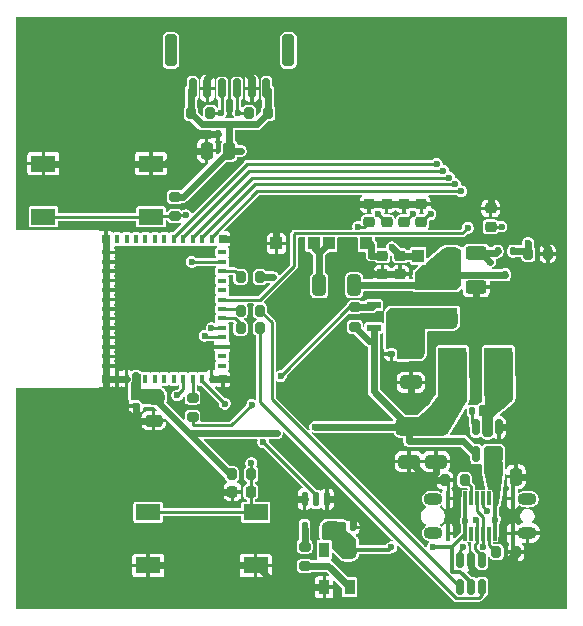
<source format=gtl>
%TF.GenerationSoftware,KiCad,Pcbnew,9.0.6*%
%TF.CreationDate,2025-12-10T11:17:06+01:00*%
%TF.ProjectId,CO2Monitor,434f324d-6f6e-4697-946f-722e6b696361,rev?*%
%TF.SameCoordinates,PX83b1de0PY8351ad0*%
%TF.FileFunction,Copper,L1,Top*%
%TF.FilePolarity,Positive*%
%FSLAX46Y46*%
G04 Gerber Fmt 4.6, Leading zero omitted, Abs format (unit mm)*
G04 Created by KiCad (PCBNEW 9.0.6) date 2025-12-10 11:17:06*
%MOMM*%
%LPD*%
G01*
G04 APERTURE LIST*
G04 Aperture macros list*
%AMRoundRect*
0 Rectangle with rounded corners*
0 $1 Rounding radius*
0 $2 $3 $4 $5 $6 $7 $8 $9 X,Y pos of 4 corners*
0 Add a 4 corners polygon primitive as box body*
4,1,4,$2,$3,$4,$5,$6,$7,$8,$9,$2,$3,0*
0 Add four circle primitives for the rounded corners*
1,1,$1+$1,$2,$3*
1,1,$1+$1,$4,$5*
1,1,$1+$1,$6,$7*
1,1,$1+$1,$8,$9*
0 Add four rect primitives between the rounded corners*
20,1,$1+$1,$2,$3,$4,$5,0*
20,1,$1+$1,$4,$5,$6,$7,0*
20,1,$1+$1,$6,$7,$8,$9,0*
20,1,$1+$1,$8,$9,$2,$3,0*%
%AMFreePoly0*
4,1,6,0.725000,-0.725000,-0.725000,-0.725000,-0.725000,0.125000,-0.125000,0.725000,0.725000,0.725000,0.725000,-0.725000,0.725000,-0.725000,$1*%
G04 Aperture macros list end*
%TA.AperFunction,SMDPad,CuDef*%
%ADD10R,0.300000X1.150000*%
%TD*%
%TA.AperFunction,ComponentPad*%
%ADD11O,1.600000X1.100000*%
%TD*%
%TA.AperFunction,SMDPad,CuDef*%
%ADD12RoundRect,0.200000X0.200000X0.275000X-0.200000X0.275000X-0.200000X-0.275000X0.200000X-0.275000X0*%
%TD*%
%TA.AperFunction,SMDPad,CuDef*%
%ADD13RoundRect,0.225000X-0.250000X0.225000X-0.250000X-0.225000X0.250000X-0.225000X0.250000X0.225000X0*%
%TD*%
%TA.AperFunction,SMDPad,CuDef*%
%ADD14RoundRect,0.140000X-0.140000X-0.170000X0.140000X-0.170000X0.140000X0.170000X-0.140000X0.170000X0*%
%TD*%
%TA.AperFunction,SMDPad,CuDef*%
%ADD15R,1.150000X0.600000*%
%TD*%
%TA.AperFunction,SMDPad,CuDef*%
%ADD16RoundRect,0.200000X-0.200000X-0.275000X0.200000X-0.275000X0.200000X0.275000X-0.200000X0.275000X0*%
%TD*%
%TA.AperFunction,SMDPad,CuDef*%
%ADD17RoundRect,0.225000X0.250000X-0.225000X0.250000X0.225000X-0.250000X0.225000X-0.250000X-0.225000X0*%
%TD*%
%TA.AperFunction,SMDPad,CuDef*%
%ADD18R,1.000000X1.130000*%
%TD*%
%TA.AperFunction,SMDPad,CuDef*%
%ADD19R,3.600000X1.500000*%
%TD*%
%TA.AperFunction,SMDPad,CuDef*%
%ADD20RoundRect,0.150000X0.150000X0.700000X-0.150000X0.700000X-0.150000X-0.700000X0.150000X-0.700000X0*%
%TD*%
%TA.AperFunction,SMDPad,CuDef*%
%ADD21RoundRect,0.250000X0.250000X1.100000X-0.250000X1.100000X-0.250000X-1.100000X0.250000X-1.100000X0*%
%TD*%
%TA.AperFunction,SMDPad,CuDef*%
%ADD22RoundRect,0.150000X0.150000X-0.512500X0.150000X0.512500X-0.150000X0.512500X-0.150000X-0.512500X0*%
%TD*%
%TA.AperFunction,SMDPad,CuDef*%
%ADD23RoundRect,0.200000X-0.275000X0.200000X-0.275000X-0.200000X0.275000X-0.200000X0.275000X0.200000X0*%
%TD*%
%TA.AperFunction,SMDPad,CuDef*%
%ADD24RoundRect,0.250000X0.250000X0.475000X-0.250000X0.475000X-0.250000X-0.475000X0.250000X-0.475000X0*%
%TD*%
%TA.AperFunction,SMDPad,CuDef*%
%ADD25RoundRect,0.200000X0.275000X-0.200000X0.275000X0.200000X-0.275000X0.200000X-0.275000X-0.200000X0*%
%TD*%
%TA.AperFunction,SMDPad,CuDef*%
%ADD26RoundRect,0.250000X-0.650000X0.325000X-0.650000X-0.325000X0.650000X-0.325000X0.650000X0.325000X0*%
%TD*%
%TA.AperFunction,SMDPad,CuDef*%
%ADD27RoundRect,0.250000X0.475000X-0.250000X0.475000X0.250000X-0.475000X0.250000X-0.475000X-0.250000X0*%
%TD*%
%TA.AperFunction,SMDPad,CuDef*%
%ADD28RoundRect,0.140000X-0.170000X0.140000X-0.170000X-0.140000X0.170000X-0.140000X0.170000X0.140000X0*%
%TD*%
%TA.AperFunction,SMDPad,CuDef*%
%ADD29R,2.100000X1.400000*%
%TD*%
%TA.AperFunction,SMDPad,CuDef*%
%ADD30RoundRect,0.250000X-0.325000X-0.650000X0.325000X-0.650000X0.325000X0.650000X-0.325000X0.650000X0*%
%TD*%
%TA.AperFunction,SMDPad,CuDef*%
%ADD31RoundRect,0.147500X-0.147500X0.457500X-0.147500X-0.457500X0.147500X-0.457500X0.147500X0.457500X0*%
%TD*%
%TA.AperFunction,SMDPad,CuDef*%
%ADD32RoundRect,0.225000X-0.225000X-0.250000X0.225000X-0.250000X0.225000X0.250000X-0.225000X0.250000X0*%
%TD*%
%TA.AperFunction,ComponentPad*%
%ADD33C,5.500000*%
%TD*%
%TA.AperFunction,SMDPad,CuDef*%
%ADD34RoundRect,0.140000X0.140000X0.170000X-0.140000X0.170000X-0.140000X-0.170000X0.140000X-0.170000X0*%
%TD*%
%TA.AperFunction,SMDPad,CuDef*%
%ADD35RoundRect,0.112500X0.112500X0.237500X-0.112500X0.237500X-0.112500X-0.237500X0.112500X-0.237500X0*%
%TD*%
%TA.AperFunction,SMDPad,CuDef*%
%ADD36RoundRect,0.250000X-0.625000X0.312500X-0.625000X-0.312500X0.625000X-0.312500X0.625000X0.312500X0*%
%TD*%
%TA.AperFunction,SMDPad,CuDef*%
%ADD37RoundRect,0.250000X-0.250000X-0.475000X0.250000X-0.475000X0.250000X0.475000X-0.250000X0.475000X0*%
%TD*%
%TA.AperFunction,SMDPad,CuDef*%
%ADD38RoundRect,0.150000X-0.150000X0.512500X-0.150000X-0.512500X0.150000X-0.512500X0.150000X0.512500X0*%
%TD*%
%TA.AperFunction,SMDPad,CuDef*%
%ADD39R,2.350000X4.050000*%
%TD*%
%TA.AperFunction,SMDPad,CuDef*%
%ADD40R,0.400000X0.800000*%
%TD*%
%TA.AperFunction,SMDPad,CuDef*%
%ADD41R,0.800000X0.400000*%
%TD*%
%TA.AperFunction,SMDPad,CuDef*%
%ADD42FreePoly0,90.000000*%
%TD*%
%TA.AperFunction,SMDPad,CuDef*%
%ADD43R,1.450000X1.450000*%
%TD*%
%TA.AperFunction,SMDPad,CuDef*%
%ADD44R,0.700000X0.700000*%
%TD*%
%TA.AperFunction,SMDPad,CuDef*%
%ADD45R,0.900000X1.300000*%
%TD*%
%TA.AperFunction,ViaPad*%
%ADD46C,0.600000*%
%TD*%
%TA.AperFunction,Conductor*%
%ADD47C,0.600000*%
%TD*%
%TA.AperFunction,Conductor*%
%ADD48C,0.250000*%
%TD*%
%TA.AperFunction,Conductor*%
%ADD49C,0.350000*%
%TD*%
%TA.AperFunction,Conductor*%
%ADD50C,0.200000*%
%TD*%
G04 APERTURE END LIST*
D10*
%TO.P,J2,A1,GND*%
%TO.N,GND*%
X42558001Y6890499D03*
%TO.P,J2,A4,VBUS*%
%TO.N,VBUS*%
X41058001Y6890499D03*
%TO.P,J2,A5,CC1*%
%TO.N,Net-(J2-CC1)*%
X40558001Y6890499D03*
%TO.P,J2,A6,D+*%
%TO.N,Net-(J2-D+-PadA6)*%
X40058001Y6890499D03*
%TO.P,J2,A7,D-*%
%TO.N,Net-(J2-D--PadA7)*%
X39558001Y6890499D03*
%TO.P,J2,A8,SBU1*%
%TO.N,unconnected-(J2-SBU1-PadA8)*%
X39058001Y6890499D03*
%TO.P,J2,A9,VBUS*%
%TO.N,VBUS*%
X38558001Y6890499D03*
%TO.P,J2,A12,GND*%
%TO.N,GND*%
X37058001Y6890499D03*
%TO.P,J2,B1,GND*%
X37058001Y9860499D03*
%TO.P,J2,B4,VBUS*%
%TO.N,VBUS*%
X38558001Y9860499D03*
%TO.P,J2,B5,CC2*%
%TO.N,Net-(J2-CC2)*%
X39058001Y9860499D03*
%TO.P,J2,B6,D+*%
%TO.N,Net-(J2-D+-PadA6)*%
X39558001Y9860499D03*
%TO.P,J2,B7,D-*%
%TO.N,Net-(J2-D--PadA7)*%
X40058001Y9860499D03*
%TO.P,J2,B8,SBU2*%
%TO.N,unconnected-(J2-SBU2-PadB8)*%
X40558001Y9860499D03*
%TO.P,J2,B9,VBUS*%
%TO.N,VBUS*%
X41058001Y9860499D03*
%TO.P,J2,B12,GND*%
%TO.N,GND*%
X42558001Y9860499D03*
D11*
%TO.P,J2,S1,SHIELD*%
X43808001Y6945499D03*
%TO.P,J2,S2*%
%TO.N,N/C*%
X35808001Y6945499D03*
%TO.P,J2,S3*%
X43808001Y9805499D03*
%TO.P,J2,S4*%
X35808001Y9805499D03*
%TD*%
D12*
%TO.P,R9,1*%
%TO.N,/D+*%
X21163000Y25768000D03*
%TO.P,R9,2*%
%TO.N,Net-(U4-GPIO13{slash}USB_D+)*%
X19513000Y25768000D03*
%TD*%
D13*
%TO.P,C5,1*%
%TO.N,GND*%
X31883000Y34810500D03*
%TO.P,C5,2*%
%TO.N,Net-(C5-Pad2)*%
X31883000Y33260500D03*
%TD*%
D14*
%TO.P,C12,1*%
%TO.N,Net-(U3-BST)*%
X39148000Y17278885D03*
%TO.P,C12,2*%
%TO.N,Net-(U3-SW)*%
X40108000Y17278885D03*
%TD*%
D15*
%TO.P,Q2,1,G*%
%TO.N,Net-(Q2-G)*%
X30783000Y26210500D03*
%TO.P,Q2,2,S*%
%TO.N,+3.3V*%
X30783000Y24310500D03*
%TO.P,Q2,3,D*%
%TO.N,Net-(Q2-D)*%
X32983000Y25260500D03*
%TD*%
D16*
%TO.P,R4,1*%
%TO.N,Net-(J2-CC1)*%
X41183001Y5325499D03*
%TO.P,R4,2*%
%TO.N,GND*%
X42833001Y5325499D03*
%TD*%
D17*
%TO.P,C6,1*%
%TO.N,GND*%
X33033000Y28860500D03*
%TO.P,C6,2*%
%TO.N,Net-(D1-K)*%
X33033000Y30410500D03*
%TD*%
D18*
%TO.P,D2,1,K*%
%TO.N,Net-(D2-K)*%
X27008000Y31460500D03*
%TO.P,D2,2,A*%
%TO.N,Net-(D2-A)*%
X30158000Y31460500D03*
%TD*%
D19*
%TO.P,L1,1,1*%
%TO.N,Net-(Q2-D)*%
X36083000Y25235500D03*
%TO.P,L1,2,2*%
%TO.N,Net-(D1-A)*%
X36083000Y28285500D03*
%TD*%
D14*
%TO.P,C18,1*%
%TO.N,VBUS*%
X28048000Y7418000D03*
%TO.P,C18,2*%
%TO.N,GND*%
X29008000Y7418000D03*
%TD*%
D20*
%TO.P,J3,1,Pin_1*%
%TO.N,+3.3V*%
X21713000Y44588000D03*
%TO.P,J3,2,Pin_2*%
%TO.N,GND*%
X20463000Y44588000D03*
%TO.P,J3,3,Pin_3*%
%TO.N,Net-(J3-Pin_3)*%
X19213000Y44588000D03*
%TO.P,J3,4,Pin_4*%
%TO.N,Net-(J3-Pin_4)*%
X17963000Y44588000D03*
%TO.P,J3,5,Pin_5*%
%TO.N,GND*%
X16713000Y44588000D03*
%TO.P,J3,6,Pin_6*%
%TO.N,+3.3V*%
X15463000Y44588000D03*
D21*
%TO.P,J3,MP*%
%TO.N,N/C*%
X23563000Y47788000D03*
X13613000Y47788000D03*
%TD*%
D12*
%TO.P,R3,1*%
%TO.N,Net-(J2-CC2)*%
X38483001Y11410500D03*
%TO.P,R3,2*%
%TO.N,GND*%
X36833001Y11410500D03*
%TD*%
D17*
%TO.P,C7,1*%
%TO.N,GND*%
X31533000Y28860500D03*
%TO.P,C7,2*%
%TO.N,Net-(D2-A)*%
X31533000Y30410500D03*
%TD*%
D22*
%TO.P,U3,1,FB*%
%TO.N,+3.3V*%
X39478000Y13603885D03*
%TO.P,U3,2,EN*%
%TO.N,VBUS*%
X40428000Y13603885D03*
%TO.P,U3,3,IN*%
X41378000Y13603885D03*
%TO.P,U3,4,GND*%
%TO.N,GND*%
X41378000Y15878885D03*
%TO.P,U3,5,SW*%
%TO.N,Net-(U3-SW)*%
X40428000Y15878885D03*
%TO.P,U3,6,BST*%
%TO.N,Net-(U3-BST)*%
X39478000Y15878885D03*
%TD*%
D16*
%TO.P,R8,1*%
%TO.N,+3.3V*%
X15308000Y42473000D03*
%TO.P,R8,2*%
%TO.N,Net-(J3-Pin_4)*%
X16958000Y42473000D03*
%TD*%
D12*
%TO.P,R2,1*%
%TO.N,GND*%
X45533000Y30578000D03*
%TO.P,R2,2*%
%TO.N,Net-(Q1-G)*%
X43883000Y30578000D03*
%TD*%
D23*
%TO.P,R13,1*%
%TO.N,/GPIO4*%
X15448000Y18403000D03*
%TO.P,R13,2*%
%TO.N,Net-(Q2-G)*%
X15448000Y16753000D03*
%TD*%
D24*
%TO.P,C14,1*%
%TO.N,+3.3V*%
X18548000Y39308000D03*
%TO.P,C14,2*%
%TO.N,GND*%
X16648000Y39308000D03*
%TD*%
D25*
%TO.P,R12,1*%
%TO.N,+3.3V*%
X29183000Y24410500D03*
%TO.P,R12,2*%
%TO.N,Net-(Q2-G)*%
X29183000Y26060500D03*
%TD*%
D26*
%TO.P,C20,1*%
%TO.N,+3.3V*%
X33768000Y15933000D03*
%TO.P,C20,2*%
%TO.N,GND*%
X33768000Y12983000D03*
%TD*%
D13*
%TO.P,C3,1*%
%TO.N,GND*%
X33353000Y34810500D03*
%TO.P,C3,2*%
%TO.N,Net-(C3-Pad2)*%
X33353000Y33260500D03*
%TD*%
D25*
%TO.P,R14,1*%
%TO.N,Net-(D4-DIN)*%
X24938000Y4138000D03*
%TO.P,R14,2*%
%TO.N,Net-(U2-Y)*%
X24938000Y5788000D03*
%TD*%
D18*
%TO.P,D3,1,K*%
%TO.N,GND*%
X22558000Y31460500D03*
%TO.P,D3,2,A*%
%TO.N,Net-(D2-K)*%
X25708000Y31460500D03*
%TD*%
D27*
%TO.P,C16,1*%
%TO.N,GND*%
X12148000Y16448000D03*
%TO.P,C16,2*%
%TO.N,+3.3V*%
X12148000Y18348000D03*
%TD*%
D13*
%TO.P,C2,1*%
%TO.N,GND*%
X34833000Y34810500D03*
%TO.P,C2,2*%
%TO.N,Net-(C2-Pad2)*%
X34833000Y33260500D03*
%TD*%
D28*
%TO.P,C10,1*%
%TO.N,Net-(Q2-D)*%
X32283000Y23040500D03*
%TO.P,C10,2*%
%TO.N,GND*%
X32283000Y22080500D03*
%TD*%
D29*
%TO.P,SW2,1*%
%TO.N,GND*%
X2825500Y38208000D03*
%TO.P,SW2,2*%
X11925500Y38208000D03*
%TO.P,SW2,3*%
%TO.N,/GPIO 9*%
X2825500Y33708000D03*
%TO.P,SW2,4*%
X11925500Y33708000D03*
%TD*%
D30*
%TO.P,C8,1*%
%TO.N,Net-(D2-K)*%
X26183000Y27910500D03*
%TO.P,C8,2*%
%TO.N,Net-(D1-A)*%
X29133000Y27910500D03*
%TD*%
D26*
%TO.P,C19,1*%
%TO.N,+3.3V*%
X36068000Y15933000D03*
%TO.P,C19,2*%
%TO.N,GND*%
X36068000Y12983000D03*
%TD*%
D31*
%TO.P,U2,1,~{OE}*%
%TO.N,GND*%
X26838000Y9803000D03*
%TO.P,U2,2,A*%
%TO.N,/GPIO5*%
X25888000Y9803000D03*
%TO.P,U2,3,GND*%
%TO.N,GND*%
X24938000Y9803000D03*
%TO.P,U2,4,Y*%
%TO.N,Net-(U2-Y)*%
X24938000Y7293000D03*
%TO.P,U2,5,VCC*%
%TO.N,VBUS*%
X26838000Y7293000D03*
%TD*%
D29*
%TO.P,SW1,1*%
%TO.N,GND*%
X20798000Y4198000D03*
%TO.P,SW1,2*%
X11698000Y4198000D03*
%TO.P,SW1,3*%
%TO.N,/EN*%
X20798000Y8698000D03*
%TO.P,SW1,4*%
X11698000Y8698000D03*
%TD*%
D32*
%TO.P,C13,1*%
%TO.N,GND*%
X18828000Y10428000D03*
%TO.P,C13,2*%
%TO.N,/EN*%
X20378000Y10428000D03*
%TD*%
D16*
%TO.P,R11,1*%
%TO.N,Net-(U4-GPIO8)*%
X19513000Y28608000D03*
%TO.P,R11,2*%
%TO.N,+3.3V*%
X21163000Y28608000D03*
%TD*%
D33*
%TO.P,H3,1,1*%
%TO.N,GND*%
X42688000Y46185000D03*
%TD*%
D34*
%TO.P,C15,1*%
%TO.N,+3.3V*%
X18548000Y40748000D03*
%TO.P,C15,2*%
%TO.N,GND*%
X17588000Y40748000D03*
%TD*%
D35*
%TO.P,Q1,1,G*%
%TO.N,Net-(Q1-G)*%
X42580500Y30810500D03*
%TO.P,Q1,2,S*%
%TO.N,Net-(Q1-S)*%
X41280500Y30810500D03*
%TO.P,Q1,3,D*%
%TO.N,Net-(D1-A)*%
X41930500Y28810500D03*
%TD*%
D36*
%TO.P,R1,1*%
%TO.N,Net-(Q1-S)*%
X39483000Y30673000D03*
%TO.P,R1,2*%
%TO.N,GND*%
X39483000Y27748000D03*
%TD*%
D23*
%TO.P,R6,1*%
%TO.N,+3.3V*%
X13948000Y35413000D03*
%TO.P,R6,2*%
%TO.N,/GPIO 9*%
X13948000Y33763000D03*
%TD*%
D37*
%TO.P,C11,1*%
%TO.N,VBUS*%
X40943419Y11715284D03*
%TO.P,C11,2*%
%TO.N,GND*%
X42843419Y11715284D03*
%TD*%
D38*
%TO.P,U1,1,I/O1*%
%TO.N,Net-(J2-D--PadA7)*%
X39958001Y4662999D03*
%TO.P,U1,2,GND*%
%TO.N,GND*%
X39008001Y4662999D03*
%TO.P,U1,3,I/O2*%
%TO.N,Net-(J2-D+-PadA6)*%
X38058001Y4662999D03*
%TO.P,U1,4,I/O2*%
%TO.N,/D+*%
X38058001Y2387999D03*
%TO.P,U1,5,VBUS*%
%TO.N,VBUS*%
X39008001Y2387999D03*
%TO.P,U1,6,I/O1*%
%TO.N,/D-*%
X39958001Y2387999D03*
%TD*%
D39*
%TO.P,L2,1,1*%
%TO.N,Net-(U3-SW)*%
X41352000Y20586000D03*
%TO.P,L2,2,2*%
%TO.N,+3.3V*%
X37452000Y20586000D03*
%TD*%
D13*
%TO.P,C4,1*%
%TO.N,GND*%
X30383000Y34810500D03*
%TO.P,C4,2*%
%TO.N,Net-(C4-Pad2)*%
X30383000Y33260500D03*
%TD*%
D18*
%TO.P,D1,1,K*%
%TO.N,Net-(D1-K)*%
X34558000Y30410500D03*
%TO.P,D1,2,A*%
%TO.N,Net-(D1-A)*%
X37708000Y30410500D03*
%TD*%
D28*
%TO.P,C17,1*%
%TO.N,+3.3V*%
X10668000Y18658000D03*
%TO.P,C17,2*%
%TO.N,GND*%
X10668000Y17698000D03*
%TD*%
D33*
%TO.P,H2,1,1*%
%TO.N,GND*%
X4975000Y46185000D03*
%TD*%
D26*
%TO.P,C9,1*%
%TO.N,Net-(Q2-D)*%
X33933000Y22635500D03*
%TO.P,C9,2*%
%TO.N,GND*%
X33933000Y19685500D03*
%TD*%
D13*
%TO.P,C1,1*%
%TO.N,GND*%
X40683000Y34410500D03*
%TO.P,C1,2*%
%TO.N,Net-(C1-Pad2)*%
X40683000Y32860500D03*
%TD*%
D16*
%TO.P,R5,1*%
%TO.N,+3.3V*%
X18778000Y11898000D03*
%TO.P,R5,2*%
%TO.N,/EN*%
X20428000Y11898000D03*
%TD*%
D33*
%TO.P,H1,1,1*%
%TO.N,GND*%
X4975000Y4975000D03*
%TD*%
D40*
%TO.P,U4,1,GND*%
%TO.N,GND*%
X9063000Y19998000D03*
%TO.P,U4,2,GND*%
X9863000Y19998000D03*
%TO.P,U4,3,3V3*%
%TO.N,+3.3V*%
X10663000Y19998000D03*
%TO.P,U4,4,NC*%
%TO.N,unconnected-(U4-NC-Pad4)*%
X11463000Y19998000D03*
%TO.P,U4,5,GPIO2/ADC1_CH2*%
%TO.N,unconnected-(U4-GPIO2{slash}ADC1_CH2-Pad5)*%
X12263000Y19998000D03*
%TO.P,U4,6,GPIO3/ADC1_CH3*%
%TO.N,unconnected-(U4-GPIO3{slash}ADC1_CH3-Pad6)*%
X13063000Y19998000D03*
%TO.P,U4,7,NC*%
%TO.N,unconnected-(U4-NC-Pad7)*%
X13863000Y19998000D03*
%TO.P,U4,8,EN/CHIP_PU*%
%TO.N,/EN*%
X14663000Y19998000D03*
%TO.P,U4,9,MTMS/GPIO4/ADC1_CH4*%
%TO.N,/GPIO4*%
X15463000Y19998000D03*
%TO.P,U4,10,MTDI/GPIO5/ADC1_CH5*%
%TO.N,/GPIO5*%
X16263000Y19998000D03*
%TO.P,U4,11,GND*%
%TO.N,GND*%
X17063000Y19998000D03*
D41*
%TO.P,U4,12,GPIO0/ADC1_CH0/XTAL_32K_P*%
%TO.N,unconnected-(U4-GPIO0{slash}ADC1_CH0{slash}XTAL_32K_P-Pad12)*%
X17963000Y21098000D03*
%TO.P,U4,13,GPIO1/ADC1_CH1/XTAL_32K_N*%
%TO.N,unconnected-(U4-GPIO1{slash}ADC1_CH1{slash}XTAL_32K_N-Pad13)*%
X17963000Y21898000D03*
%TO.P,U4,14,GND*%
%TO.N,GND*%
X17963000Y22698000D03*
%TO.P,U4,15,MTCK/GPIO6/ADC1_CH6*%
%TO.N,Net-(J3-Pin_4)*%
X17963000Y23498000D03*
%TO.P,U4,16,MTDO/GPIO7*%
%TO.N,Net-(J3-Pin_3)*%
X17963000Y24298000D03*
%TO.P,U4,17,GPIO12/USB_D-*%
%TO.N,Net-(U4-GPIO12{slash}USB_D-)*%
X17963000Y25098000D03*
%TO.P,U4,18,GPIO13/USB_D+*%
%TO.N,Net-(U4-GPIO13{slash}USB_D+)*%
X17963000Y25898000D03*
%TO.P,U4,19,GPIO14*%
%TO.N,Net-(U4-GPIO14)*%
X17963000Y26698000D03*
%TO.P,U4,20,GPIO15*%
%TO.N,unconnected-(U4-GPIO15-Pad20)*%
X17963000Y27498000D03*
%TO.P,U4,21,NC*%
%TO.N,unconnected-(U4-NC-Pad21)*%
X17963000Y28298000D03*
%TO.P,U4,22,GPIO8*%
%TO.N,Net-(U4-GPIO8)*%
X17963000Y29098000D03*
%TO.P,U4,23,GPIO9*%
%TO.N,/GPIO 9*%
X17963000Y29898000D03*
%TO.P,U4,24,GPIO18*%
%TO.N,unconnected-(U4-GPIO18-Pad24)*%
X17963000Y30698000D03*
D40*
%TO.P,U4,25,GPIO19*%
%TO.N,Net-(U4-GPIO19)*%
X17063000Y31798000D03*
%TO.P,U4,26,GPIO20*%
%TO.N,Net-(U4-GPIO20)*%
X16263000Y31798000D03*
%TO.P,U4,27,GPIO21*%
%TO.N,Net-(U4-GPIO21)*%
X15463000Y31798000D03*
%TO.P,U4,28,GPIO22*%
%TO.N,Net-(U4-GPIO22)*%
X14663000Y31798000D03*
%TO.P,U4,29,GPIO23*%
%TO.N,Net-(U4-GPIO23)*%
X13863000Y31798000D03*
%TO.P,U4,30,U0RXD/GPIO17*%
%TO.N,unconnected-(U4-U0RXD{slash}GPIO17-Pad30)*%
X13063000Y31798000D03*
%TO.P,U4,31,U0TXD/GPIO16*%
%TO.N,unconnected-(U4-U0TXD{slash}GPIO16-Pad31)*%
X12263000Y31798000D03*
%TO.P,U4,32,NC*%
%TO.N,unconnected-(U4-NC-Pad32)*%
X11463000Y31798000D03*
%TO.P,U4,33,NC*%
%TO.N,unconnected-(U4-NC-Pad33)*%
X10663000Y31798000D03*
%TO.P,U4,34,NC*%
%TO.N,unconnected-(U4-NC-Pad34)*%
X9863000Y31798000D03*
%TO.P,U4,35,NC*%
%TO.N,unconnected-(U4-NC-Pad35)*%
X9063000Y31798000D03*
D41*
%TO.P,U4,36,GND*%
%TO.N,GND*%
X8163000Y30698000D03*
%TO.P,U4,37,GND*%
X8163000Y29898000D03*
%TO.P,U4,38,GND*%
X8163000Y29098000D03*
%TO.P,U4,39,GND*%
X8163000Y28298000D03*
%TO.P,U4,40,GND*%
X8163000Y27498000D03*
%TO.P,U4,41,GND*%
X8163000Y26698000D03*
%TO.P,U4,42,GND*%
X8163000Y25898000D03*
%TO.P,U4,43,GND*%
X8163000Y25098000D03*
%TO.P,U4,44,GND*%
X8163000Y24298000D03*
%TO.P,U4,45,GND*%
X8163000Y23498000D03*
%TO.P,U4,46,GND*%
X8163000Y22698000D03*
%TO.P,U4,47,GND*%
X8163000Y21898000D03*
%TO.P,U4,48,GND*%
X8163000Y21098000D03*
D42*
%TO.P,U4,49,GND*%
X11088000Y23923000D03*
D43*
X13063000Y23923000D03*
X15038000Y23923000D03*
X11088000Y25898000D03*
X13063000Y25898000D03*
X15038000Y25898000D03*
X11088000Y27873000D03*
X13063000Y27873000D03*
X15038000Y27873000D03*
D44*
%TO.P,U4,50,GND*%
X8113000Y31848000D03*
%TO.P,U4,51,GND*%
X18013000Y31848000D03*
%TO.P,U4,52,GND*%
X18013000Y19948000D03*
%TO.P,U4,53,GND*%
X8113000Y19948000D03*
%TD*%
D12*
%TO.P,R10,1*%
%TO.N,/D-*%
X21163000Y24298000D03*
%TO.P,R10,2*%
%TO.N,Net-(U4-GPIO12{slash}USB_D-)*%
X19513000Y24298000D03*
%TD*%
D45*
%TO.P,D4,1,GND*%
%TO.N,GND*%
X26608000Y2348000D03*
%TO.P,D4,2,DIN*%
%TO.N,Net-(D4-DIN)*%
X28748000Y2348000D03*
%TO.P,D4,3,VDD*%
%TO.N,VBUS*%
X28748000Y5528000D03*
%TO.P,D4,4,DOUT*%
%TO.N,unconnected-(D4-DOUT-Pad4)*%
X26608000Y5528000D03*
%TD*%
D12*
%TO.P,R7,1*%
%TO.N,+3.3V*%
X21868000Y42508000D03*
%TO.P,R7,2*%
%TO.N,Net-(J3-Pin_3)*%
X20218000Y42508000D03*
%TD*%
D46*
%TO.N,GND*%
X12083000Y28882000D03*
X12083000Y26879000D03*
X12073000Y24898000D03*
X12077000Y22968000D03*
X14041000Y22968000D03*
X14039000Y28859000D03*
X14049000Y26885000D03*
X14056000Y24902000D03*
X39483000Y26463000D03*
X23788000Y9818000D03*
X801000Y40440000D03*
X22548000Y32848000D03*
X44108000Y11728000D03*
X18598000Y46708000D03*
X35448000Y11388000D03*
X23831500Y50360000D03*
X19318000Y19948000D03*
X800000Y50360000D03*
X10718000Y16448000D03*
X8109000Y18636000D03*
X800000Y800000D03*
X41088000Y3528000D03*
X17598000Y10448000D03*
X801000Y10704000D03*
X46861000Y40441750D03*
X46863000Y50360000D03*
X28478000Y8968000D03*
X23829000Y800000D03*
X29048000Y34818000D03*
X44988000Y31618000D03*
X46861000Y10705750D03*
X46861000Y30529750D03*
X33938000Y18498000D03*
X39628000Y33108000D03*
X30190502Y29483000D03*
X46846000Y808000D03*
X12315750Y50360000D03*
X13698000Y38798000D03*
X35347250Y50360000D03*
X35351000Y800000D03*
X22718000Y2348000D03*
X42808000Y15878000D03*
X46861000Y20617750D03*
X12312750Y802000D03*
X40678000Y35358000D03*
%TO.N,Net-(C1-Pad2)*%
X41613000Y32881000D03*
%TO.N,Net-(C2-Pad2)*%
X35600000Y33935000D03*
%TO.N,Net-(C3-Pad2)*%
X34092000Y33964000D03*
%TO.N,Net-(C4-Pad2)*%
X29472000Y32876500D03*
%TO.N,Net-(C5-Pad2)*%
X31139000Y33955000D03*
%TO.N,Net-(D1-K)*%
X32321000Y31123898D03*
%TO.N,Net-(D2-A)*%
X30599000Y30428000D03*
%TO.N,Net-(Q2-D)*%
X32271000Y23819000D03*
%TO.N,VBUS*%
X38558001Y7968000D03*
X41058001Y8078000D03*
X32268000Y5728000D03*
X35798000Y5738000D03*
%TO.N,/EN*%
X20428000Y12854000D03*
X14148000Y18578000D03*
%TO.N,+3.3V*%
X22598000Y15378000D03*
X19538000Y39288000D03*
X25843000Y15933000D03*
X30783000Y23198000D03*
X22278000Y28608000D03*
%TO.N,Net-(U4-GPIO14)*%
X38765501Y32778121D03*
%TO.N,Net-(U4-GPIO20)*%
X37695284Y36453000D03*
%TO.N,Net-(U4-GPIO21)*%
X37189519Y37028000D03*
%TO.N,Net-(Q1-S)*%
X40646000Y29905000D03*
%TO.N,Net-(U4-GPIO19)*%
X38198000Y35878000D03*
%TO.N,Net-(U4-GPIO22)*%
X36699062Y37603000D03*
%TO.N,Net-(Q1-G)*%
X43869000Y31508000D03*
%TO.N,Net-(U4-GPIO23)*%
X36122338Y38178000D03*
%TO.N,Net-(J2-D--PadA7)*%
X40408001Y8838998D03*
X39451414Y8068912D03*
%TO.N,Net-(J2-D+-PadA6)*%
X38330694Y5779306D03*
X40010280Y5775499D03*
%TO.N,Net-(J3-Pin_4)*%
X16472000Y23638000D03*
X17848000Y42473000D03*
%TO.N,Net-(J3-Pin_3)*%
X17050000Y24277000D03*
X19326000Y42499000D03*
%TO.N,Net-(Q2-G)*%
X22918000Y20218000D03*
X20488000Y17788000D03*
%TO.N,/GPIO 9*%
X14891413Y33839587D03*
X15390000Y29898000D03*
%TO.N,/GPIO5*%
X21438000Y14628000D03*
X18183000Y17883000D03*
%TD*%
D47*
%TO.N,GND*%
X17164001Y45889000D02*
X18588000Y45889000D01*
X36833001Y11410500D02*
X35470500Y11410500D01*
X11925500Y38208000D02*
X13108000Y38208000D01*
X33933000Y18503000D02*
X33938000Y18498000D01*
X16713000Y45437999D02*
X17164001Y45889000D01*
X16648000Y39308000D02*
X14208000Y39308000D01*
X22718000Y2348000D02*
X26608000Y2348000D01*
X18013000Y19948000D02*
X19318000Y19948000D01*
X17618000Y10428000D02*
X17598000Y10448000D01*
X20798000Y4198000D02*
X22648000Y2348000D01*
D48*
X37058001Y11185500D02*
X37058001Y9860500D01*
D49*
X42558001Y9860500D02*
X42558001Y11429866D01*
D47*
X41378000Y15878885D02*
X42807115Y15878885D01*
D49*
X42558001Y5600499D02*
X42833001Y5325499D01*
D47*
X8163000Y19998000D02*
X8113000Y19948000D01*
X22548000Y32848000D02*
X21168000Y32848000D01*
X18588000Y46698000D02*
X18598000Y46708000D01*
X45533000Y30578000D02*
X45533000Y31073000D01*
X22648000Y2348000D02*
X22718000Y2348000D01*
X42807115Y15878885D02*
X42808000Y15878000D01*
X45533000Y31073000D02*
X44988000Y31618000D01*
X34833000Y34810500D02*
X29055500Y34810500D01*
X28478000Y8968000D02*
X29008000Y8438000D01*
X22558000Y32838000D02*
X22548000Y32848000D01*
X39008001Y4662999D02*
X39008001Y4096399D01*
X8113000Y31848000D02*
X8113000Y19948000D01*
X20011999Y45889000D02*
X20463000Y45437999D01*
X30813002Y28860500D02*
X30190502Y29483000D01*
X20463000Y45437999D02*
X20463000Y44588000D01*
X42843419Y11715284D02*
X44095284Y11715284D01*
X42833001Y5273001D02*
X41088000Y3528000D01*
D49*
X42558001Y11429866D02*
X42843419Y11715284D01*
D47*
X39576400Y3528000D02*
X41088000Y3528000D01*
X23803000Y9803000D02*
X23788000Y9818000D01*
X16713000Y44588000D02*
X16713000Y45437999D01*
X22558000Y31460500D02*
X22558000Y32838000D01*
X33033000Y28860500D02*
X31533000Y28860500D01*
X14208000Y39308000D02*
X13698000Y38798000D01*
X18013000Y19948000D02*
X17113000Y19948000D01*
X26838000Y9803000D02*
X27643000Y9803000D01*
X35470500Y11410500D02*
X35448000Y11388000D01*
X44095284Y11715284D02*
X44108000Y11728000D01*
X29008000Y8438000D02*
X29008000Y7418000D01*
X42833001Y5325499D02*
X42833001Y5273001D01*
X18828000Y10428000D02*
X17618000Y10428000D01*
X13108000Y38208000D02*
X13698000Y38798000D01*
X40683000Y34410500D02*
X40683000Y35353000D01*
X17113000Y19948000D02*
X17063000Y19998000D01*
X39008001Y4096399D02*
X39576400Y3528000D01*
X33933000Y19685500D02*
X33933000Y18503000D01*
X40683000Y35353000D02*
X40678000Y35358000D01*
X36068000Y12008000D02*
X35448000Y11388000D01*
X11698000Y4198000D02*
X20798000Y4198000D01*
X8113000Y18640000D02*
X8109000Y18636000D01*
X17588000Y40748000D02*
X15648000Y40748000D01*
X27643000Y9803000D02*
X28478000Y8968000D01*
X11925500Y38208000D02*
X2825500Y38208000D01*
D48*
X36833001Y11410500D02*
X37058001Y11185500D01*
D47*
X33768000Y12983000D02*
X33853000Y12983000D01*
D49*
X42558001Y6890498D02*
X42558001Y9860500D01*
D47*
X24938000Y9803000D02*
X23803000Y9803000D01*
D49*
X37058001Y6890498D02*
X37058001Y9860500D01*
D47*
X31533000Y28860500D02*
X30813002Y28860500D01*
X29055500Y34810500D02*
X29048000Y34818000D01*
X9863000Y19998000D02*
X8163000Y19998000D01*
X21168000Y32848000D02*
X20168000Y31848000D01*
X36068000Y12983000D02*
X36068000Y12008000D01*
X15648000Y40748000D02*
X14208000Y39308000D01*
X18588000Y45889000D02*
X18588000Y46698000D01*
X18013000Y31848000D02*
X20168000Y31848000D01*
X10668000Y17698000D02*
X10668000Y16498000D01*
X12148000Y16448000D02*
X10718000Y16448000D01*
X39483000Y26463000D02*
X39483000Y27748000D01*
X18588000Y45889000D02*
X20011999Y45889000D01*
X33853000Y12983000D02*
X35448000Y11388000D01*
X8113000Y19948000D02*
X8113000Y18640000D01*
X10668000Y16498000D02*
X10718000Y16448000D01*
D48*
%TO.N,Net-(C1-Pad2)*%
X40703500Y32881000D02*
X40683000Y32860500D01*
X41613000Y32881000D02*
X40703500Y32881000D01*
%TO.N,Net-(C2-Pad2)*%
X35600000Y33935000D02*
X35507500Y33935000D01*
X35507500Y33935000D02*
X34833000Y33260500D01*
%TO.N,Net-(C3-Pad2)*%
X33353000Y33260500D02*
X33388500Y33260500D01*
X33388500Y33260500D02*
X34092000Y33964000D01*
%TO.N,Net-(C4-Pad2)*%
X29472000Y32876500D02*
X29999000Y32876500D01*
X29999000Y32876500D02*
X30383000Y33260500D01*
%TO.N,Net-(C5-Pad2)*%
X31883000Y33260500D02*
X31833500Y33260500D01*
X31833500Y33260500D02*
X31139000Y33955000D01*
D47*
%TO.N,Net-(D1-K)*%
X32321000Y31123898D02*
X32321000Y31122500D01*
X33033000Y30410500D02*
X34558000Y30410500D01*
X32321000Y31122500D02*
X33033000Y30410500D01*
%TO.N,Net-(D2-A)*%
X30599000Y30428000D02*
X31515500Y30428000D01*
X30483000Y31460500D02*
X30158000Y31460500D01*
X30599000Y30428000D02*
X30599000Y31344500D01*
X30599000Y31344500D02*
X30483000Y31460500D01*
X31515500Y30428000D02*
X31533000Y30410500D01*
%TO.N,Net-(D2-K)*%
X26183000Y27910500D02*
X26183000Y30635500D01*
X26183000Y30635500D02*
X27008000Y31460500D01*
X25708000Y31460500D02*
X25708000Y31110500D01*
X25708000Y31110500D02*
X26183000Y30635500D01*
%TO.N,Net-(D1-A)*%
X36155500Y28285500D02*
X36083000Y28285500D01*
X36595500Y28798000D02*
X41918000Y28798000D01*
X35708000Y27910500D02*
X29133000Y27910500D01*
X41918000Y28798000D02*
X41930500Y28810500D01*
X36083000Y28285500D02*
X35708000Y27910500D01*
X36083000Y28285500D02*
X36595500Y28798000D01*
D48*
%TO.N,Net-(Q2-D)*%
X32313000Y23040500D02*
X32283000Y23040500D01*
D47*
X35970500Y25260500D02*
X36058000Y25260500D01*
X36058000Y25260500D02*
X36083000Y25235500D01*
D49*
%TO.N,VBUS*%
X38134645Y3651177D02*
X39008001Y2777821D01*
X41058001Y9860499D02*
X41058001Y6890498D01*
X37432001Y3651177D02*
X38134645Y3651177D01*
X32268000Y5728000D02*
X32068000Y5528000D01*
X38558001Y6890498D02*
X37432001Y5764498D01*
X39008001Y2777821D02*
X39008001Y2387999D01*
X35824498Y5764498D02*
X35798000Y5738000D01*
X32068000Y5528000D02*
X28748000Y5528000D01*
X38558001Y9860500D02*
X38558001Y6890498D01*
X37432001Y5764498D02*
X35824498Y5764498D01*
X37432001Y5764498D02*
X37432001Y3651177D01*
D48*
%TO.N,Net-(U3-BST)*%
X39148000Y17278885D02*
X39148000Y16208885D01*
X39148000Y16208885D02*
X39478000Y15878885D01*
D50*
%TO.N,Net-(U3-SW)*%
X41067582Y18839100D02*
X41042582Y18814100D01*
D48*
%TO.N,/EN*%
X20378000Y9118000D02*
X20798000Y8698000D01*
X14663000Y19093000D02*
X14148000Y18578000D01*
X11698000Y8698000D02*
X20798000Y8698000D01*
X20378000Y10428000D02*
X20378000Y9118000D01*
X20428000Y11898000D02*
X20428000Y10478000D01*
X14663000Y19998000D02*
X14663000Y19093000D01*
X20428000Y11898000D02*
X20428000Y12854000D01*
X20428000Y12854000D02*
X20429000Y12855000D01*
X20428000Y10478000D02*
X20378000Y10428000D01*
D47*
%TO.N,+3.3V*%
X18548000Y41527000D02*
X18568000Y41547000D01*
X21163000Y28608000D02*
X22278000Y28608000D01*
X19518000Y39308000D02*
X19538000Y39288000D01*
X21868000Y42508000D02*
X21868000Y44433000D01*
X15118000Y15378000D02*
X15118000Y15368000D01*
X14653000Y35413000D02*
X13948000Y35413000D01*
X18588000Y11898000D02*
X18778000Y11898000D01*
X33788000Y15098000D02*
X33788000Y14728000D01*
X30783000Y24310500D02*
X30783000Y23198000D01*
X33768000Y15118000D02*
X33788000Y15098000D01*
X18568000Y41547000D02*
X20907000Y41547000D01*
X18548000Y39308000D02*
X18548000Y40748000D01*
X15308000Y42473000D02*
X16234000Y41547000D01*
X21868000Y44433000D02*
X21713000Y44588000D01*
X15118000Y15378000D02*
X12148000Y18348000D01*
X15308000Y42473000D02*
X15308000Y44433000D01*
X25843000Y15933000D02*
X33768000Y15933000D01*
X30783000Y23198000D02*
X30395500Y23198000D01*
X30783000Y23198000D02*
X30783000Y18918000D01*
X18548000Y40748000D02*
X18548000Y41527000D01*
X33788000Y14728000D02*
X38353885Y14728000D01*
X18548000Y39308000D02*
X14653000Y35413000D01*
X20907000Y41547000D02*
X21868000Y42508000D01*
X22598000Y15378000D02*
X15118000Y15378000D01*
X15118000Y15368000D02*
X18588000Y11898000D01*
X30783000Y18918000D02*
X33768000Y15933000D01*
X17748000Y41547000D02*
X18568000Y41547000D01*
X33768000Y15933000D02*
X33768000Y15118000D01*
X38353885Y14728000D02*
X39478000Y13603885D01*
X18548000Y39308000D02*
X19518000Y39308000D01*
X16234000Y41547000D02*
X17748000Y41547000D01*
X15308000Y44433000D02*
X15463000Y44588000D01*
X30395500Y23198000D02*
X29183000Y24410500D01*
%TO.N,Net-(D4-DIN)*%
X26958000Y4138000D02*
X28748000Y2348000D01*
X24938000Y4138000D02*
X26958000Y4138000D01*
D48*
%TO.N,Net-(U4-GPIO14)*%
X24101500Y32301500D02*
X24038000Y32238000D01*
X38288880Y32301500D02*
X24101500Y32301500D01*
X21188000Y26698000D02*
X17963000Y26698000D01*
X24038000Y29548000D02*
X21188000Y26698000D01*
X38765501Y32778121D02*
X38288880Y32301500D01*
X24038000Y32238000D02*
X24038000Y29548000D01*
%TO.N,Net-(U4-GPIO20)*%
X16263000Y31998000D02*
X20718000Y36453000D01*
X16263000Y31798000D02*
X16263000Y31998000D01*
X20718000Y36453000D02*
X37695284Y36453000D01*
%TO.N,Net-(U4-GPIO21)*%
X15463000Y31798000D02*
X15463000Y31998000D01*
X15463000Y31998000D02*
X20493000Y37028000D01*
X20493000Y37028000D02*
X37189519Y37028000D01*
D47*
%TO.N,Net-(Q1-S)*%
X39878000Y30673000D02*
X40646000Y29905000D01*
X39483000Y30673000D02*
X39878000Y30673000D01*
X39620500Y30741500D02*
X39620500Y30810500D01*
X41143000Y30673000D02*
X41280500Y30810500D01*
X39483000Y30673000D02*
X41143000Y30673000D01*
D48*
%TO.N,Net-(U4-GPIO19)*%
X20943000Y35878000D02*
X17063000Y31998000D01*
X38198000Y35878000D02*
X20943000Y35878000D01*
X17063000Y31998000D02*
X17063000Y31798000D01*
%TO.N,Net-(U4-GPIO22)*%
X14663000Y31798000D02*
X14663000Y31998000D01*
X14663000Y31998000D02*
X20268000Y37603000D01*
X20268000Y37603000D02*
X36699062Y37603000D01*
D47*
%TO.N,Net-(Q1-G)*%
X43869000Y30592000D02*
X43883000Y30578000D01*
X42580500Y30810500D02*
X43650500Y30810500D01*
D48*
X43871000Y31500000D02*
X43858000Y31487000D01*
X42630500Y30760500D02*
X42580500Y30810500D01*
D47*
X43869000Y31508000D02*
X43869000Y30592000D01*
X43650500Y30810500D02*
X43883000Y30578000D01*
D48*
%TO.N,Net-(U4-GPIO23)*%
X36122338Y38178000D02*
X20043000Y38178000D01*
X13863000Y31998000D02*
X13863000Y31798000D01*
X20043000Y38178000D02*
X13863000Y31998000D01*
%TO.N,Net-(J2-D--PadA7)*%
X39338613Y5601499D02*
X39958001Y4982111D01*
X39558001Y6137808D02*
X39338613Y5918420D01*
X39958001Y4982111D02*
X39958001Y4662999D01*
X40408001Y8838998D02*
X40058001Y9188998D01*
X39558001Y7962325D02*
X39451414Y8068912D01*
X39558001Y6890498D02*
X39558001Y6137808D01*
X40058001Y9188998D02*
X40058001Y9860499D01*
X39338613Y5918420D02*
X39338613Y5601499D01*
X39558001Y6890498D02*
X39558001Y7962325D01*
%TO.N,Net-(J2-D+-PadA6)*%
X39558001Y8775499D02*
X40058001Y8275499D01*
X40010279Y5988241D02*
X40010279Y5775500D01*
X39558001Y9860499D02*
X39558001Y8775499D01*
X38058001Y4662999D02*
X38058001Y5506613D01*
X38058001Y5506613D02*
X38330694Y5779306D01*
X40010279Y5775500D02*
X40010280Y5775499D01*
X40058001Y8275499D02*
X40058001Y6035963D01*
X40058001Y6035963D02*
X40010279Y5988241D01*
%TO.N,Net-(J2-CC1)*%
X40558002Y5950498D02*
X41183001Y5325499D01*
X40558002Y6890498D02*
X40558002Y5950498D01*
%TO.N,Net-(J2-CC2)*%
X39058000Y9860500D02*
X39058000Y10835501D01*
X39058000Y10835501D02*
X38483001Y11410500D01*
X39058001Y9860499D02*
X39058000Y9860500D01*
%TO.N,Net-(J3-Pin_4)*%
X17799000Y42473000D02*
X16958000Y42473000D01*
X16612000Y23498000D02*
X16472000Y23638000D01*
X17963000Y42588000D02*
X17848000Y42473000D01*
X17963000Y23498000D02*
X16612000Y23498000D01*
X17963000Y44588000D02*
X17963000Y42588000D01*
%TO.N,Net-(J3-Pin_3)*%
X17963000Y24298000D02*
X17071000Y24298000D01*
X19213000Y42612000D02*
X19326000Y42499000D01*
X19326000Y42499000D02*
X20209000Y42499000D01*
X17071000Y24298000D02*
X17050000Y24277000D01*
X20209000Y42499000D02*
X20218000Y42508000D01*
X19213000Y44588000D02*
X19213000Y42612000D01*
D47*
%TO.N,Net-(Q2-G)*%
X30633000Y26060500D02*
X30783000Y26210500D01*
D48*
X22918000Y20238000D02*
X28740500Y26060500D01*
D47*
X29183000Y26060500D02*
X30633000Y26060500D01*
D48*
X15468000Y16038000D02*
X18738000Y16038000D01*
X18738000Y16038000D02*
X20488000Y17788000D01*
X22918000Y20218000D02*
X22918000Y20238000D01*
X28740500Y26060500D02*
X29183000Y26060500D01*
X15448000Y16753000D02*
X15448000Y16058000D01*
X15448000Y16058000D02*
X15468000Y16038000D01*
%TO.N,/GPIO 9*%
X14024587Y33839587D02*
X13948000Y33763000D01*
X13948000Y33763000D02*
X11980500Y33763000D01*
X17963000Y29898000D02*
X15390000Y29898000D01*
X12703587Y33971587D02*
X12495000Y33763000D01*
X11980500Y33763000D02*
X11925500Y33708000D01*
X12495000Y33763000D02*
X11980500Y33763000D01*
X2825500Y33708000D02*
X11925500Y33708000D01*
X14891413Y33839587D02*
X14024587Y33839587D01*
%TO.N,Net-(U4-GPIO13{slash}USB_D+)*%
X19383000Y25898000D02*
X19513000Y25768000D01*
X17963000Y25898000D02*
X19383000Y25898000D01*
%TO.N,/D+*%
X22168000Y18278000D02*
X22168000Y24763000D01*
X22168000Y24763000D02*
X21163000Y25768000D01*
X38058001Y2387999D02*
X22168000Y18278000D01*
%TO.N,Net-(U4-GPIO12{slash}USB_D-)*%
X19038000Y25098000D02*
X19513000Y24623000D01*
X19513000Y24623000D02*
X19513000Y24298000D01*
X17963000Y25098000D02*
X19038000Y25098000D01*
%TO.N,/D-*%
X21163000Y18013888D02*
X37727389Y1449499D01*
X39682000Y1449499D02*
X39958001Y1725500D01*
X39958001Y1725500D02*
X39958001Y2387999D01*
X37727389Y1449499D02*
X39682000Y1449499D01*
X21163000Y24298000D02*
X21163000Y18013888D01*
%TO.N,Net-(U4-GPIO8)*%
X19023000Y29098000D02*
X19513000Y28608000D01*
X17963000Y29098000D02*
X19023000Y29098000D01*
%TO.N,/GPIO4*%
X15463000Y19998000D02*
X15463000Y18418000D01*
X15463000Y18418000D02*
X15448000Y18403000D01*
D47*
%TO.N,Net-(U2-Y)*%
X24938000Y7293000D02*
X24938000Y5788000D01*
D48*
%TO.N,/GPIO5*%
X25888000Y10178000D02*
X25888000Y9803000D01*
X21438000Y14628000D02*
X25888000Y10178000D01*
X18183000Y17883000D02*
X16263000Y19803000D01*
X16263000Y19803000D02*
X16263000Y19998000D01*
D49*
%TO.N,GND*%
X42558001Y6890498D02*
X42558001Y5600499D01*
%TD*%
%TA.AperFunction,Conductor*%
%TO.N,VBUS*%
G36*
X27330872Y7913489D02*
G01*
X28111940Y7909752D01*
X28131400Y7908121D01*
X28170175Y7901767D01*
X28212049Y7894904D01*
X28249003Y7882654D01*
X28312770Y7849638D01*
X28344104Y7826533D01*
X28394491Y7775367D01*
X28417114Y7743684D01*
X28449150Y7679418D01*
X28460834Y7642275D01*
X28472813Y7561440D01*
X28474146Y7541958D01*
X28470499Y7195501D01*
X28533414Y7137670D01*
X28561880Y7098785D01*
X28584776Y7049684D01*
X28669684Y6964776D01*
X28746648Y6928887D01*
X28766199Y6919770D01*
X28795122Y6900992D01*
X29150619Y6592118D01*
X29163016Y6579703D01*
X29238093Y6493033D01*
X29257046Y6463609D01*
X29301204Y6367485D01*
X29311180Y6333937D01*
X29328023Y6220520D01*
X29329366Y6203026D01*
X29335028Y5229067D01*
X29334054Y5212817D01*
X29320721Y5107190D01*
X29312464Y5075766D01*
X29275267Y4984846D01*
X29259131Y4956646D01*
X29199594Y4878509D01*
X29176687Y4855469D01*
X29098898Y4795480D01*
X29070793Y4779181D01*
X28980090Y4741456D01*
X28948717Y4733017D01*
X28853188Y4720393D01*
X28843173Y4719069D01*
X28826929Y4718000D01*
X28396377Y4718000D01*
X28380656Y4719001D01*
X28278450Y4732064D01*
X28248023Y4739970D01*
X28159776Y4775354D01*
X28132318Y4790657D01*
X28049392Y4851829D01*
X28037353Y4861952D01*
X27813594Y5075766D01*
X27296834Y5569560D01*
X27261964Y5630107D01*
X27258500Y5659211D01*
X27258500Y6197751D01*
X27258499Y6197753D01*
X27246868Y6256230D01*
X27246867Y6256231D01*
X27202552Y6322553D01*
X27136230Y6366868D01*
X27136229Y6366869D01*
X27077752Y6378500D01*
X27077748Y6378500D01*
X26547831Y6378500D01*
X26529310Y6383939D01*
X26510012Y6384408D01*
X26496476Y6393580D01*
X26480792Y6398185D01*
X26468153Y6412772D01*
X26452170Y6423601D01*
X26436582Y6449206D01*
X26435037Y6450989D01*
X26433817Y6453748D01*
X26412637Y6503281D01*
X26403774Y6535383D01*
X26389123Y6643508D01*
X26388000Y6660158D01*
X26388000Y7407449D01*
X26389067Y7423683D01*
X26402996Y7529163D01*
X26411425Y7560519D01*
X26449102Y7651171D01*
X26465376Y7679258D01*
X26525302Y7757034D01*
X26548308Y7779930D01*
X26626367Y7839482D01*
X26654527Y7855620D01*
X26745373Y7892869D01*
X26776754Y7901143D01*
X26882317Y7914570D01*
X26898525Y7915558D01*
X27330872Y7913489D01*
G37*
%TD.AperFunction*%
%TD*%
%TA.AperFunction,Conductor*%
%TO.N,Net-(U3-SW)*%
G36*
X42077028Y22622451D02*
G01*
X42146492Y22613936D01*
X42182459Y22609527D01*
X42213836Y22601414D01*
X42304712Y22564680D01*
X42332910Y22548713D01*
X42411156Y22489687D01*
X42434256Y22466956D01*
X42494529Y22389671D01*
X42510950Y22361726D01*
X42549136Y22271458D01*
X42557754Y22240210D01*
X42572369Y22135010D01*
X42573546Y22118811D01*
X42599115Y18448170D01*
X42597937Y18430236D01*
X42581772Y18313928D01*
X42571756Y18279505D01*
X42526769Y18180955D01*
X42507323Y18150837D01*
X42430040Y18062431D01*
X42417263Y18049793D01*
X42065522Y17749068D01*
X41705007Y17440843D01*
X41164680Y16978886D01*
X41164680Y16978885D01*
X40898000Y16750886D01*
X40895507Y16536234D01*
X40889988Y16501066D01*
X40887426Y16492776D01*
X40877500Y16424646D01*
X40877500Y15455409D01*
X40875764Y15434731D01*
X40862899Y15358662D01*
X40850658Y15322149D01*
X40803426Y15231285D01*
X40780574Y15200288D01*
X40707741Y15128295D01*
X40676481Y15105804D01*
X40631291Y15082977D01*
X40585074Y15059630D01*
X40583007Y15058964D01*
X40582151Y15058202D01*
X40548420Y15047815D01*
X40447326Y15031924D01*
X40408673Y15031947D01*
X40308341Y15047838D01*
X40271445Y15059826D01*
X40180995Y15105912D01*
X40149608Y15128716D01*
X40077830Y15200494D01*
X40055026Y15231881D01*
X40008940Y15322331D01*
X39996952Y15359227D01*
X39980027Y15466089D01*
X39978500Y15485487D01*
X39978500Y16424648D01*
X39978325Y16427061D01*
X39978000Y16436028D01*
X39978000Y16828885D01*
X39844325Y16828885D01*
X39812232Y16833110D01*
X39785091Y16840383D01*
X39729505Y16872476D01*
X39721590Y16880391D01*
X39689496Y16935981D01*
X39682225Y16963119D01*
X39678000Y16995210D01*
X39678000Y17510281D01*
X39680318Y17534145D01*
X39692737Y17597468D01*
X39710766Y17641663D01*
X39739449Y17685347D01*
X39772831Y17719454D01*
X39815896Y17749071D01*
X39859683Y17768039D01*
X39922739Y17781816D01*
X39946531Y17784643D01*
X40191000Y17789885D01*
X40188922Y18046434D01*
X40188923Y18046436D01*
X40156110Y22098405D01*
X40157039Y22114575D01*
X40170016Y22219790D01*
X40178130Y22251105D01*
X40214805Y22341781D01*
X40230740Y22369929D01*
X40289630Y22448044D01*
X40312300Y22471107D01*
X40389388Y22531329D01*
X40417252Y22547744D01*
X40507299Y22585980D01*
X40538464Y22594629D01*
X40643436Y22609412D01*
X40659593Y22610618D01*
X42060813Y22623367D01*
X42077028Y22622451D01*
G37*
%TD.AperFunction*%
%TD*%
%TA.AperFunction,Conductor*%
%TO.N,Net-(Q2-D)*%
G36*
X37403249Y25986932D02*
G01*
X37419361Y25984804D01*
X37508791Y25972987D01*
X37540155Y25964552D01*
X37630858Y25926831D01*
X37658957Y25910536D01*
X37736745Y25850555D01*
X37759648Y25827523D01*
X37819189Y25749395D01*
X37835323Y25721206D01*
X37872528Y25630297D01*
X37880788Y25598878D01*
X37894135Y25493270D01*
X37895112Y25477022D01*
X37890844Y24721467D01*
X37889705Y24705382D01*
X37875430Y24600893D01*
X37866973Y24569843D01*
X37829437Y24480072D01*
X37813275Y24452244D01*
X37753901Y24375153D01*
X37731123Y24352421D01*
X37653906Y24293201D01*
X37626046Y24277097D01*
X37536201Y24239745D01*
X37505133Y24231351D01*
X37400615Y24217289D01*
X37384529Y24216183D01*
X36469472Y24212879D01*
X35118000Y24208000D01*
X35114093Y23713740D01*
X35101950Y22177707D01*
X35100311Y22158566D01*
X35079957Y22034790D01*
X35067978Y21998406D01*
X35015261Y21895427D01*
X34992749Y21864436D01*
X34911122Y21782464D01*
X34880225Y21759821D01*
X34777469Y21706671D01*
X34741136Y21694539D01*
X34617449Y21673664D01*
X34598316Y21671944D01*
X32889953Y21651236D01*
X32822680Y21670107D01*
X32776288Y21722352D01*
X32765507Y21791385D01*
X32776067Y21827628D01*
X32786972Y21851013D01*
X32793500Y21900599D01*
X32793499Y22260400D01*
X32786972Y22309987D01*
X32736224Y22418816D01*
X32651316Y22503724D01*
X32542487Y22554472D01*
X32542485Y22554473D01*
X32542486Y22554473D01*
X32492901Y22561000D01*
X32073105Y22561000D01*
X32057386Y22558931D01*
X32023513Y22554472D01*
X32023511Y22554471D01*
X32023505Y22554470D01*
X31986034Y22536997D01*
X31916957Y22526506D01*
X31853173Y22555027D01*
X31814935Y22613505D01*
X31809641Y22650797D01*
X31842226Y25485684D01*
X31843456Y25501733D01*
X31858301Y25605993D01*
X31866912Y25636940D01*
X31904874Y25726401D01*
X31921147Y25754094D01*
X31980825Y25830798D01*
X32003664Y25853376D01*
X32081049Y25912169D01*
X32108929Y25928123D01*
X32198815Y25965053D01*
X32229868Y25973310D01*
X32334289Y25986956D01*
X32350356Y25988000D01*
X37387007Y25988000D01*
X37403249Y25986932D01*
G37*
%TD.AperFunction*%
%TD*%
%TA.AperFunction,Conductor*%
%TO.N,VBUS*%
G36*
X41198987Y14277404D02*
G01*
X41322674Y14258108D01*
X41359077Y14246466D01*
X41410695Y14220617D01*
X41462311Y14194769D01*
X41463922Y14193622D01*
X41464945Y14193411D01*
X41493443Y14172590D01*
X41576021Y14091910D01*
X41598920Y14061299D01*
X41652999Y13959299D01*
X41665485Y13923171D01*
X41687650Y13799969D01*
X41689576Y13780895D01*
X41726676Y12184934D01*
X41727026Y12169915D01*
X41727043Y12165031D01*
X41726525Y12132975D01*
X41725983Y12123225D01*
X41722944Y12091307D01*
X41722385Y12086454D01*
X41365009Y9441868D01*
X41359977Y9419911D01*
X41337105Y9350013D01*
X41315667Y9310598D01*
X41276648Y9262354D01*
X41242588Y9233149D01*
X41188953Y9201947D01*
X41146728Y9186775D01*
X41084506Y9176539D01*
X41041575Y9177009D01*
X40973429Y9189758D01*
X40969863Y9191064D01*
X40967781Y9190951D01*
X40934931Y9203856D01*
X40911199Y9217353D01*
X40862656Y9267606D01*
X40848500Y9325137D01*
X40848500Y10449339D01*
X40840350Y10490320D01*
X40809296Y10536794D01*
X40762822Y10567848D01*
X40721842Y10575999D01*
X40721841Y10575999D01*
X40579584Y10575999D01*
X40512545Y10595684D01*
X40466790Y10648488D01*
X40458665Y10672534D01*
X40141177Y12070848D01*
X40139835Y12077627D01*
X40137932Y12088883D01*
X40132265Y12122409D01*
X40130725Y12136157D01*
X40128193Y12181481D01*
X40128000Y12188397D01*
X40128000Y13770760D01*
X40129061Y13786945D01*
X40142906Y13892109D01*
X40151284Y13923377D01*
X40159084Y13942208D01*
X40188740Y14013806D01*
X40204923Y14041835D01*
X40264513Y14119493D01*
X40287392Y14142372D01*
X40365050Y14201962D01*
X40393079Y14218145D01*
X40483509Y14255602D01*
X40514775Y14263979D01*
X40619941Y14277824D01*
X40636126Y14278885D01*
X41179875Y14278885D01*
X41198987Y14277404D01*
G37*
%TD.AperFunction*%
%TD*%
%TA.AperFunction,Conductor*%
%TO.N,+3.3V*%
G36*
X38194702Y22623643D02*
G01*
X38300618Y22610982D01*
X38332147Y22602912D01*
X38423476Y22566195D01*
X38451816Y22550198D01*
X38530437Y22490982D01*
X38553643Y22468154D01*
X38614141Y22390523D01*
X38630607Y22362444D01*
X38668820Y22271738D01*
X38677411Y22240339D01*
X38691813Y22134655D01*
X38692948Y22118383D01*
X38707441Y18304970D01*
X38706373Y18288254D01*
X38692026Y18179686D01*
X38683221Y18147442D01*
X38640396Y18046647D01*
X38632820Y18031709D01*
X38252708Y17393165D01*
X37087635Y15435984D01*
X37078565Y15422772D01*
X37013782Y15340372D01*
X36990937Y15317987D01*
X36952320Y15288882D01*
X36913701Y15259775D01*
X36885891Y15243980D01*
X36796335Y15207460D01*
X36765408Y15199303D01*
X36661459Y15185867D01*
X36645467Y15184844D01*
X33128978Y15187600D01*
X33112736Y15188681D01*
X33007212Y15202708D01*
X32975848Y15211170D01*
X32885185Y15248956D01*
X32857094Y15265274D01*
X32779355Y15325313D01*
X32756469Y15348365D01*
X32696991Y15426535D01*
X32680876Y15454742D01*
X32643743Y15545675D01*
X32635507Y15577098D01*
X32622239Y15682721D01*
X32621275Y15698971D01*
X32624751Y16241164D01*
X32625909Y16257283D01*
X32640387Y16362218D01*
X32648935Y16393374D01*
X32686859Y16483449D01*
X32703168Y16511339D01*
X32763083Y16588560D01*
X32786040Y16611281D01*
X32863871Y16670394D01*
X32891929Y16686417D01*
X32982389Y16723406D01*
X33013632Y16731634D01*
X33118709Y16745028D01*
X33134851Y16746021D01*
X33778515Y16743506D01*
X34362860Y16741223D01*
X34362860Y16741224D01*
X34387635Y16741127D01*
X34387637Y16741128D01*
X34548000Y16740500D01*
X35494000Y17546000D01*
X36228267Y18574975D01*
X36241163Y22098451D01*
X36242727Y22117626D01*
X36262651Y22241787D01*
X36274528Y22278288D01*
X36327047Y22381679D01*
X36349519Y22412797D01*
X36431155Y22495172D01*
X36462067Y22517921D01*
X36564984Y22571371D01*
X36601375Y22583575D01*
X36725350Y22604615D01*
X36744511Y22606352D01*
X37331369Y22613783D01*
X38178426Y22624509D01*
X38194702Y22623643D01*
G37*
%TD.AperFunction*%
%TD*%
%TA.AperFunction,Conductor*%
%TO.N,+3.3V*%
G36*
X10787659Y20559048D02*
G01*
X10824554Y20547060D01*
X10915004Y20500974D01*
X10916912Y20499588D01*
X10918137Y20499321D01*
X10946391Y20478170D01*
X11018169Y20406392D01*
X11040972Y20375007D01*
X11048984Y20359283D01*
X11062500Y20302987D01*
X11062500Y19578248D01*
X11074131Y19519772D01*
X11074132Y19519770D01*
X11074133Y19519769D01*
X11097101Y19485395D01*
X11117980Y19418720D01*
X11118000Y19416504D01*
X11118000Y19128000D01*
X11603247Y19123075D01*
X11603248Y19123074D01*
X11612921Y19122976D01*
X11612924Y19122975D01*
X12103000Y19118000D01*
X12585008Y19113107D01*
X12601077Y19111896D01*
X12705435Y19097168D01*
X12736424Y19088582D01*
X12825989Y19050682D01*
X12853732Y19034413D01*
X12930535Y18974754D01*
X12953161Y18951897D01*
X13012037Y18874493D01*
X13028024Y18846585D01*
X13065012Y18756644D01*
X13073284Y18725564D01*
X13086953Y18621057D01*
X13088000Y18604975D01*
X13088000Y18311455D01*
X13086925Y18295162D01*
X13072895Y18189311D01*
X13064406Y18157850D01*
X13026465Y18066929D01*
X13010074Y18038767D01*
X12949756Y17960867D01*
X12926595Y17937948D01*
X12848064Y17878448D01*
X12819730Y17862352D01*
X12728415Y17825367D01*
X12696868Y17817209D01*
X12590877Y17804290D01*
X12574573Y17803386D01*
X11293986Y17816819D01*
X11227157Y17837205D01*
X11181959Y17890486D01*
X11172348Y17924629D01*
X11171972Y17927487D01*
X11121224Y18036316D01*
X11036316Y18121224D01*
X10927487Y18171972D01*
X10927485Y18171973D01*
X10927486Y18171973D01*
X10877902Y18178500D01*
X10877901Y18178500D01*
X10824859Y18178500D01*
X10792767Y18182725D01*
X10733893Y18198500D01*
X10733892Y18198500D01*
X10602108Y18198500D01*
X10602102Y18198500D01*
X10543230Y18182725D01*
X10525148Y18179294D01*
X10518164Y18178500D01*
X10458100Y18178499D01*
X10408513Y18171972D01*
X10391665Y18164116D01*
X10371582Y18161832D01*
X10356260Y18164500D01*
X10340884Y18162166D01*
X10322542Y18170370D01*
X10302748Y18173816D01*
X10291300Y18184344D01*
X10277103Y18190694D01*
X10266107Y18207514D01*
X10251320Y18221113D01*
X10247382Y18236157D01*
X10238871Y18249175D01*
X10235143Y18265359D01*
X10227738Y18311455D01*
X10226171Y18330646D01*
X10225145Y18613050D01*
X10222147Y19437235D01*
X10224284Y19460604D01*
X10228968Y19485499D01*
X10251867Y19519769D01*
X10263500Y19578252D01*
X10263500Y19669028D01*
X10265638Y19680390D01*
X10274078Y19696942D01*
X10280112Y19719460D01*
X10329392Y19804814D01*
X10363500Y19932108D01*
X10363500Y20063892D01*
X10329392Y20191186D01*
X10295517Y20249859D01*
X10293490Y20258212D01*
X10288127Y20264931D01*
X10285378Y20291649D01*
X10279045Y20317756D01*
X10281670Y20327701D01*
X10280978Y20334434D01*
X10292274Y20367865D01*
X10295801Y20374830D01*
X10318582Y20406329D01*
X10390035Y20478042D01*
X10421455Y20500941D01*
X10511610Y20547000D01*
X10548578Y20559041D01*
X10648580Y20574918D01*
X10687421Y20574924D01*
X10787659Y20559048D01*
G37*
%TD.AperFunction*%
%TD*%
%TA.AperFunction,Conductor*%
%TO.N,Net-(D1-A)*%
G36*
X37458800Y31123280D02*
G01*
X37458799Y31123280D01*
X37460663Y31123267D01*
X37689223Y31121635D01*
X37705388Y31120458D01*
X37810560Y31105836D01*
X37841781Y31097223D01*
X37932009Y31059056D01*
X37959937Y31042647D01*
X38001733Y31010062D01*
X38037191Y30982418D01*
X38059920Y30959331D01*
X38118937Y30881145D01*
X38134911Y30852959D01*
X38171661Y30762153D01*
X38179787Y30730790D01*
X38192762Y30625431D01*
X38193688Y30609224D01*
X38172248Y28079267D01*
X38171069Y28063231D01*
X38156578Y27959076D01*
X38148080Y27928130D01*
X38110492Y27838671D01*
X38094338Y27810944D01*
X38035049Y27734121D01*
X38012319Y27711466D01*
X37935307Y27652436D01*
X37907524Y27636373D01*
X37817936Y27599082D01*
X37786963Y27590687D01*
X37682756Y27576542D01*
X37666716Y27575417D01*
X34795266Y27560615D01*
X34779093Y27561590D01*
X34767643Y27563036D01*
X34673966Y27574865D01*
X34642689Y27583064D01*
X34552151Y27619975D01*
X34524055Y27635982D01*
X34446138Y27695047D01*
X34423139Y27717771D01*
X34363140Y27794976D01*
X34346799Y27822875D01*
X34308804Y27912962D01*
X34300230Y27944140D01*
X34285694Y28049103D01*
X34284525Y28065264D01*
X34279675Y28773333D01*
X34280884Y28791469D01*
X34297450Y28909095D01*
X34307704Y28943881D01*
X34353727Y29043330D01*
X34373605Y29073656D01*
X34452560Y29162423D01*
X34465593Y29175073D01*
X34992288Y29616074D01*
X35056326Y29644019D01*
X35071893Y29645000D01*
X35077750Y29645000D01*
X35077751Y29645001D01*
X35092568Y29647948D01*
X35136229Y29656632D01*
X35136229Y29656633D01*
X35136231Y29656633D01*
X35202552Y29700948D01*
X35246867Y29767269D01*
X35253134Y29798777D01*
X35285517Y29860685D01*
X35295131Y29869646D01*
X36648757Y31003040D01*
X36666630Y31015507D01*
X36789923Y31086267D01*
X36830795Y31100953D01*
X36970916Y31124849D01*
X36992643Y31126610D01*
X37458800Y31123280D01*
G37*
%TD.AperFunction*%
%TD*%
%TA.AperFunction,Conductor*%
%TO.N,GND*%
G36*
X25639506Y15472559D02*
G01*
X25649807Y15466612D01*
X25649814Y15466608D01*
X25777105Y15432501D01*
X25777106Y15432500D01*
X25777108Y15432500D01*
X25908892Y15432500D01*
X32418271Y15432500D01*
X32470597Y15410826D01*
X32486780Y15386474D01*
X32490625Y15377056D01*
X32492116Y15373996D01*
X32502443Y15352801D01*
X32502444Y15352800D01*
X32518553Y15324602D01*
X32518576Y15324566D01*
X32533437Y15302116D01*
X32533464Y15302078D01*
X32589449Y15228500D01*
X32592927Y15223929D01*
X32610634Y15203581D01*
X32610641Y15203574D01*
X32633514Y15180535D01*
X32633535Y15180515D01*
X32653739Y15162676D01*
X32653745Y15162671D01*
X32680869Y15141723D01*
X32731487Y15102629D01*
X32753865Y15087584D01*
X32753878Y15087575D01*
X32781953Y15071267D01*
X32781968Y15071258D01*
X32803269Y15060690D01*
X32806129Y15059271D01*
X32896792Y15021485D01*
X32922318Y15012764D01*
X32922344Y15012757D01*
X32953674Y15004304D01*
X32953676Y15004304D01*
X32953682Y15004302D01*
X32980134Y14999000D01*
X33085658Y14984973D01*
X33099089Y14983635D01*
X33115331Y14982554D01*
X33128817Y14982100D01*
X33213558Y14982034D01*
X33265867Y14960319D01*
X33287500Y14908034D01*
X33287500Y14662106D01*
X33321606Y14534819D01*
X33321610Y14534810D01*
X33360344Y14467721D01*
X33387500Y14420686D01*
X33480686Y14327500D01*
X33594814Y14261608D01*
X33722105Y14227501D01*
X33722106Y14227500D01*
X33722108Y14227500D01*
X38115919Y14227500D01*
X38168245Y14205826D01*
X38955826Y13418245D01*
X38977500Y13365919D01*
X38977500Y13058121D01*
X38987427Y12989992D01*
X38987427Y12989991D01*
X39038801Y12884903D01*
X39038802Y12884902D01*
X39121517Y12802187D01*
X39226607Y12750812D01*
X39294740Y12740885D01*
X39294746Y12740885D01*
X39661254Y12740885D01*
X39661260Y12740885D01*
X39729393Y12750812D01*
X39816001Y12793153D01*
X39872528Y12796662D01*
X39914981Y12759172D01*
X39922500Y12726671D01*
X39922500Y12188406D01*
X39922580Y12182643D01*
X39922772Y12175741D01*
X39923010Y12170056D01*
X39924550Y12142495D01*
X39925545Y12124695D01*
X39925546Y12124674D01*
X39925547Y12124670D01*
X39926501Y12113285D01*
X39928041Y12099529D01*
X39929636Y12088176D01*
X39937211Y12043367D01*
X39938249Y12037710D01*
X39939582Y12030971D01*
X39940786Y12025307D01*
X40249331Y10666384D01*
X40239781Y10610558D01*
X40193553Y10577836D01*
X40177168Y10575999D01*
X39894161Y10575999D01*
X39853179Y10567848D01*
X39849110Y10565129D01*
X39793561Y10554083D01*
X39766892Y10565129D01*
X39762822Y10567848D01*
X39721842Y10575999D01*
X39457500Y10575999D01*
X39405174Y10597673D01*
X39383500Y10649999D01*
X39383500Y10878356D01*
X39383499Y10878357D01*
X39378461Y10897158D01*
X39361318Y10961139D01*
X39318465Y11035363D01*
X39257862Y11095966D01*
X39105174Y11248654D01*
X39083500Y11300980D01*
X39083500Y11717020D01*
X39068647Y11810805D01*
X39068646Y11810807D01*
X39038771Y11869439D01*
X39011051Y11923842D01*
X38921343Y12013550D01*
X38808305Y12071146D01*
X38808303Y12071147D01*
X38808302Y12071147D01*
X38714520Y12086000D01*
X38251481Y12086000D01*
X38157696Y12071147D01*
X38157694Y12071146D01*
X38044658Y12013550D01*
X37954952Y11923844D01*
X37897354Y11810802D01*
X37882501Y11717020D01*
X37882501Y11103981D01*
X37897354Y11010196D01*
X37897355Y11010194D01*
X37934280Y10937727D01*
X37954951Y10897158D01*
X38044659Y10807450D01*
X38157697Y10749854D01*
X38251482Y10735000D01*
X38658500Y10735001D01*
X38710826Y10713327D01*
X38732500Y10661001D01*
X38732500Y10649999D01*
X38710826Y10597673D01*
X38658500Y10575999D01*
X38394161Y10575999D01*
X38353179Y10567848D01*
X38306706Y10536795D01*
X38306704Y10536793D01*
X38275652Y10490322D01*
X38267501Y10449340D01*
X38267501Y10128168D01*
X38257587Y10091168D01*
X38208091Y10005440D01*
X38208089Y10005435D01*
X38182501Y9909938D01*
X38182501Y8330966D01*
X38160827Y8278640D01*
X38157501Y8275315D01*
X38091611Y8161191D01*
X38091607Y8161182D01*
X38057501Y8033895D01*
X38057501Y7902106D01*
X38091607Y7774819D01*
X38091611Y7774810D01*
X38157501Y7660686D01*
X38160827Y7657360D01*
X38182501Y7605034D01*
X38182501Y7076688D01*
X38160827Y7024362D01*
X37634326Y6497862D01*
X37582000Y6476188D01*
X37529674Y6497862D01*
X37508000Y6550188D01*
X37508001Y6740499D01*
X37132001Y6740499D01*
X37079675Y6762173D01*
X37058001Y6814499D01*
X37058001Y6890499D01*
X36982001Y6890499D01*
X36929675Y6912173D01*
X36908001Y6964499D01*
X36908001Y7040499D01*
X37208001Y7040499D01*
X37508000Y7040499D01*
X37508000Y7510292D01*
X37505092Y7535368D01*
X37505090Y7535374D01*
X37459787Y7637978D01*
X37380479Y7717286D01*
X37277876Y7762589D01*
X37277877Y7762589D01*
X37252790Y7765499D01*
X37208001Y7765499D01*
X37208001Y7040499D01*
X36908001Y7040499D01*
X36908001Y7765499D01*
X36908000Y7765500D01*
X36863209Y7765499D01*
X36838132Y7762591D01*
X36838126Y7762589D01*
X36735522Y7717286D01*
X36656214Y7637978D01*
X36610911Y7535375D01*
X36609451Y7530006D01*
X36607867Y7530437D01*
X36602437Y7520693D01*
X36599011Y7503464D01*
X36589176Y7496893D01*
X36583420Y7486562D01*
X36566523Y7481758D01*
X36551918Y7471998D01*
X36540319Y7474306D01*
X36528943Y7471070D01*
X36496370Y7483047D01*
X36491109Y7486562D01*
X36421374Y7533158D01*
X36389908Y7580251D01*
X36400957Y7635799D01*
X36421373Y7656215D01*
X36503350Y7710989D01*
X36622511Y7830150D01*
X36716134Y7970268D01*
X36780624Y8125958D01*
X36813500Y8291238D01*
X36813500Y8309603D01*
X36813501Y8309605D01*
X36813501Y8375498D01*
X36813501Y8441390D01*
X36813499Y8441398D01*
X36813499Y8459757D01*
X36780623Y8625037D01*
X36770341Y8649859D01*
X36716134Y8780728D01*
X36622511Y8920847D01*
X36622510Y8920848D01*
X36573837Y8969521D01*
X36503350Y9040008D01*
X36503341Y9040014D01*
X36421374Y9094783D01*
X36413196Y9107023D01*
X36400957Y9115200D01*
X36398085Y9129638D01*
X36389908Y9141876D01*
X36392779Y9156312D01*
X36389908Y9170748D01*
X36398085Y9182987D01*
X36400957Y9197424D01*
X36421371Y9217839D01*
X36496372Y9267953D01*
X36551918Y9279001D01*
X36599011Y9247535D01*
X36608827Y9220830D01*
X36609449Y9220999D01*
X36610911Y9215625D01*
X36656214Y9113021D01*
X36735522Y9033713D01*
X36838125Y8988410D01*
X36838124Y8988410D01*
X36863211Y8985500D01*
X37208001Y8985500D01*
X37252793Y8985500D01*
X37277869Y8988408D01*
X37277875Y8988410D01*
X37380479Y9033713D01*
X37459787Y9113021D01*
X37505090Y9215624D01*
X37508001Y9240710D01*
X37508001Y9710499D01*
X37208001Y9710499D01*
X37208001Y8985500D01*
X36863211Y8985500D01*
X36908000Y8985501D01*
X36908001Y8985501D01*
X36908001Y9786499D01*
X36929675Y9838825D01*
X36982001Y9860499D01*
X37058001Y9860499D01*
X37058001Y9936499D01*
X37079675Y9988825D01*
X37132001Y10010499D01*
X37508000Y10010499D01*
X37508000Y10480292D01*
X37505092Y10505368D01*
X37505090Y10505374D01*
X37459787Y10607978D01*
X37392148Y10675617D01*
X37370474Y10727943D01*
X37388975Y10772609D01*
X37387018Y10774074D01*
X37476354Y10893412D01*
X37476355Y10893413D01*
X37526597Y11028120D01*
X37526598Y11028125D01*
X37533001Y11087672D01*
X37533001Y11260500D01*
X36133001Y11260500D01*
X36133001Y11087672D01*
X36139403Y11028125D01*
X36139404Y11028120D01*
X36189646Y10893413D01*
X36189647Y10893412D01*
X36275812Y10778312D01*
X36390912Y10692147D01*
X36390913Y10692146D01*
X36525620Y10641904D01*
X36525626Y10641902D01*
X36563906Y10637787D01*
X36613616Y10610645D01*
X36629573Y10556302D01*
X36623692Y10534322D01*
X36610912Y10505378D01*
X36610911Y10505376D01*
X36608001Y10480289D01*
X36608001Y10406902D01*
X36586327Y10354576D01*
X36534001Y10332902D01*
X36492889Y10345373D01*
X36469247Y10361170D01*
X36385075Y10417412D01*
X36385071Y10417414D01*
X36385069Y10417415D01*
X36385070Y10417415D01*
X36259416Y10469462D01*
X36259406Y10469465D01*
X36170073Y10487234D01*
X36126009Y10495999D01*
X35489993Y10495999D01*
X35452175Y10488477D01*
X35356595Y10469465D01*
X35356585Y10469462D01*
X35230931Y10417415D01*
X35117833Y10341846D01*
X35117832Y10341844D01*
X35021656Y10245668D01*
X35021654Y10245667D01*
X34946085Y10132569D01*
X34894038Y10006915D01*
X34894035Y10006905D01*
X34883313Y9953000D01*
X34867501Y9873507D01*
X34867501Y9737491D01*
X34876266Y9693427D01*
X34894035Y9604094D01*
X34894038Y9604084D01*
X34946085Y9478430D01*
X35015858Y9374006D01*
X35021655Y9365331D01*
X35117833Y9269153D01*
X35194628Y9217840D01*
X35226093Y9170750D01*
X35215044Y9115201D01*
X35194628Y9094785D01*
X35112657Y9040014D01*
X34993488Y8920845D01*
X34899866Y8780730D01*
X34835377Y8625039D01*
X34835375Y8625032D01*
X34802501Y8459757D01*
X34802501Y8406152D01*
X34802499Y8406146D01*
X34802499Y8291239D01*
X34835375Y8125963D01*
X34835378Y8125953D01*
X34899864Y7970269D01*
X34899865Y7970268D01*
X34899866Y7970266D01*
X34993491Y7830148D01*
X35112650Y7710990D01*
X35112652Y7710988D01*
X35194626Y7656215D01*
X35226092Y7609123D01*
X35215043Y7553574D01*
X35194627Y7533158D01*
X35150188Y7503464D01*
X35117830Y7481843D01*
X35021656Y7385668D01*
X35021654Y7385667D01*
X34946085Y7272569D01*
X34894038Y7146915D01*
X34894035Y7146905D01*
X34879405Y7073352D01*
X34867501Y7013507D01*
X34867501Y6877491D01*
X34873453Y6847567D01*
X34894035Y6744094D01*
X34894038Y6744084D01*
X34946085Y6618430D01*
X34946087Y6618427D01*
X34946088Y6618425D01*
X34975189Y6574872D01*
X34991682Y6550188D01*
X35021655Y6505331D01*
X35117833Y6409153D01*
X35230927Y6333586D01*
X35230932Y6333584D01*
X35230931Y6333584D01*
X35354586Y6282365D01*
X35356590Y6281535D01*
X35433059Y6266324D01*
X35451957Y6262565D01*
X35499049Y6231099D01*
X35510098Y6175550D01*
X35489846Y6137661D01*
X35397500Y6045315D01*
X35331610Y5931191D01*
X35331606Y5931182D01*
X35297500Y5803895D01*
X35297500Y5787479D01*
X35275826Y5735153D01*
X35223500Y5713479D01*
X35171174Y5735153D01*
X29172998Y11733329D01*
X36133001Y11733329D01*
X36133001Y11560500D01*
X37533001Y11560500D01*
X37533001Y11733329D01*
X37526598Y11792876D01*
X37526597Y11792881D01*
X37476355Y11927588D01*
X37476354Y11927589D01*
X37390189Y12042689D01*
X37275089Y12128854D01*
X37275088Y12128855D01*
X37159323Y12172032D01*
X37117870Y12210625D01*
X37115849Y12267226D01*
X37126220Y12286080D01*
X37201921Y12385906D01*
X37257385Y12526557D01*
X37268000Y12614939D01*
X37268000Y12833000D01*
X36218000Y12833000D01*
X36218000Y12108000D01*
X36233681Y12092319D01*
X36255355Y12039993D01*
X36240595Y11995646D01*
X36189647Y11927589D01*
X36189646Y11927588D01*
X36139404Y11792881D01*
X36139403Y11792876D01*
X36133001Y11733329D01*
X29172998Y11733329D01*
X28291388Y12614939D01*
X32568000Y12614939D01*
X32578614Y12526557D01*
X32634077Y12385908D01*
X32725435Y12265436D01*
X32845907Y12174078D01*
X32986556Y12118615D01*
X33074939Y12108000D01*
X33618000Y12108000D01*
X33918000Y12108000D01*
X34461061Y12108000D01*
X34549443Y12118615D01*
X34690092Y12174078D01*
X34810566Y12265437D01*
X34859036Y12329354D01*
X34907923Y12357952D01*
X34962713Y12343605D01*
X34976964Y12329354D01*
X35025433Y12265437D01*
X35145907Y12174078D01*
X35286556Y12118615D01*
X35374939Y12108000D01*
X35918000Y12108000D01*
X35918000Y12833000D01*
X33918000Y12833000D01*
X33918000Y12108000D01*
X33618000Y12108000D01*
X33618000Y12833000D01*
X32568000Y12833000D01*
X32568000Y12614939D01*
X28291388Y12614939D01*
X27555265Y13351062D01*
X32568000Y13351062D01*
X32568000Y13133000D01*
X33618000Y13133000D01*
X33918000Y13133000D01*
X35918000Y13133000D01*
X36218000Y13133000D01*
X37268000Y13133000D01*
X37268000Y13351062D01*
X37257385Y13439444D01*
X37201922Y13580093D01*
X37110564Y13700565D01*
X36990092Y13791923D01*
X36849443Y13847386D01*
X36761061Y13858000D01*
X36218000Y13858000D01*
X36218000Y13133000D01*
X35918000Y13133000D01*
X35918000Y13858000D01*
X35374939Y13858000D01*
X35286556Y13847386D01*
X35145907Y13791923D01*
X35025432Y13700563D01*
X34976963Y13636647D01*
X34928076Y13608050D01*
X34873286Y13622398D01*
X34859037Y13636647D01*
X34810567Y13700563D01*
X34690092Y13791923D01*
X34549443Y13847386D01*
X34461061Y13858000D01*
X33918000Y13858000D01*
X33918000Y13133000D01*
X33618000Y13133000D01*
X33618000Y13858000D01*
X33074939Y13858000D01*
X32986556Y13847386D01*
X32845907Y13791923D01*
X32725435Y13700565D01*
X32634077Y13580093D01*
X32578614Y13439444D01*
X32568000Y13351062D01*
X27555265Y13351062D01*
X25550179Y15356148D01*
X25542786Y15373996D01*
X25531026Y15389322D01*
X25532331Y15399237D01*
X25528505Y15408474D01*
X25535898Y15426323D01*
X25538420Y15445475D01*
X25546352Y15451562D01*
X25550179Y15460800D01*
X25568026Y15468193D01*
X25583353Y15479953D01*
X25593267Y15478648D01*
X25602505Y15482474D01*
X25639506Y15472559D01*
G37*
%TD.AperFunction*%
%TA.AperFunction,Conductor*%
G36*
X47140826Y50637826D02*
G01*
X47162500Y50585500D01*
X47162500Y574500D01*
X47140826Y522174D01*
X47088500Y500500D01*
X574500Y500500D01*
X522174Y522174D01*
X500500Y574500D01*
X500500Y1653208D01*
X25858001Y1653208D01*
X25860908Y1628132D01*
X25860910Y1628126D01*
X25906213Y1525522D01*
X25985521Y1446214D01*
X26088124Y1400911D01*
X26088123Y1400911D01*
X26113210Y1398001D01*
X26458000Y1398001D01*
X26758000Y1398001D01*
X27102792Y1398001D01*
X27127868Y1400909D01*
X27127874Y1400911D01*
X27230478Y1446214D01*
X27309786Y1525522D01*
X27355089Y1628125D01*
X27358000Y1653211D01*
X27358000Y2198000D01*
X26758000Y2198000D01*
X26758000Y1398001D01*
X26458000Y1398001D01*
X26458000Y2198000D01*
X25858001Y2198000D01*
X25858001Y1653208D01*
X500500Y1653208D01*
X500500Y3042790D01*
X25858000Y3042790D01*
X25858000Y2498000D01*
X26458000Y2498000D01*
X26458000Y3298000D01*
X26113207Y3298000D01*
X26088131Y3295092D01*
X26088125Y3295090D01*
X25985521Y3249787D01*
X25906213Y3170479D01*
X25860910Y3067876D01*
X25858000Y3042790D01*
X500500Y3042790D01*
X500500Y3453208D01*
X10348001Y3453208D01*
X10350908Y3428132D01*
X10350910Y3428126D01*
X10396213Y3325522D01*
X10475521Y3246214D01*
X10578124Y3200911D01*
X10578123Y3200911D01*
X10603210Y3198001D01*
X11548000Y3198001D01*
X11848000Y3198001D01*
X12792792Y3198001D01*
X12817868Y3200909D01*
X12817874Y3200911D01*
X12920478Y3246214D01*
X12999786Y3325522D01*
X13045089Y3428125D01*
X13048000Y3453208D01*
X19448001Y3453208D01*
X19450908Y3428132D01*
X19450910Y3428126D01*
X19496213Y3325522D01*
X19575521Y3246214D01*
X19678124Y3200911D01*
X19678123Y3200911D01*
X19703210Y3198001D01*
X20648000Y3198001D01*
X20948000Y3198001D01*
X21892792Y3198001D01*
X21917868Y3200909D01*
X21917874Y3200911D01*
X22020478Y3246214D01*
X22099786Y3325522D01*
X22145089Y3428125D01*
X22148000Y3453211D01*
X22148000Y4048000D01*
X20948000Y4048000D01*
X20948000Y3198001D01*
X20648000Y3198001D01*
X20648000Y4048000D01*
X19448001Y4048000D01*
X19448001Y3453208D01*
X13048000Y3453208D01*
X13048000Y3453211D01*
X13048000Y4048000D01*
X11848000Y4048000D01*
X11848000Y3198001D01*
X11548000Y3198001D01*
X11548000Y4048000D01*
X10348001Y4048000D01*
X10348001Y3453208D01*
X500500Y3453208D01*
X500500Y4942790D01*
X10348000Y4942790D01*
X10348000Y4348000D01*
X11548000Y4348000D01*
X11848000Y4348000D01*
X13047999Y4348000D01*
X13047999Y4942790D01*
X19448000Y4942790D01*
X19448000Y4348000D01*
X20648000Y4348000D01*
X20948000Y4348000D01*
X22147999Y4348000D01*
X22147999Y4942793D01*
X22145091Y4967869D01*
X22145089Y4967875D01*
X22099786Y5070479D01*
X22020478Y5149787D01*
X21917875Y5195090D01*
X21917876Y5195090D01*
X21892789Y5198000D01*
X20948000Y5198000D01*
X20948000Y4348000D01*
X20648000Y4348000D01*
X20648000Y5198000D01*
X19703207Y5198000D01*
X19678131Y5195092D01*
X19678125Y5195090D01*
X19575521Y5149787D01*
X19496213Y5070479D01*
X19450910Y4967876D01*
X19448000Y4942790D01*
X13047999Y4942790D01*
X13047999Y4942793D01*
X13045091Y4967869D01*
X13045089Y4967875D01*
X12999786Y5070479D01*
X12920478Y5149787D01*
X12817875Y5195090D01*
X12817876Y5195090D01*
X12792789Y5198000D01*
X11848000Y5198000D01*
X11848000Y4348000D01*
X11548000Y4348000D01*
X11548000Y5198000D01*
X10603207Y5198000D01*
X10578131Y5195092D01*
X10578125Y5195090D01*
X10475521Y5149787D01*
X10396213Y5070479D01*
X10350910Y4967876D01*
X10348000Y4942790D01*
X500500Y4942790D01*
X500500Y6019520D01*
X24262500Y6019520D01*
X24262500Y5556481D01*
X24277353Y5462696D01*
X24277354Y5462694D01*
X24308463Y5401641D01*
X24334950Y5349658D01*
X24424658Y5259950D01*
X24537696Y5202354D01*
X24631481Y5187500D01*
X25244518Y5187501D01*
X25244519Y5187501D01*
X25338304Y5202354D01*
X25338306Y5202355D01*
X25364744Y5215826D01*
X25451342Y5259950D01*
X25541050Y5349658D01*
X25598646Y5462696D01*
X25613500Y5556481D01*
X25613499Y6019518D01*
X25612999Y6022673D01*
X25598646Y6113305D01*
X25598645Y6113307D01*
X25564900Y6179533D01*
X25541050Y6226342D01*
X25460174Y6307218D01*
X25438500Y6359544D01*
X25438500Y7358893D01*
X25436021Y7368145D01*
X25433500Y7387296D01*
X25433500Y7783522D01*
X25433500Y7783528D01*
X25423645Y7851170D01*
X25372636Y7955511D01*
X25290511Y8037636D01*
X25290510Y8037637D01*
X25186171Y8088645D01*
X25118532Y8098500D01*
X25118528Y8098500D01*
X24757472Y8098500D01*
X24757467Y8098500D01*
X24689829Y8088645D01*
X24689828Y8088645D01*
X24585489Y8037637D01*
X24503363Y7955511D01*
X24452355Y7851172D01*
X24452355Y7851171D01*
X24442500Y7783533D01*
X24442500Y7387296D01*
X24439979Y7368145D01*
X24437500Y7358893D01*
X24437500Y6359544D01*
X24415826Y6307218D01*
X24334951Y6226344D01*
X24277353Y6113302D01*
X24262500Y6019520D01*
X500500Y6019520D01*
X500500Y9417748D01*
X10447500Y9417748D01*
X10447500Y7978252D01*
X10452024Y7955510D01*
X10459133Y7919768D01*
X10482492Y7884810D01*
X10503448Y7853448D01*
X10547560Y7823973D01*
X10569767Y7809134D01*
X10569768Y7809134D01*
X10569769Y7809133D01*
X10628252Y7797500D01*
X10628254Y7797500D01*
X12767746Y7797500D01*
X12767748Y7797500D01*
X12826231Y7809133D01*
X12892552Y7853448D01*
X12936867Y7919769D01*
X12948500Y7978252D01*
X12948500Y8298500D01*
X12970174Y8350826D01*
X13022500Y8372500D01*
X19473500Y8372500D01*
X19525826Y8350826D01*
X19547500Y8298500D01*
X19547500Y7978252D01*
X19552024Y7955510D01*
X19559133Y7919768D01*
X19582492Y7884810D01*
X19603448Y7853448D01*
X19647560Y7823973D01*
X19669767Y7809134D01*
X19669768Y7809134D01*
X19669769Y7809133D01*
X19728252Y7797500D01*
X19728254Y7797500D01*
X21867746Y7797500D01*
X21867748Y7797500D01*
X21926231Y7809133D01*
X21992552Y7853448D01*
X22036867Y7919769D01*
X22048500Y7978252D01*
X22048500Y9291601D01*
X24343000Y9291601D01*
X24345835Y9261364D01*
X24345837Y9261356D01*
X24390387Y9134038D01*
X24470494Y9025496D01*
X24470495Y9025495D01*
X24579037Y8945388D01*
X24579036Y8945388D01*
X24706355Y8900838D01*
X24706363Y8900836D01*
X24736600Y8898001D01*
X24736602Y8898000D01*
X24788000Y8898000D01*
X24788000Y9653000D01*
X24343000Y9653000D01*
X24343000Y9291601D01*
X22048500Y9291601D01*
X22048500Y9417748D01*
X22036867Y9476231D01*
X21992552Y9542552D01*
X21970343Y9557392D01*
X21926232Y9586867D01*
X21926233Y9586867D01*
X21896989Y9592684D01*
X21867748Y9598500D01*
X21867746Y9598500D01*
X20777500Y9598500D01*
X20725174Y9620174D01*
X20703500Y9672500D01*
X20703500Y9706310D01*
X20725174Y9758636D01*
X20743904Y9772244D01*
X20761728Y9781326D01*
X20856220Y9829472D01*
X20951528Y9924780D01*
X21012719Y10044874D01*
X21028500Y10144512D01*
X21028500Y10711488D01*
X21022423Y10749854D01*
X21012719Y10811126D01*
X21012718Y10811127D01*
X21011986Y10812563D01*
X20951528Y10931220D01*
X20856220Y11026528D01*
X20793904Y11058280D01*
X20786172Y11067333D01*
X20775174Y11071888D01*
X20768480Y11088048D01*
X20757122Y11101347D01*
X20753500Y11124214D01*
X20753500Y11192108D01*
X20775174Y11244434D01*
X20793897Y11258038D01*
X20866342Y11294950D01*
X20956050Y11384658D01*
X21013646Y11497696D01*
X21028500Y11591481D01*
X21028499Y12204518D01*
X21023933Y12233346D01*
X21013646Y12298305D01*
X21013645Y12298307D01*
X20969009Y12385908D01*
X20956050Y12411342D01*
X20866342Y12501050D01*
X20865798Y12501594D01*
X20844124Y12553920D01*
X20854037Y12590918D01*
X20894392Y12660814D01*
X20928499Y12788106D01*
X20928500Y12788106D01*
X20928500Y12919894D01*
X20928499Y12919895D01*
X20894393Y13047182D01*
X20894392Y13047186D01*
X20828500Y13161314D01*
X20735314Y13254500D01*
X20621190Y13320390D01*
X20621181Y13320394D01*
X20493894Y13354500D01*
X20493892Y13354500D01*
X20362108Y13354500D01*
X20362106Y13354500D01*
X20234818Y13320394D01*
X20234809Y13320390D01*
X20120685Y13254500D01*
X20027500Y13161315D01*
X19961610Y13047191D01*
X19961606Y13047182D01*
X19927500Y12919895D01*
X19927500Y12788106D01*
X19961606Y12660819D01*
X19961610Y12660810D01*
X20001961Y12590920D01*
X20009353Y12534767D01*
X19990201Y12501594D01*
X19899951Y12411344D01*
X19842353Y12298302D01*
X19827500Y12204520D01*
X19827500Y11591481D01*
X19842353Y11497696D01*
X19842354Y11497694D01*
X19899950Y11384658D01*
X19989658Y11294950D01*
X20062097Y11258041D01*
X20069827Y11248990D01*
X20080826Y11244434D01*
X20087518Y11228276D01*
X20098878Y11214976D01*
X20102500Y11192108D01*
X20102500Y11164008D01*
X20080826Y11111682D01*
X20040077Y11090919D01*
X20019877Y11087720D01*
X20019871Y11087718D01*
X19899780Y11026529D01*
X19804471Y10931220D01*
X19743281Y10811127D01*
X19743280Y10811126D01*
X19727500Y10711489D01*
X19727500Y10144512D01*
X19743280Y10044875D01*
X19743281Y10044874D01*
X19801136Y9931326D01*
X19804472Y9924780D01*
X19899780Y9829472D01*
X19994272Y9781326D01*
X20012096Y9772244D01*
X20019827Y9763192D01*
X20030826Y9758636D01*
X20037519Y9742477D01*
X20048878Y9729177D01*
X20052500Y9706310D01*
X20052500Y9672500D01*
X20030826Y9620174D01*
X19978500Y9598500D01*
X19728252Y9598500D01*
X19699010Y9592684D01*
X19669767Y9586867D01*
X19603449Y9542553D01*
X19603447Y9542551D01*
X19559133Y9476233D01*
X19547500Y9417747D01*
X19547500Y9097500D01*
X19525826Y9045174D01*
X19473500Y9023500D01*
X13022500Y9023500D01*
X12970174Y9045174D01*
X12948500Y9097500D01*
X12948500Y9417747D01*
X12948500Y9417748D01*
X12936867Y9476231D01*
X12892552Y9542552D01*
X12870343Y9557392D01*
X12826232Y9586867D01*
X12826233Y9586867D01*
X12796989Y9592684D01*
X12767748Y9598500D01*
X10628252Y9598500D01*
X10599010Y9592684D01*
X10569767Y9586867D01*
X10503449Y9542553D01*
X10503447Y9542551D01*
X10459133Y9476233D01*
X10459133Y9476231D01*
X10447500Y9417748D01*
X500500Y9417748D01*
X500500Y10136897D01*
X18078000Y10136897D01*
X18088132Y10052530D01*
X18141075Y9918274D01*
X18228278Y9803280D01*
X18228279Y9803279D01*
X18343273Y9716076D01*
X18477529Y9663133D01*
X18561897Y9653000D01*
X18678000Y9653000D01*
X18978000Y9653000D01*
X19094103Y9653000D01*
X19178470Y9663133D01*
X19312726Y9716076D01*
X19427720Y9803279D01*
X19427721Y9803280D01*
X19514924Y9918274D01*
X19567867Y10052530D01*
X19578000Y10136897D01*
X19578000Y10278000D01*
X18978000Y10278000D01*
X18978000Y9653000D01*
X18678000Y9653000D01*
X18678000Y10278000D01*
X18078000Y10278000D01*
X18078000Y10136897D01*
X500500Y10136897D01*
X500500Y16154939D01*
X11123000Y16154939D01*
X11133614Y16066557D01*
X11189077Y15925908D01*
X11280435Y15805436D01*
X11400907Y15714078D01*
X11541556Y15658615D01*
X11629939Y15648000D01*
X11998000Y15648000D01*
X12298000Y15648000D01*
X12666061Y15648000D01*
X12754443Y15658615D01*
X12895092Y15714078D01*
X13015564Y15805436D01*
X13106922Y15925908D01*
X13162385Y16066557D01*
X13173000Y16154939D01*
X13173000Y16298000D01*
X12298000Y16298000D01*
X12298000Y15648000D01*
X11998000Y15648000D01*
X11998000Y16298000D01*
X11123000Y16298000D01*
X11123000Y16154939D01*
X500500Y16154939D01*
X500500Y16741062D01*
X11123000Y16741062D01*
X11123000Y16598000D01*
X11998000Y16598000D01*
X11998000Y17248000D01*
X11629939Y17248000D01*
X11541556Y17237386D01*
X11400907Y17181923D01*
X11280435Y17090565D01*
X11189077Y16970093D01*
X11133614Y16829444D01*
X11123000Y16741062D01*
X500500Y16741062D01*
X500500Y17504993D01*
X10058001Y17504993D01*
X10060786Y17475279D01*
X10060787Y17475272D01*
X10104594Y17350081D01*
X10183358Y17243360D01*
X10183359Y17243359D01*
X10290080Y17164595D01*
X10415268Y17120789D01*
X10415273Y17120788D01*
X10445002Y17118001D01*
X10518000Y17118001D01*
X10518000Y17548000D01*
X10058001Y17548000D01*
X10058001Y17504993D01*
X500500Y17504993D01*
X500500Y19141029D01*
X522174Y19193355D01*
X574243Y19215029D01*
X949799Y19216322D01*
X1618089Y19218621D01*
X7542000Y19239000D01*
X7541983Y19253998D01*
X7563596Y19306345D01*
X7615898Y19328079D01*
X7645872Y19321774D01*
X7693124Y19300911D01*
X7693123Y19300911D01*
X7718210Y19298001D01*
X7963000Y19298001D01*
X7963000Y19798000D01*
X8263000Y19798000D01*
X8263000Y19298001D01*
X8507792Y19298001D01*
X8532868Y19300909D01*
X8532873Y19300911D01*
X8633109Y19345168D01*
X8689731Y19346476D01*
X8692889Y19345168D01*
X8793124Y19300911D01*
X8793123Y19300911D01*
X8818210Y19298001D01*
X8913000Y19298001D01*
X9213000Y19298001D01*
X9307792Y19298001D01*
X9332868Y19300909D01*
X9332873Y19300911D01*
X9433109Y19345168D01*
X9489731Y19346476D01*
X9492889Y19345168D01*
X9593124Y19300911D01*
X9593123Y19300911D01*
X9618210Y19298001D01*
X9713000Y19298001D01*
X9713000Y19848000D01*
X9213000Y19848000D01*
X9213000Y19298001D01*
X8913000Y19298001D01*
X8913000Y19848000D01*
X8843000Y19848000D01*
X8826029Y19831030D01*
X8821326Y19819674D01*
X8769000Y19798000D01*
X8263000Y19798000D01*
X7963000Y19798000D01*
X7963000Y20518000D01*
X8263000Y20518000D01*
X8263000Y20098000D01*
X8483000Y20098000D01*
X8499970Y20114971D01*
X8504674Y20126326D01*
X8557000Y20148000D01*
X8913000Y20148000D01*
X9213000Y20148000D01*
X9713000Y20148000D01*
X9713000Y20698000D01*
X9618207Y20698000D01*
X9593131Y20695092D01*
X9593122Y20695089D01*
X9492889Y20650833D01*
X9436267Y20649525D01*
X9433111Y20650833D01*
X9332877Y20695089D01*
X9332876Y20695090D01*
X9307789Y20698000D01*
X9213000Y20698000D01*
X9213000Y20148000D01*
X8913000Y20148000D01*
X8913000Y20687191D01*
X8877560Y20708889D01*
X8872236Y20716211D01*
X8863874Y20719674D01*
X8856138Y20738349D01*
X8844251Y20754697D01*
X8845663Y20763639D01*
X8842200Y20772000D01*
X8848506Y20801892D01*
X8860089Y20828125D01*
X8863000Y20853211D01*
X8863000Y20948000D01*
X8313000Y20948000D01*
X8313000Y20592000D01*
X8291326Y20539674D01*
X8279970Y20534971D01*
X8263000Y20518000D01*
X7963000Y20518000D01*
X7963000Y20604000D01*
X7984674Y20656326D01*
X7996029Y20661030D01*
X8013000Y20678000D01*
X8013000Y21248000D01*
X8313000Y21248000D01*
X8862999Y21248000D01*
X8862999Y21342793D01*
X8860091Y21367869D01*
X8860089Y21367875D01*
X8815832Y21468110D01*
X8814524Y21524732D01*
X8815832Y21527890D01*
X8860089Y21628125D01*
X8863000Y21653211D01*
X8863000Y21748000D01*
X8313000Y21748000D01*
X8313000Y21248000D01*
X8013000Y21248000D01*
X8013000Y22048000D01*
X8313000Y22048000D01*
X8862999Y22048000D01*
X8862999Y22142793D01*
X8860091Y22167869D01*
X8860089Y22167875D01*
X8815832Y22268110D01*
X8814524Y22324732D01*
X8815832Y22327890D01*
X8860089Y22428125D01*
X8863000Y22453211D01*
X8863000Y22548000D01*
X8313000Y22548000D01*
X8313000Y22048000D01*
X8013000Y22048000D01*
X8013000Y22848000D01*
X8313000Y22848000D01*
X8862999Y22848000D01*
X8862999Y22942793D01*
X8860091Y22967869D01*
X8860089Y22967875D01*
X8815832Y23068110D01*
X8814524Y23124732D01*
X8815832Y23127890D01*
X8860089Y23228125D01*
X8863000Y23253211D01*
X8863000Y23348000D01*
X8313000Y23348000D01*
X8313000Y22848000D01*
X8013000Y22848000D01*
X8013000Y23648000D01*
X8313000Y23648000D01*
X8862999Y23648000D01*
X8862999Y23742793D01*
X8860091Y23767869D01*
X8860089Y23767875D01*
X8815832Y23868110D01*
X8814524Y23924732D01*
X8815832Y23927890D01*
X8860089Y24028125D01*
X8863000Y24053211D01*
X8863000Y24148000D01*
X8313000Y24148000D01*
X8313000Y23648000D01*
X8013000Y23648000D01*
X8013000Y24448000D01*
X8313000Y24448000D01*
X8862999Y24448000D01*
X8862999Y24542793D01*
X8860091Y24567869D01*
X8860089Y24567875D01*
X8815832Y24668110D01*
X8814524Y24724732D01*
X8815832Y24727890D01*
X8860089Y24828125D01*
X8863000Y24853211D01*
X8863000Y24948000D01*
X8313000Y24948000D01*
X8313000Y24448000D01*
X8013000Y24448000D01*
X8013000Y25248000D01*
X8313000Y25248000D01*
X8862999Y25248000D01*
X8862999Y25342793D01*
X8860091Y25367869D01*
X8860089Y25367875D01*
X8815832Y25468110D01*
X8814524Y25524732D01*
X8815832Y25527890D01*
X8860089Y25628125D01*
X8863000Y25653211D01*
X8863000Y25748000D01*
X8313000Y25748000D01*
X8313000Y25248000D01*
X8013000Y25248000D01*
X8013000Y26048000D01*
X8313000Y26048000D01*
X8862999Y26048000D01*
X8862999Y26142793D01*
X8860091Y26167869D01*
X8860089Y26167875D01*
X8815832Y26268110D01*
X8814524Y26324732D01*
X8815832Y26327890D01*
X8860089Y26428125D01*
X8863000Y26453211D01*
X8863000Y26548000D01*
X8313000Y26548000D01*
X8313000Y26048000D01*
X8013000Y26048000D01*
X8013000Y26848000D01*
X8313000Y26848000D01*
X8862999Y26848000D01*
X8862999Y26942793D01*
X8860091Y26967869D01*
X8860089Y26967875D01*
X8815832Y27068110D01*
X8814524Y27124732D01*
X8815832Y27127890D01*
X8860089Y27228125D01*
X8863000Y27253211D01*
X8863000Y27348000D01*
X8313000Y27348000D01*
X8313000Y26848000D01*
X8013000Y26848000D01*
X8013000Y27648000D01*
X8313000Y27648000D01*
X8862999Y27648000D01*
X8862999Y27742793D01*
X8860091Y27767869D01*
X8860089Y27767875D01*
X8815832Y27868110D01*
X8814524Y27924732D01*
X8815832Y27927890D01*
X8860089Y28028125D01*
X8863000Y28053211D01*
X8863000Y28148000D01*
X8313000Y28148000D01*
X8313000Y27648000D01*
X8013000Y27648000D01*
X8013000Y28448000D01*
X8313000Y28448000D01*
X8862999Y28448000D01*
X8862999Y28542793D01*
X8860091Y28567869D01*
X8860089Y28567875D01*
X8815832Y28668110D01*
X8814524Y28724732D01*
X8815832Y28727890D01*
X8860089Y28828125D01*
X8863000Y28853211D01*
X8863000Y28948000D01*
X8313000Y28948000D01*
X8313000Y28448000D01*
X8013000Y28448000D01*
X8013000Y29248000D01*
X8313000Y29248000D01*
X8862999Y29248000D01*
X8862999Y29342793D01*
X8860091Y29367869D01*
X8860089Y29367875D01*
X8815832Y29468110D01*
X8814524Y29524732D01*
X8815832Y29527890D01*
X8860089Y29628125D01*
X8863000Y29653211D01*
X8863000Y29748000D01*
X8313000Y29748000D01*
X8313000Y29248000D01*
X8013000Y29248000D01*
X8013000Y30048000D01*
X8313000Y30048000D01*
X8862999Y30048000D01*
X8862999Y30142793D01*
X8860091Y30167869D01*
X8860089Y30167875D01*
X8815832Y30268110D01*
X8814524Y30324732D01*
X8815832Y30327890D01*
X8860089Y30428125D01*
X8863000Y30453211D01*
X8863000Y30548000D01*
X8313000Y30548000D01*
X8313000Y30048000D01*
X8013000Y30048000D01*
X8013000Y31118000D01*
X7996029Y31134971D01*
X7984674Y31139674D01*
X7963000Y31192000D01*
X7963000Y32498000D01*
X7718207Y32498000D01*
X7693131Y32495092D01*
X7693122Y32495089D01*
X7630907Y32467619D01*
X7574285Y32466311D01*
X7533323Y32505425D01*
X7527018Y32535231D01*
X7527000Y32551000D01*
X7526999Y32551001D01*
X574451Y32555646D01*
X522139Y32577355D01*
X500500Y32629646D01*
X500500Y34427748D01*
X1575000Y34427748D01*
X1575000Y32988252D01*
X1579724Y32964505D01*
X1586633Y32929768D01*
X1595690Y32916214D01*
X1630948Y32863448D01*
X1660030Y32844016D01*
X1697267Y32819134D01*
X1697268Y32819134D01*
X1697269Y32819133D01*
X1755752Y32807500D01*
X1755754Y32807500D01*
X3895246Y32807500D01*
X3895248Y32807500D01*
X3953731Y32819133D01*
X4020052Y32863448D01*
X4064367Y32929769D01*
X4076000Y32988252D01*
X4076000Y33308500D01*
X4097674Y33360826D01*
X4150000Y33382500D01*
X10601000Y33382500D01*
X10653326Y33360826D01*
X10675000Y33308500D01*
X10675000Y32988252D01*
X10679724Y32964505D01*
X10686633Y32929768D01*
X10695690Y32916214D01*
X10730948Y32863448D01*
X10760030Y32844016D01*
X10797267Y32819134D01*
X10797268Y32819134D01*
X10797269Y32819133D01*
X10855752Y32807500D01*
X10855754Y32807500D01*
X12995246Y32807500D01*
X12995248Y32807500D01*
X13053731Y32819133D01*
X13120052Y32863448D01*
X13164367Y32929769D01*
X13176000Y32988252D01*
X13176000Y33348011D01*
X13197674Y33400337D01*
X13250000Y33422011D01*
X13302326Y33400337D01*
X13315929Y33381614D01*
X13344950Y33324658D01*
X13434658Y33234950D01*
X13547696Y33177354D01*
X13641481Y33162500D01*
X14254518Y33162501D01*
X14254519Y33162501D01*
X14348304Y33177354D01*
X14408534Y33208044D01*
X14464995Y33212488D01*
X14508063Y33175705D01*
X14512508Y33119243D01*
X14494455Y33089783D01*
X13824847Y32420174D01*
X13772521Y32398500D01*
X13643252Y32398500D01*
X13614010Y32392684D01*
X13584767Y32386867D01*
X13518449Y32342553D01*
X13515326Y32339429D01*
X13463000Y32317755D01*
X13410674Y32339429D01*
X13407554Y32342549D01*
X13407552Y32342552D01*
X13359045Y32374964D01*
X13341232Y32386867D01*
X13341233Y32386867D01*
X13311989Y32392684D01*
X13282748Y32398500D01*
X12843252Y32398500D01*
X12814010Y32392684D01*
X12784767Y32386867D01*
X12718449Y32342553D01*
X12715326Y32339429D01*
X12663000Y32317755D01*
X12610674Y32339429D01*
X12607554Y32342549D01*
X12607552Y32342552D01*
X12559045Y32374964D01*
X12541232Y32386867D01*
X12541233Y32386867D01*
X12511989Y32392684D01*
X12482748Y32398500D01*
X12043252Y32398500D01*
X12014010Y32392684D01*
X11984767Y32386867D01*
X11918449Y32342553D01*
X11915326Y32339429D01*
X11863000Y32317755D01*
X11810674Y32339429D01*
X11807554Y32342549D01*
X11807552Y32342552D01*
X11759045Y32374964D01*
X11741232Y32386867D01*
X11741233Y32386867D01*
X11711989Y32392684D01*
X11682748Y32398500D01*
X11243252Y32398500D01*
X11214010Y32392684D01*
X11184767Y32386867D01*
X11118449Y32342553D01*
X11115326Y32339429D01*
X11063000Y32317755D01*
X11010674Y32339429D01*
X11007554Y32342549D01*
X11007552Y32342552D01*
X10959045Y32374964D01*
X10941232Y32386867D01*
X10941233Y32386867D01*
X10911989Y32392684D01*
X10882748Y32398500D01*
X10443252Y32398500D01*
X10414010Y32392684D01*
X10384767Y32386867D01*
X10318449Y32342553D01*
X10315326Y32339429D01*
X10263000Y32317755D01*
X10210674Y32339429D01*
X10207554Y32342549D01*
X10207552Y32342552D01*
X10159045Y32374964D01*
X10141232Y32386867D01*
X10141233Y32386867D01*
X10111989Y32392684D01*
X10082748Y32398500D01*
X9643252Y32398500D01*
X9614010Y32392684D01*
X9584767Y32386867D01*
X9518449Y32342553D01*
X9515326Y32339429D01*
X9463000Y32317755D01*
X9410674Y32339429D01*
X9407554Y32342549D01*
X9407552Y32342552D01*
X9359045Y32374964D01*
X9341232Y32386867D01*
X9341233Y32386867D01*
X9311989Y32392684D01*
X9282748Y32398500D01*
X8843252Y32398500D01*
X8814010Y32392684D01*
X8784767Y32386867D01*
X8784766Y32386867D01*
X8783482Y32386008D01*
X8781967Y32385707D01*
X8778035Y32384078D01*
X8777710Y32384861D01*
X8727932Y32374964D01*
X8690050Y32395215D01*
X8635478Y32449787D01*
X8532875Y32495090D01*
X8532876Y32495090D01*
X8507789Y32498000D01*
X8263000Y32498000D01*
X8263000Y31278000D01*
X8279970Y31261030D01*
X8291326Y31256326D01*
X8313000Y31204000D01*
X8313000Y30848000D01*
X8862999Y30848000D01*
X8862999Y30942793D01*
X8860091Y30967869D01*
X8860089Y30967875D01*
X8814786Y31070479D01*
X8814091Y31071174D01*
X8813754Y31071987D01*
X8810912Y31076136D01*
X8811787Y31076736D01*
X8792417Y31123500D01*
X8814091Y31175826D01*
X8866417Y31197500D01*
X9282746Y31197500D01*
X9282748Y31197500D01*
X9341231Y31209133D01*
X9407552Y31253448D01*
X9407556Y31253455D01*
X9410674Y31256571D01*
X9463000Y31278245D01*
X9515326Y31256571D01*
X9518445Y31253452D01*
X9518448Y31253448D01*
X9553094Y31230298D01*
X9584767Y31209134D01*
X9584768Y31209134D01*
X9584769Y31209133D01*
X9643252Y31197500D01*
X9643254Y31197500D01*
X10082746Y31197500D01*
X10082748Y31197500D01*
X10141231Y31209133D01*
X10207552Y31253448D01*
X10207556Y31253455D01*
X10210674Y31256571D01*
X10263000Y31278245D01*
X10315326Y31256571D01*
X10318445Y31253452D01*
X10318448Y31253448D01*
X10353094Y31230298D01*
X10384767Y31209134D01*
X10384768Y31209134D01*
X10384769Y31209133D01*
X10443252Y31197500D01*
X10443254Y31197500D01*
X10882746Y31197500D01*
X10882748Y31197500D01*
X10941231Y31209133D01*
X11007552Y31253448D01*
X11007556Y31253455D01*
X11010674Y31256571D01*
X11063000Y31278245D01*
X11115326Y31256571D01*
X11118445Y31253452D01*
X11118448Y31253448D01*
X11153094Y31230298D01*
X11184767Y31209134D01*
X11184768Y31209134D01*
X11184769Y31209133D01*
X11243252Y31197500D01*
X11243254Y31197500D01*
X11682746Y31197500D01*
X11682748Y31197500D01*
X11741231Y31209133D01*
X11807552Y31253448D01*
X11807556Y31253455D01*
X11810674Y31256571D01*
X11863000Y31278245D01*
X11915326Y31256571D01*
X11918445Y31253452D01*
X11918448Y31253448D01*
X11953094Y31230298D01*
X11984767Y31209134D01*
X11984768Y31209134D01*
X11984769Y31209133D01*
X12043252Y31197500D01*
X12043254Y31197500D01*
X12482746Y31197500D01*
X12482748Y31197500D01*
X12541231Y31209133D01*
X12607552Y31253448D01*
X12607556Y31253455D01*
X12610674Y31256571D01*
X12663000Y31278245D01*
X12715326Y31256571D01*
X12718445Y31253452D01*
X12718448Y31253448D01*
X12753094Y31230298D01*
X12784767Y31209134D01*
X12784768Y31209134D01*
X12784769Y31209133D01*
X12843252Y31197500D01*
X12843254Y31197500D01*
X13282746Y31197500D01*
X13282748Y31197500D01*
X13341231Y31209133D01*
X13407552Y31253448D01*
X13407556Y31253455D01*
X13410674Y31256571D01*
X13463000Y31278245D01*
X13515326Y31256571D01*
X13518445Y31253452D01*
X13518448Y31253448D01*
X13553094Y31230298D01*
X13584767Y31209134D01*
X13584768Y31209134D01*
X13584769Y31209133D01*
X13643252Y31197500D01*
X13643254Y31197500D01*
X14082746Y31197500D01*
X14082748Y31197500D01*
X14141231Y31209133D01*
X14207552Y31253448D01*
X14207556Y31253455D01*
X14210674Y31256571D01*
X14263000Y31278245D01*
X14315326Y31256571D01*
X14318445Y31253452D01*
X14318448Y31253448D01*
X14353094Y31230298D01*
X14384767Y31209134D01*
X14384768Y31209134D01*
X14384769Y31209133D01*
X14443252Y31197500D01*
X14443254Y31197500D01*
X14882746Y31197500D01*
X14882748Y31197500D01*
X14941231Y31209133D01*
X15007552Y31253448D01*
X15007556Y31253455D01*
X15010674Y31256571D01*
X15063000Y31278245D01*
X15115326Y31256571D01*
X15118445Y31253452D01*
X15118448Y31253448D01*
X15153094Y31230298D01*
X15184767Y31209134D01*
X15184768Y31209134D01*
X15184769Y31209133D01*
X15243252Y31197500D01*
X15243254Y31197500D01*
X15682746Y31197500D01*
X15682748Y31197500D01*
X15741231Y31209133D01*
X15807552Y31253448D01*
X15807556Y31253455D01*
X15810674Y31256571D01*
X15863000Y31278245D01*
X15915326Y31256571D01*
X15918445Y31253452D01*
X15918448Y31253448D01*
X15953094Y31230298D01*
X15984767Y31209134D01*
X15984768Y31209134D01*
X15984769Y31209133D01*
X16043252Y31197500D01*
X16043254Y31197500D01*
X16482746Y31197500D01*
X16482748Y31197500D01*
X16541231Y31209133D01*
X16607552Y31253448D01*
X16607556Y31253455D01*
X16610674Y31256571D01*
X16663000Y31278245D01*
X16715326Y31256571D01*
X16718445Y31253452D01*
X16718448Y31253448D01*
X16753094Y31230298D01*
X16784767Y31209134D01*
X16784768Y31209134D01*
X16784769Y31209133D01*
X16843252Y31197500D01*
X16843254Y31197500D01*
X17282746Y31197500D01*
X17282748Y31197500D01*
X17341231Y31209133D01*
X17402577Y31250125D01*
X17458125Y31261174D01*
X17476451Y31254949D01*
X17526187Y31230392D01*
X17543880Y31210197D01*
X17562429Y31190772D01*
X17562389Y31189071D01*
X17563510Y31187792D01*
X17561741Y31161001D01*
X17561121Y31134150D01*
X17559891Y31132976D01*
X17559779Y31131278D01*
X17539583Y31113585D01*
X17520159Y31095036D01*
X17517545Y31094277D01*
X17517179Y31093955D01*
X17516577Y31093995D01*
X17507864Y31091461D01*
X17484767Y31086867D01*
X17418449Y31042553D01*
X17418447Y31042551D01*
X17374133Y30976233D01*
X17362500Y30917747D01*
X17362500Y30478254D01*
X17374133Y30419768D01*
X17388990Y30397534D01*
X17418448Y30353448D01*
X17418451Y30353446D01*
X17421570Y30350327D01*
X17432347Y30324309D01*
X17443244Y30298075D01*
X17443228Y30298038D01*
X17443244Y30298001D01*
X17421622Y30245727D01*
X17421122Y30245226D01*
X17368818Y30223500D01*
X15802966Y30223500D01*
X15750640Y30245174D01*
X15697314Y30298500D01*
X15583190Y30364390D01*
X15583181Y30364394D01*
X15455894Y30398500D01*
X15455892Y30398500D01*
X15324108Y30398500D01*
X15324106Y30398500D01*
X15196818Y30364394D01*
X15196809Y30364390D01*
X15082685Y30298500D01*
X14989500Y30205315D01*
X14923610Y30091191D01*
X14923606Y30091182D01*
X14889500Y29963895D01*
X14889500Y29832106D01*
X14923606Y29704819D01*
X14923610Y29704810D01*
X14970655Y29623326D01*
X14989500Y29590686D01*
X15082686Y29497500D01*
X15196814Y29431608D01*
X15324105Y29397501D01*
X15324106Y29397500D01*
X15324108Y29397500D01*
X15455894Y29397500D01*
X15455894Y29397501D01*
X15583186Y29431608D01*
X15697314Y29497500D01*
X15750640Y29550826D01*
X15802966Y29572500D01*
X17368744Y29572500D01*
X17421070Y29550826D01*
X17421570Y29550326D01*
X17443244Y29498000D01*
X17421573Y29445677D01*
X17418448Y29442552D01*
X17374133Y29376233D01*
X17370599Y29358465D01*
X17362500Y29317748D01*
X17362500Y28878252D01*
X17366847Y28856398D01*
X17374133Y28819768D01*
X17403608Y28775657D01*
X17418448Y28753448D01*
X17418451Y28753446D01*
X17421571Y28750326D01*
X17443245Y28698000D01*
X17421571Y28645674D01*
X17418447Y28642551D01*
X17374133Y28576233D01*
X17371350Y28562242D01*
X17362500Y28517748D01*
X17362500Y28078252D01*
X17367481Y28053211D01*
X17374133Y28019768D01*
X17399922Y27981174D01*
X17418448Y27953448D01*
X17418451Y27953446D01*
X17421571Y27950326D01*
X17443245Y27898000D01*
X17421571Y27845674D01*
X17418447Y27842551D01*
X17374133Y27776233D01*
X17362500Y27717747D01*
X17362500Y27278254D01*
X17374133Y27219768D01*
X17403512Y27175801D01*
X17418448Y27153448D01*
X17418451Y27153446D01*
X17421571Y27150326D01*
X17443245Y27098000D01*
X17421571Y27045674D01*
X17418447Y27042551D01*
X17374133Y26976233D01*
X17362500Y26917747D01*
X17362500Y26478254D01*
X17374133Y26419768D01*
X17396828Y26385804D01*
X17418448Y26353448D01*
X17418451Y26353446D01*
X17421571Y26350326D01*
X17443245Y26298000D01*
X17421571Y26245674D01*
X17418447Y26242551D01*
X17374133Y26176233D01*
X17367482Y26142793D01*
X17362500Y26117748D01*
X17362500Y25678252D01*
X17366131Y25660000D01*
X17374133Y25619768D01*
X17383231Y25606153D01*
X17418448Y25553448D01*
X17418451Y25553446D01*
X17421571Y25550326D01*
X17443245Y25498000D01*
X17421571Y25445674D01*
X17418447Y25442551D01*
X17374133Y25376233D01*
X17362500Y25317747D01*
X17362500Y24878254D01*
X17375555Y24812621D01*
X17373448Y24812202D01*
X17373445Y24764783D01*
X17333394Y24724737D01*
X17276757Y24724741D01*
X17268081Y24729020D01*
X17243194Y24743389D01*
X17243181Y24743394D01*
X17115894Y24777500D01*
X17115892Y24777500D01*
X16984108Y24777500D01*
X16984106Y24777500D01*
X16856818Y24743394D01*
X16856809Y24743390D01*
X16742685Y24677500D01*
X16649500Y24584315D01*
X16583610Y24470191D01*
X16583606Y24470182D01*
X16549500Y24342895D01*
X16549500Y24212500D01*
X16527826Y24160174D01*
X16475500Y24138500D01*
X16406106Y24138500D01*
X16278818Y24104394D01*
X16278809Y24104390D01*
X16164685Y24038500D01*
X16071500Y23945315D01*
X16005610Y23831191D01*
X16005606Y23831182D01*
X15971500Y23703895D01*
X15971500Y23572106D01*
X16005606Y23444819D01*
X16005607Y23444816D01*
X16005608Y23444814D01*
X16071500Y23330686D01*
X16164686Y23237500D01*
X16278814Y23171608D01*
X16406105Y23137501D01*
X16406106Y23137500D01*
X16406108Y23137500D01*
X16537894Y23137500D01*
X16537894Y23137501D01*
X16659103Y23169978D01*
X16678256Y23172500D01*
X17242693Y23172500D01*
X17295019Y23150826D01*
X17316693Y23098500D01*
X17310388Y23068610D01*
X17265910Y22967877D01*
X17263000Y22942790D01*
X17263000Y22848000D01*
X18662999Y22848000D01*
X18662999Y22942793D01*
X18660091Y22967869D01*
X18660089Y22967875D01*
X18614785Y23070481D01*
X18560215Y23125050D01*
X18538540Y23177375D01*
X18549325Y23212929D01*
X18549077Y23213032D01*
X18550123Y23215559D01*
X18551013Y23218491D01*
X18551867Y23219769D01*
X18563500Y23278252D01*
X18563500Y23717748D01*
X18551867Y23776231D01*
X18507552Y23842552D01*
X18507548Y23842555D01*
X18504429Y23845674D01*
X18482755Y23898000D01*
X18504429Y23950326D01*
X18507545Y23953444D01*
X18507552Y23953448D01*
X18551867Y24019769D01*
X18563500Y24078252D01*
X18563500Y24517748D01*
X18551867Y24576231D01*
X18546465Y24584315D01*
X18532965Y24604519D01*
X18507552Y24642552D01*
X18507548Y24642555D01*
X18504429Y24645674D01*
X18504413Y24645711D01*
X18504377Y24645726D01*
X18493599Y24671819D01*
X18482755Y24698000D01*
X18482770Y24698037D01*
X18482755Y24698074D01*
X18493830Y24724737D01*
X18504429Y24750326D01*
X18504481Y24750378D01*
X18504982Y24750878D01*
X18557256Y24772500D01*
X18852463Y24772500D01*
X18904789Y24750826D01*
X18926463Y24698500D01*
X18925552Y24686931D01*
X18918439Y24642018D01*
X18912500Y24604519D01*
X18912500Y23991481D01*
X18927353Y23897696D01*
X18927354Y23897694D01*
X18978900Y23796532D01*
X18984950Y23784658D01*
X19074658Y23694950D01*
X19187696Y23637354D01*
X19281481Y23622500D01*
X19744518Y23622501D01*
X19744519Y23622501D01*
X19838304Y23637354D01*
X19838306Y23637355D01*
X19878908Y23658043D01*
X19951342Y23694950D01*
X20041050Y23784658D01*
X20098646Y23897696D01*
X20113500Y23991481D01*
X20113499Y24604518D01*
X20112517Y24610716D01*
X20098646Y24698305D01*
X20098645Y24698307D01*
X20058293Y24777500D01*
X20041050Y24811342D01*
X19951342Y24901050D01*
X19838304Y24958646D01*
X19838300Y24958647D01*
X19838298Y24958648D01*
X19838299Y24958648D01*
X19830312Y24959913D01*
X19782022Y24989508D01*
X19768804Y25044581D01*
X19798399Y25092871D01*
X19830317Y25106090D01*
X19838304Y25107354D01*
X19951342Y25164950D01*
X20041050Y25254658D01*
X20098646Y25367696D01*
X20113500Y25461481D01*
X20113499Y26074518D01*
X20108436Y26106485D01*
X20098646Y26168305D01*
X20098645Y26168307D01*
X20049426Y26264904D01*
X20044982Y26321367D01*
X20081764Y26364434D01*
X20115360Y26372500D01*
X20560641Y26372500D01*
X20612967Y26350826D01*
X20634641Y26298500D01*
X20626575Y26264907D01*
X20615185Y26242551D01*
X20577353Y26168303D01*
X20562500Y26074520D01*
X20562500Y25461481D01*
X20577353Y25367696D01*
X20577354Y25367694D01*
X20602804Y25317747D01*
X20634950Y25254658D01*
X20724658Y25164950D01*
X20837696Y25107354D01*
X20845670Y25106091D01*
X20845683Y25106089D01*
X20893974Y25076496D01*
X20907196Y25021424D01*
X20877603Y24973133D01*
X20845683Y24959911D01*
X20837695Y24958646D01*
X20837693Y24958646D01*
X20724657Y24901050D01*
X20634951Y24811344D01*
X20577353Y24698302D01*
X20562500Y24604520D01*
X20562500Y23991481D01*
X20577353Y23897696D01*
X20577354Y23897694D01*
X20628900Y23796532D01*
X20634950Y23784658D01*
X20724658Y23694950D01*
X20797097Y23658041D01*
X20833878Y23614976D01*
X20837500Y23592108D01*
X20837500Y18292316D01*
X20815826Y18239990D01*
X20763500Y18218316D01*
X20726500Y18228230D01*
X20681190Y18254390D01*
X20681181Y18254394D01*
X20553894Y18288500D01*
X20553892Y18288500D01*
X20422108Y18288500D01*
X20422106Y18288500D01*
X20294818Y18254394D01*
X20294809Y18254390D01*
X20180685Y18188500D01*
X20087500Y18095315D01*
X20021610Y17981191D01*
X20021606Y17981182D01*
X19987500Y17853895D01*
X19987500Y17778479D01*
X19965826Y17726153D01*
X18624847Y16385174D01*
X18572521Y16363500D01*
X16185121Y16363500D01*
X16132795Y16385174D01*
X16111121Y16437500D01*
X16112032Y16449076D01*
X16112998Y16455174D01*
X16123500Y16521481D01*
X16123499Y16984518D01*
X16108646Y17078304D01*
X16108646Y17078305D01*
X16108645Y17078307D01*
X16051049Y17191343D01*
X15961343Y17281049D01*
X15961342Y17281050D01*
X15848304Y17338646D01*
X15848302Y17338647D01*
X15848301Y17338647D01*
X15754519Y17353500D01*
X15141480Y17353500D01*
X15047695Y17338647D01*
X15047693Y17338646D01*
X14934657Y17281050D01*
X14844951Y17191344D01*
X14787353Y17078302D01*
X14772500Y16984520D01*
X14772500Y16609965D01*
X14750826Y16557639D01*
X14698500Y16535965D01*
X14646174Y16557639D01*
X13966427Y17237386D01*
X13251151Y17952663D01*
X13229477Y18004989D01*
X13235185Y18033487D01*
X13254049Y18078693D01*
X13254049Y18078695D01*
X13254056Y18078710D01*
X13262810Y18104315D01*
X13271299Y18135776D01*
X13271302Y18135792D01*
X13271305Y18135803D01*
X13276612Y18162304D01*
X13276612Y18162305D01*
X13276613Y18162309D01*
X13290643Y18268160D01*
X13291979Y18281633D01*
X13293054Y18297926D01*
X13293500Y18311455D01*
X13293500Y18604975D01*
X13293066Y18618326D01*
X13292019Y18634408D01*
X13290717Y18647708D01*
X13277048Y18752215D01*
X13271871Y18778418D01*
X13263599Y18809498D01*
X13263261Y18810500D01*
X13255069Y18834801D01*
X13252379Y18841343D01*
X13218080Y18924745D01*
X13206339Y18948732D01*
X13190352Y18976640D01*
X13175598Y18998903D01*
X13140636Y19044868D01*
X13116732Y19076295D01*
X13116720Y19076309D01*
X13099215Y19096461D01*
X13099213Y19096462D01*
X13099208Y19096468D01*
X13076582Y19119325D01*
X13056599Y19137044D01*
X13032239Y19155966D01*
X13002599Y19178990D01*
X12979796Y19196703D01*
X12979795Y19196704D01*
X12979783Y19196713D01*
X12964367Y19207155D01*
X12957685Y19211681D01*
X12929942Y19227950D01*
X12906073Y19239935D01*
X12906066Y19239938D01*
X12906058Y19239942D01*
X12906050Y19239945D01*
X12869644Y19255350D01*
X12829901Y19295702D01*
X12830331Y19352337D01*
X12870683Y19392080D01*
X12898481Y19397500D01*
X13282746Y19397500D01*
X13282748Y19397500D01*
X13341231Y19409133D01*
X13407552Y19453448D01*
X13407556Y19453455D01*
X13410674Y19456571D01*
X13463000Y19478245D01*
X13515326Y19456571D01*
X13518445Y19453452D01*
X13518448Y19453448D01*
X13543832Y19436487D01*
X13584767Y19409134D01*
X13584768Y19409134D01*
X13584769Y19409133D01*
X13643252Y19397500D01*
X13643254Y19397500D01*
X14082746Y19397500D01*
X14082748Y19397500D01*
X14141231Y19409133D01*
X14207552Y19453448D01*
X14207556Y19453455D01*
X14210670Y19456568D01*
X14210672Y19456569D01*
X14210673Y19456571D01*
X14237602Y19467726D01*
X14262995Y19478245D01*
X14262999Y19478245D01*
X14288388Y19467729D01*
X14315322Y19456574D01*
X14315826Y19456070D01*
X14337500Y19403744D01*
X14337500Y19258479D01*
X14315826Y19206153D01*
X14209847Y19100174D01*
X14157521Y19078500D01*
X14082106Y19078500D01*
X13954818Y19044394D01*
X13954809Y19044390D01*
X13840685Y18978500D01*
X13747500Y18885315D01*
X13681610Y18771191D01*
X13681606Y18771182D01*
X13647500Y18643895D01*
X13647500Y18512106D01*
X13681606Y18384819D01*
X13681610Y18384810D01*
X13702058Y18349394D01*
X13747500Y18270686D01*
X13840686Y18177500D01*
X13954814Y18111608D01*
X14082105Y18077501D01*
X14082106Y18077500D01*
X14082108Y18077500D01*
X14213894Y18077500D01*
X14213894Y18077501D01*
X14341186Y18111608D01*
X14455314Y18177500D01*
X14548500Y18270686D01*
X14614392Y18384814D01*
X14627022Y18431952D01*
X14661500Y18476884D01*
X14717652Y18484277D01*
X14762586Y18449798D01*
X14772500Y18412798D01*
X14772500Y18171481D01*
X14787353Y18077696D01*
X14787354Y18077694D01*
X14841026Y17972360D01*
X14844950Y17964658D01*
X14934658Y17874950D01*
X15047696Y17817354D01*
X15141481Y17802500D01*
X15754518Y17802501D01*
X15754519Y17802501D01*
X15848304Y17817354D01*
X15848306Y17817355D01*
X15871333Y17829088D01*
X15961342Y17874950D01*
X16051050Y17964658D01*
X16108646Y18077696D01*
X16123500Y18171481D01*
X16123499Y18634518D01*
X16122454Y18641115D01*
X16108646Y18728305D01*
X16108645Y18728307D01*
X16061356Y18821115D01*
X16051050Y18841342D01*
X15961342Y18931050D01*
X15848304Y18988646D01*
X15848300Y18988647D01*
X15848298Y18988648D01*
X15842762Y18990447D01*
X15843515Y18992765D01*
X15802620Y19017842D01*
X15788500Y19061321D01*
X15788500Y19403744D01*
X15810122Y19456018D01*
X15810622Y19456519D01*
X15862926Y19478245D01*
X15915274Y19456623D01*
X15918445Y19453452D01*
X15918448Y19453448D01*
X15943832Y19436487D01*
X15984767Y19409134D01*
X15984768Y19409134D01*
X15984769Y19409133D01*
X16043252Y19397500D01*
X16177521Y19397500D01*
X16229847Y19375826D01*
X17660826Y17944847D01*
X17682500Y17892521D01*
X17682500Y17817106D01*
X17716606Y17689819D01*
X17716610Y17689810D01*
X17767338Y17601948D01*
X17782500Y17575686D01*
X17875686Y17482500D01*
X17989814Y17416608D01*
X18117105Y17382501D01*
X18117106Y17382500D01*
X18117108Y17382500D01*
X18248894Y17382500D01*
X18248894Y17382501D01*
X18376186Y17416608D01*
X18490314Y17482500D01*
X18583500Y17575686D01*
X18649392Y17689814D01*
X18683499Y17817106D01*
X18683500Y17817106D01*
X18683500Y17948894D01*
X18683499Y17948895D01*
X18682489Y17952663D01*
X18649392Y18076186D01*
X18583500Y18190314D01*
X18490314Y18283500D01*
X18465350Y18297913D01*
X18376190Y18349390D01*
X18376181Y18349394D01*
X18248894Y18383500D01*
X18248892Y18383500D01*
X18173479Y18383500D01*
X18121153Y18405174D01*
X17334717Y19191610D01*
X17329399Y19204449D01*
X17319348Y19214046D01*
X17318989Y19229581D01*
X17313043Y19243936D01*
X17318360Y19256775D01*
X17318040Y19270669D01*
X17328771Y19281908D01*
X17334717Y19296262D01*
X17357153Y19311631D01*
X17433109Y19345168D01*
X17489732Y19346476D01*
X17492889Y19345168D01*
X17593124Y19300911D01*
X17593123Y19300911D01*
X17618210Y19298001D01*
X17863000Y19298001D01*
X18163000Y19298001D01*
X18407792Y19298001D01*
X18432868Y19300909D01*
X18432874Y19300911D01*
X18535478Y19346214D01*
X18614786Y19425522D01*
X18660089Y19528125D01*
X18663000Y19553211D01*
X18663000Y19798000D01*
X18163000Y19798000D01*
X18163000Y19298001D01*
X17863000Y19298001D01*
X17863000Y19798000D01*
X17357000Y19798000D01*
X17304674Y19819674D01*
X17299970Y19831030D01*
X17283000Y19848000D01*
X17137000Y19848000D01*
X17084674Y19869674D01*
X17063000Y19922000D01*
X17063000Y19998000D01*
X16987000Y19998000D01*
X16934674Y20019674D01*
X16913000Y20072000D01*
X16913000Y20698000D01*
X17213000Y20698000D01*
X17213000Y20148000D01*
X17569000Y20148000D01*
X17621326Y20126326D01*
X17626029Y20114971D01*
X17643000Y20098000D01*
X18662999Y20098000D01*
X18662999Y20342793D01*
X18660091Y20367869D01*
X18660089Y20367875D01*
X18614786Y20470479D01*
X18535478Y20549787D01*
X18458343Y20583845D01*
X18419230Y20624808D01*
X18420538Y20681430D01*
X18447120Y20713068D01*
X18457006Y20719674D01*
X18507552Y20753448D01*
X18551867Y20819769D01*
X18563500Y20878252D01*
X18563500Y21317748D01*
X18551867Y21376231D01*
X18507552Y21442552D01*
X18507548Y21442555D01*
X18504429Y21445674D01*
X18482755Y21498000D01*
X18504429Y21550326D01*
X18507545Y21553444D01*
X18507552Y21553448D01*
X18551867Y21619769D01*
X18563500Y21678252D01*
X18563500Y22117748D01*
X18551867Y22176231D01*
X18551010Y22177513D01*
X18550710Y22179025D01*
X18549078Y22182965D01*
X18549861Y22183290D01*
X18539962Y22233061D01*
X18560215Y22270950D01*
X18614785Y22325520D01*
X18660089Y22428125D01*
X18663000Y22453211D01*
X18663000Y22548000D01*
X17263001Y22548000D01*
X17263001Y22453208D01*
X17265908Y22428132D01*
X17265910Y22428126D01*
X17311213Y22325522D01*
X17365785Y22270950D01*
X17387459Y22218624D01*
X17376675Y22183068D01*
X17376922Y22182965D01*
X17375883Y22180459D01*
X17374992Y22177518D01*
X17374133Y22176234D01*
X17374133Y22176233D01*
X17371559Y22163291D01*
X17362779Y22119148D01*
X17362500Y22117747D01*
X17362500Y21678254D01*
X17374133Y21619768D01*
X17391303Y21594073D01*
X17418448Y21553448D01*
X17418451Y21553446D01*
X17421571Y21550326D01*
X17443245Y21498000D01*
X17421571Y21445674D01*
X17418447Y21442551D01*
X17374133Y21376233D01*
X17362500Y21317747D01*
X17362500Y20878254D01*
X17374133Y20819767D01*
X17378998Y20812487D01*
X17390048Y20756938D01*
X17358583Y20709846D01*
X17309936Y20698102D01*
X17309923Y20697877D01*
X17309182Y20697920D01*
X17308955Y20697865D01*
X17307790Y20698000D01*
X17213000Y20698000D01*
X16913000Y20698000D01*
X16818207Y20698000D01*
X16793131Y20695092D01*
X16793125Y20695090D01*
X16690519Y20649786D01*
X16635948Y20595215D01*
X16583622Y20573541D01*
X16548067Y20584327D01*
X16547965Y20584078D01*
X16545446Y20585122D01*
X16542513Y20586011D01*
X16541232Y20586867D01*
X16521736Y20590745D01*
X16482748Y20598500D01*
X16043252Y20598500D01*
X16014010Y20592684D01*
X15984767Y20586867D01*
X15918449Y20542553D01*
X15915326Y20539429D01*
X15863000Y20517755D01*
X15810674Y20539429D01*
X15807554Y20542549D01*
X15807552Y20542552D01*
X15775072Y20564255D01*
X15741232Y20586867D01*
X15741233Y20586867D01*
X15711989Y20592684D01*
X15682748Y20598500D01*
X15243252Y20598500D01*
X15214010Y20592684D01*
X15184767Y20586867D01*
X15118449Y20542553D01*
X15115326Y20539429D01*
X15063000Y20517755D01*
X15010674Y20539429D01*
X15007554Y20542549D01*
X15007552Y20542552D01*
X14975072Y20564255D01*
X14941232Y20586867D01*
X14941233Y20586867D01*
X14911989Y20592684D01*
X14882748Y20598500D01*
X14443252Y20598500D01*
X14414010Y20592684D01*
X14384767Y20586867D01*
X14318449Y20542553D01*
X14315326Y20539429D01*
X14263000Y20517755D01*
X14210674Y20539429D01*
X14207554Y20542549D01*
X14207552Y20542552D01*
X14175072Y20564255D01*
X14141232Y20586867D01*
X14141233Y20586867D01*
X14111989Y20592684D01*
X14082748Y20598500D01*
X13643252Y20598500D01*
X13614010Y20592684D01*
X13584767Y20586867D01*
X13518449Y20542553D01*
X13515326Y20539429D01*
X13463000Y20517755D01*
X13410674Y20539429D01*
X13407554Y20542549D01*
X13407552Y20542552D01*
X13375072Y20564255D01*
X13341232Y20586867D01*
X13341233Y20586867D01*
X13311989Y20592684D01*
X13282748Y20598500D01*
X12843252Y20598500D01*
X12814010Y20592684D01*
X12784767Y20586867D01*
X12718449Y20542553D01*
X12715326Y20539429D01*
X12663000Y20517755D01*
X12610674Y20539429D01*
X12607554Y20542549D01*
X12607552Y20542552D01*
X12575072Y20564255D01*
X12541232Y20586867D01*
X12541233Y20586867D01*
X12511989Y20592684D01*
X12482748Y20598500D01*
X12043252Y20598500D01*
X12014010Y20592684D01*
X11984767Y20586867D01*
X11918449Y20542553D01*
X11915326Y20539429D01*
X11863000Y20517755D01*
X11810674Y20539429D01*
X11807554Y20542549D01*
X11807552Y20542552D01*
X11775072Y20564255D01*
X11741232Y20586867D01*
X11741233Y20586867D01*
X11711989Y20592684D01*
X11682748Y20598500D01*
X11243252Y20598500D01*
X11184769Y20586867D01*
X11184768Y20586867D01*
X11177621Y20585445D01*
X11177069Y20588218D01*
X11168875Y20583922D01*
X11154147Y20589259D01*
X11133856Y20589269D01*
X11114810Y20600796D01*
X11112246Y20602935D01*
X11091701Y20623480D01*
X11069544Y20642680D01*
X11041290Y20663831D01*
X11037483Y20665571D01*
X11037688Y20665851D01*
X11035780Y20667237D01*
X11021701Y20675864D01*
X11008304Y20684073D01*
X11008301Y20684074D01*
X11008302Y20684074D01*
X11008298Y20684076D01*
X10917848Y20730162D01*
X10888057Y20742502D01*
X10888053Y20742504D01*
X10888049Y20742505D01*
X10851172Y20754487D01*
X10851168Y20754489D01*
X10851162Y20754490D01*
X10847363Y20755402D01*
X10819818Y20762016D01*
X10819798Y20762020D01*
X10719579Y20777893D01*
X10719565Y20777895D01*
X10687391Y20780424D01*
X10687389Y20780424D01*
X10687379Y20780424D01*
X10648544Y20780419D01*
X10616368Y20777878D01*
X10516353Y20761999D01*
X10484936Y20754438D01*
X10447963Y20742395D01*
X10447943Y20742388D01*
X10418122Y20730004D01*
X10418116Y20730001D01*
X10327969Y20683946D01*
X10327953Y20683937D01*
X10300421Y20667016D01*
X10295654Y20663542D01*
X10240599Y20650247D01*
X10222188Y20655656D01*
X10132877Y20695089D01*
X10132876Y20695090D01*
X10107789Y20698000D01*
X10013000Y20698000D01*
X10013000Y19273614D01*
X10017277Y19263341D01*
X10019646Y18612302D01*
X10020672Y18329886D01*
X10021352Y18313931D01*
X10022920Y18294729D01*
X10024840Y18278851D01*
X10032244Y18232761D01*
X10034885Y18219238D01*
X10035097Y18218316D01*
X10038615Y18203046D01*
X10051611Y18172539D01*
X10052518Y18169074D01*
X10060360Y18145189D01*
X10082066Y18113653D01*
X10082469Y18112859D01*
X10092186Y18097997D01*
X10102678Y18042340D01*
X10100095Y18033063D01*
X10060788Y17920733D01*
X10060787Y17920727D01*
X10058000Y17890998D01*
X10058000Y17848000D01*
X10594000Y17848000D01*
X10646326Y17826326D01*
X10668000Y17774000D01*
X10668000Y17698000D01*
X10744000Y17698000D01*
X10796326Y17676326D01*
X10818000Y17624000D01*
X10818000Y17118001D01*
X10890993Y17118001D01*
X10891007Y17118002D01*
X10920721Y17120787D01*
X10920728Y17120788D01*
X11045919Y17164595D01*
X11152640Y17243359D01*
X11152641Y17243360D01*
X11231405Y17350081D01*
X11275211Y17475269D01*
X11275212Y17475274D01*
X11277999Y17505003D01*
X11277999Y17536693D01*
X11299672Y17589019D01*
X11351997Y17610695D01*
X11352720Y17610692D01*
X12156041Y17602265D01*
X12207591Y17580595D01*
X12413860Y17374326D01*
X12435534Y17322000D01*
X12413860Y17269674D01*
X12361534Y17248000D01*
X12298000Y17248000D01*
X12298000Y16598000D01*
X13159535Y16598000D01*
X13211859Y16576327D01*
X13454687Y16333500D01*
X14696949Y15091238D01*
X14708709Y15075912D01*
X14717497Y15060690D01*
X14717498Y15060689D01*
X14717500Y15060686D01*
X16457792Y13320394D01*
X18158766Y11619420D01*
X18179529Y11578670D01*
X18192354Y11497696D01*
X18192354Y11497694D01*
X18249950Y11384658D01*
X18339658Y11294950D01*
X18366452Y11281298D01*
X18403235Y11238232D01*
X18398792Y11181770D01*
X18360007Y11146525D01*
X18343277Y11139927D01*
X18343276Y11139927D01*
X18228279Y11052722D01*
X18228278Y11052721D01*
X18141075Y10937727D01*
X18088132Y10803471D01*
X18078000Y10719104D01*
X18078000Y10578000D01*
X19578000Y10578000D01*
X19578000Y10719104D01*
X19567867Y10803471D01*
X19514924Y10937727D01*
X19427721Y11052721D01*
X19427720Y11052722D01*
X19312726Y11139925D01*
X19237369Y11169641D01*
X19196642Y11209000D01*
X19195675Y11265629D01*
X19214043Y11289013D01*
X19212224Y11290832D01*
X19222372Y11300980D01*
X19306050Y11384658D01*
X19363646Y11497696D01*
X19378500Y11591481D01*
X19378499Y12204518D01*
X19373933Y12233346D01*
X19363646Y12298305D01*
X19363645Y12298307D01*
X19319009Y12385908D01*
X19306050Y12411342D01*
X19216342Y12501050D01*
X19103304Y12558646D01*
X19103302Y12558647D01*
X19103301Y12558647D01*
X19009520Y12573500D01*
X19009519Y12573500D01*
X18650966Y12573500D01*
X18598640Y12595174D01*
X16442640Y14751174D01*
X16420966Y14803500D01*
X16442640Y14855826D01*
X16494966Y14877500D01*
X20890259Y14877500D01*
X20942585Y14855826D01*
X20964259Y14803500D01*
X20961737Y14784347D01*
X20937500Y14693895D01*
X20937500Y14562106D01*
X20971606Y14434819D01*
X20971610Y14434810D01*
X21026700Y14339392D01*
X21037500Y14320686D01*
X21130686Y14227500D01*
X21244814Y14161608D01*
X21372105Y14127501D01*
X21372106Y14127500D01*
X21372108Y14127500D01*
X21447521Y14127500D01*
X21499847Y14105826D01*
X24772557Y10833116D01*
X24794231Y10780790D01*
X24772557Y10728464D01*
X24727141Y10707113D01*
X24706363Y10705165D01*
X24706355Y10705163D01*
X24579037Y10660613D01*
X24470495Y10580506D01*
X24470494Y10580505D01*
X24390387Y10471963D01*
X24345837Y10344645D01*
X24345835Y10344637D01*
X24343000Y10314400D01*
X24343000Y9953000D01*
X24864000Y9953000D01*
X24916326Y9931326D01*
X24938000Y9879000D01*
X24938000Y9803000D01*
X25014000Y9803000D01*
X25066326Y9781326D01*
X25088000Y9729000D01*
X25088000Y8898000D01*
X25139398Y8898000D01*
X25139399Y8898001D01*
X25169636Y8900836D01*
X25169644Y8900838D01*
X25296962Y8945388D01*
X25405501Y9025493D01*
X25423593Y9050007D01*
X25472103Y9079239D01*
X25527076Y9065608D01*
X25535461Y9058392D01*
X25535489Y9058364D01*
X25639830Y9007355D01*
X25707472Y8997500D01*
X25707478Y8997500D01*
X26068522Y8997500D01*
X26068528Y8997500D01*
X26136170Y9007355D01*
X26240511Y9058364D01*
X26240534Y9058388D01*
X26240555Y9058397D01*
X26245499Y9061926D01*
X26246315Y9060783D01*
X26292855Y9080066D01*
X26345183Y9058398D01*
X26352403Y9050008D01*
X26370491Y9025499D01*
X26370495Y9025495D01*
X26479037Y8945388D01*
X26479036Y8945388D01*
X26606355Y8900838D01*
X26606363Y8900836D01*
X26636600Y8898001D01*
X26636602Y8898000D01*
X26688000Y8898000D01*
X26988000Y8898000D01*
X27039398Y8898000D01*
X27039399Y8898001D01*
X27069636Y8900836D01*
X27069644Y8900838D01*
X27196962Y8945388D01*
X27305504Y9025495D01*
X27305505Y9025496D01*
X27385612Y9134038D01*
X27430162Y9261356D01*
X27430164Y9261364D01*
X27432999Y9291601D01*
X27433000Y9291602D01*
X27433000Y9653000D01*
X26988000Y9653000D01*
X26988000Y8898000D01*
X26688000Y8898000D01*
X26688000Y9953000D01*
X26988000Y9953000D01*
X27433000Y9953000D01*
X27433000Y10314399D01*
X27432999Y10314400D01*
X27430164Y10344637D01*
X27430162Y10344645D01*
X27385612Y10471963D01*
X27305505Y10580505D01*
X27305504Y10580506D01*
X27196962Y10660613D01*
X27196963Y10660613D01*
X27069644Y10705163D01*
X27069636Y10705165D01*
X27039399Y10708000D01*
X26988000Y10708000D01*
X26988000Y9953000D01*
X26688000Y9953000D01*
X26688000Y10708000D01*
X26636601Y10708000D01*
X26606363Y10705165D01*
X26606355Y10705163D01*
X26479037Y10660613D01*
X26370494Y10580505D01*
X26370491Y10580501D01*
X26352402Y10555992D01*
X26303890Y10526762D01*
X26248919Y10540397D01*
X26240537Y10547610D01*
X26240510Y10547637D01*
X26136171Y10598645D01*
X26068532Y10608500D01*
X26068528Y10608500D01*
X25948479Y10608500D01*
X25896153Y10630174D01*
X21960174Y14566153D01*
X21938500Y14618479D01*
X21938500Y14693894D01*
X21938499Y14693895D01*
X21914263Y14784347D01*
X21921655Y14840500D01*
X21966588Y14874978D01*
X21985741Y14877500D01*
X22663894Y14877500D01*
X22663894Y14877501D01*
X22791186Y14911608D01*
X22905314Y14977500D01*
X22998500Y15070686D01*
X23064392Y15184814D01*
X23098499Y15312106D01*
X23098500Y15312106D01*
X23098500Y15439410D01*
X23120174Y15491736D01*
X23172500Y15513410D01*
X23224826Y15491736D01*
X32361736Y6354826D01*
X32383410Y6302500D01*
X32361736Y6250174D01*
X32309410Y6228500D01*
X32202106Y6228500D01*
X32074818Y6194394D01*
X32074809Y6194390D01*
X31960685Y6128500D01*
X31867500Y6035315D01*
X31812759Y5940500D01*
X31767825Y5906021D01*
X31748673Y5903500D01*
X29610182Y5903500D01*
X29557856Y5925174D01*
X29536183Y5977070D01*
X29534863Y6204221D01*
X29534263Y6218756D01*
X29532920Y6236250D01*
X29531294Y6250707D01*
X29530473Y6256233D01*
X29514452Y6364120D01*
X29509775Y6385209D01*
X29508156Y6392511D01*
X29504842Y6403654D01*
X29498189Y6426029D01*
X29498188Y6426032D01*
X29498180Y6426059D01*
X29487942Y6453270D01*
X29443784Y6549394D01*
X29443349Y6550188D01*
X29429819Y6574872D01*
X29429801Y6574902D01*
X29428097Y6577548D01*
X29410855Y6604315D01*
X29393420Y6627583D01*
X29318343Y6714253D01*
X29318337Y6714260D01*
X29308441Y6724898D01*
X29308432Y6724908D01*
X29307910Y6725431D01*
X29307881Y6725500D01*
X29307539Y6725868D01*
X29307676Y6725996D01*
X29286273Y6777770D01*
X29307983Y6830081D01*
X29335835Y6847567D01*
X29355919Y6854595D01*
X29462640Y6933359D01*
X29462641Y6933360D01*
X29541405Y7040081D01*
X29585211Y7165269D01*
X29585212Y7165274D01*
X29587999Y7195003D01*
X29588000Y7195004D01*
X29588000Y7268000D01*
X29082000Y7268000D01*
X29029674Y7289674D01*
X29008000Y7342000D01*
X29008000Y7418000D01*
X28932000Y7418000D01*
X28879674Y7439674D01*
X28858000Y7492000D01*
X28858000Y7568000D01*
X29158000Y7568000D01*
X29587999Y7568000D01*
X29587999Y7640993D01*
X29587998Y7641008D01*
X29585213Y7670722D01*
X29585212Y7670729D01*
X29541405Y7795920D01*
X29462641Y7902641D01*
X29462640Y7902642D01*
X29355919Y7981406D01*
X29230731Y8025212D01*
X29230726Y8025213D01*
X29200997Y8028000D01*
X29158000Y8028000D01*
X29158000Y7568000D01*
X28858000Y7568000D01*
X28858000Y8028000D01*
X28857999Y8028001D01*
X28815007Y8028000D01*
X28814993Y8027999D01*
X28785277Y8025214D01*
X28785271Y8025213D01*
X28660080Y7981407D01*
X28607434Y7942552D01*
X28552462Y7928920D01*
X28510768Y7950169D01*
X28490525Y7970725D01*
X28490517Y7970732D01*
X28490514Y7970735D01*
X28466078Y7991919D01*
X28466052Y7991939D01*
X28434728Y8015037D01*
X28434725Y8015039D01*
X28418372Y8025212D01*
X28407256Y8032128D01*
X28407247Y8032133D01*
X28407245Y8032134D01*
X28343504Y8065137D01*
X28343472Y8065152D01*
X28313684Y8077709D01*
X28313660Y8077718D01*
X28276721Y8089963D01*
X28276718Y8089964D01*
X28276711Y8089966D01*
X28245284Y8097699D01*
X28232086Y8099862D01*
X28164634Y8110917D01*
X28148569Y8112903D01*
X28133968Y8114127D01*
X28129103Y8114534D01*
X28126308Y8114658D01*
X28112910Y8115251D01*
X27331855Y8118987D01*
X26899517Y8121057D01*
X26886022Y8120678D01*
X26871677Y8119803D01*
X26869813Y8119689D01*
X26866710Y8119398D01*
X26856392Y8118429D01*
X26750816Y8105000D01*
X26732169Y8101372D01*
X26724411Y8099862D01*
X26710281Y8098500D01*
X26657467Y8098500D01*
X26589829Y8088645D01*
X26589828Y8088645D01*
X26485489Y8037637D01*
X26403363Y7955510D01*
X26403362Y7955509D01*
X26378423Y7904497D01*
X26367476Y7888090D01*
X26362517Y7882460D01*
X26302595Y7804689D01*
X26302581Y7804670D01*
X26287566Y7782283D01*
X26271298Y7754205D01*
X26271293Y7754196D01*
X26267082Y7745686D01*
X26259334Y7730031D01*
X26221663Y7639392D01*
X26221661Y7639387D01*
X26212969Y7613868D01*
X26204544Y7582524D01*
X26204539Y7582504D01*
X26199265Y7556069D01*
X26199263Y7556052D01*
X26185335Y7450585D01*
X26184009Y7437172D01*
X26182941Y7420916D01*
X26182500Y7407454D01*
X26182500Y6660158D01*
X26182966Y6646326D01*
X26184088Y6629687D01*
X26185484Y6615915D01*
X26200133Y6507799D01*
X26200135Y6507788D01*
X26205685Y6480690D01*
X26205688Y6480680D01*
X26208031Y6472193D01*
X26201064Y6415986D01*
X26156393Y6381169D01*
X26141839Y6379197D01*
X26141873Y6378857D01*
X26138257Y6378501D01*
X26079767Y6366867D01*
X26013449Y6322553D01*
X26013447Y6322551D01*
X25969133Y6256233D01*
X25964134Y6231099D01*
X25957500Y6197748D01*
X25957500Y4858252D01*
X25958231Y4854579D01*
X25969133Y4799768D01*
X25999974Y4753613D01*
X26011024Y4698065D01*
X25979559Y4650972D01*
X25938446Y4638500D01*
X25509544Y4638500D01*
X25457218Y4660174D01*
X25451343Y4666049D01*
X25451342Y4666050D01*
X25338304Y4723646D01*
X25338302Y4723647D01*
X25338301Y4723647D01*
X25244519Y4738500D01*
X24631480Y4738500D01*
X24537695Y4723647D01*
X24537693Y4723646D01*
X24424657Y4666050D01*
X24334951Y4576344D01*
X24277353Y4463302D01*
X24262500Y4369520D01*
X24262500Y3906481D01*
X24277353Y3812696D01*
X24277354Y3812694D01*
X24283823Y3799999D01*
X24334950Y3699658D01*
X24424658Y3609950D01*
X24537696Y3552354D01*
X24631481Y3537500D01*
X25244518Y3537501D01*
X25244519Y3537501D01*
X25338304Y3552354D01*
X25338306Y3552355D01*
X25382209Y3574725D01*
X25451342Y3609950D01*
X25457218Y3615826D01*
X25509544Y3637500D01*
X26720034Y3637500D01*
X26772360Y3615826D01*
X26963860Y3424326D01*
X26985534Y3372000D01*
X26963860Y3319674D01*
X26911534Y3298000D01*
X26758000Y3298000D01*
X26758000Y2498000D01*
X27357999Y2498000D01*
X27357999Y2851536D01*
X27379673Y2903862D01*
X27431999Y2925536D01*
X27484325Y2903862D01*
X28075826Y2312361D01*
X28097500Y2260035D01*
X28097500Y1678254D01*
X28109133Y1619768D01*
X28131495Y1586302D01*
X28153448Y1553448D01*
X28189308Y1529487D01*
X28219767Y1509134D01*
X28219768Y1509134D01*
X28219769Y1509133D01*
X28278252Y1497500D01*
X28278254Y1497500D01*
X29217746Y1497500D01*
X29217748Y1497500D01*
X29276231Y1509133D01*
X29342552Y1553448D01*
X29386867Y1619769D01*
X29398500Y1678252D01*
X29398500Y3017748D01*
X29386867Y3076231D01*
X29342552Y3142552D01*
X29300757Y3170479D01*
X29276232Y3186867D01*
X29276233Y3186867D01*
X29246989Y3192684D01*
X29217748Y3198500D01*
X29217746Y3198500D01*
X28635965Y3198500D01*
X28583639Y3220174D01*
X27939168Y3864645D01*
X27265314Y4538500D01*
X27199770Y4576342D01*
X27178184Y4588805D01*
X27143706Y4633739D01*
X27151099Y4689892D01*
X27174069Y4714417D01*
X27202552Y4733448D01*
X27246867Y4799769D01*
X27258500Y4858252D01*
X27258500Y5148891D01*
X27280174Y5201217D01*
X27332500Y5222891D01*
X27383623Y5202393D01*
X27895382Y4713378D01*
X27905099Y4704666D01*
X27905106Y4704660D01*
X27917143Y4694538D01*
X27927131Y4686668D01*
X27927401Y4686455D01*
X28010327Y4625283D01*
X28032276Y4611153D01*
X28059734Y4595850D01*
X28083296Y4584616D01*
X28083302Y4584614D01*
X28083310Y4584610D01*
X28171534Y4549235D01*
X28171539Y4549233D01*
X28196330Y4541078D01*
X28196337Y4541076D01*
X28196343Y4541074D01*
X28196349Y4541073D01*
X28196354Y4541071D01*
X28200131Y4540090D01*
X28226770Y4533168D01*
X28252397Y4528222D01*
X28354603Y4515159D01*
X28367598Y4513916D01*
X28383319Y4512915D01*
X28396377Y4512500D01*
X28396389Y4512500D01*
X28826928Y4512500D01*
X28826929Y4512500D01*
X28840424Y4512944D01*
X28856668Y4514013D01*
X28858860Y4514230D01*
X28870091Y4515339D01*
X28911347Y4520792D01*
X28975640Y4529288D01*
X29002097Y4534571D01*
X29033470Y4543010D01*
X29059007Y4551713D01*
X29149710Y4589438D01*
X29173887Y4601412D01*
X29173897Y4601419D01*
X29173900Y4601419D01*
X29201976Y4617702D01*
X29201992Y4617711D01*
X29224392Y4632749D01*
X29302181Y4692738D01*
X29302190Y4692747D01*
X29302200Y4692754D01*
X29322403Y4710568D01*
X29322417Y4710580D01*
X29345324Y4733620D01*
X29363051Y4753962D01*
X29363058Y4753971D01*
X29422568Y4832072D01*
X29422575Y4832083D01*
X29422588Y4832099D01*
X29437496Y4854586D01*
X29453632Y4882786D01*
X29465465Y4907033D01*
X29502662Y4997953D01*
X29509692Y5018980D01*
X29511217Y5023540D01*
X29511217Y5023542D01*
X29519474Y5054965D01*
X29524603Y5081455D01*
X29525400Y5087768D01*
X29553456Y5136967D01*
X29598817Y5152500D01*
X32117436Y5152500D01*
X32165186Y5165295D01*
X32212938Y5178090D01*
X32284702Y5219524D01*
X32288241Y5221099D01*
X32295134Y5221281D01*
X32318347Y5227500D01*
X32333894Y5227500D01*
X32333894Y5227501D01*
X32461186Y5261608D01*
X32575314Y5327500D01*
X32668500Y5420686D01*
X32734392Y5534814D01*
X32768499Y5662106D01*
X32768500Y5662106D01*
X32768500Y5769410D01*
X32790174Y5821736D01*
X32842500Y5843410D01*
X32894826Y5821736D01*
X37464335Y1252227D01*
X37464340Y1252221D01*
X37466924Y1249637D01*
X37527527Y1189034D01*
X37581861Y1157664D01*
X37601747Y1146183D01*
X37601751Y1146181D01*
X37601752Y1146181D01*
X37601754Y1146180D01*
X37643144Y1135090D01*
X37684534Y1123999D01*
X37684535Y1123998D01*
X37684537Y1123998D01*
X37774772Y1123998D01*
X37774788Y1123999D01*
X39724851Y1123999D01*
X39724853Y1123999D01*
X39807639Y1146181D01*
X39881862Y1189034D01*
X40218466Y1525638D01*
X40218469Y1525645D01*
X40221419Y1529487D01*
X40222184Y1528900D01*
X40249795Y1554678D01*
X40314484Y1586301D01*
X40397199Y1669016D01*
X40448574Y1774106D01*
X40458501Y1842239D01*
X40458501Y2933759D01*
X40448574Y3001892D01*
X40397199Y3106982D01*
X40314484Y3189697D01*
X40314483Y3189698D01*
X40209395Y3241072D01*
X40141265Y3250999D01*
X40141261Y3250999D01*
X39774741Y3250999D01*
X39774736Y3250999D01*
X39706607Y3241072D01*
X39706606Y3241072D01*
X39601518Y3189698D01*
X39535327Y3123506D01*
X39483001Y3101832D01*
X39430675Y3123506D01*
X39364483Y3189698D01*
X39259395Y3241072D01*
X39191265Y3250999D01*
X39191261Y3250999D01*
X39096512Y3250999D01*
X39044186Y3272673D01*
X38742134Y3574725D01*
X38720460Y3627051D01*
X38742134Y3679377D01*
X38794460Y3701051D01*
X38801380Y3700727D01*
X38803806Y3700500D01*
X38858000Y3700501D01*
X38858001Y3700501D01*
X38858001Y5625499D01*
X38848490Y5635010D01*
X38826816Y5687336D01*
X38829337Y5706488D01*
X38831194Y5713414D01*
X38831194Y5845198D01*
X38831194Y5845200D01*
X38831193Y5845201D01*
X38800091Y5961275D01*
X38797086Y5972492D01*
X38753102Y6048674D01*
X38734436Y6081005D01*
X38731031Y6106868D01*
X38725944Y6132440D01*
X38727380Y6134591D01*
X38727043Y6137158D01*
X38757408Y6179533D01*
X38762820Y6183150D01*
X38762822Y6183150D01*
X38766888Y6185868D01*
X38822436Y6196917D01*
X38849116Y6185866D01*
X38853180Y6183150D01*
X38894160Y6174999D01*
X38982722Y6175000D01*
X39035047Y6153326D01*
X39056722Y6101001D01*
X39051572Y6073877D01*
X39049555Y6068760D01*
X39035295Y6044059D01*
X39026751Y6012170D01*
X39025664Y6008115D01*
X39025663Y6008111D01*
X39013113Y5961275D01*
X39013113Y5961273D01*
X39013113Y5644352D01*
X39013113Y5558646D01*
X39019499Y5534814D01*
X39035296Y5475858D01*
X39035297Y5475856D01*
X39078145Y5401641D01*
X39078146Y5401640D01*
X39078148Y5401637D01*
X39136327Y5343458D01*
X39158001Y5291133D01*
X39158001Y3700500D01*
X39212195Y3700500D01*
X39212206Y3700501D01*
X39242603Y3703350D01*
X39242612Y3703352D01*
X39370644Y3748152D01*
X39479790Y3828706D01*
X39494296Y3848360D01*
X39542807Y3877591D01*
X39596834Y3864645D01*
X39601518Y3861301D01*
X39706608Y3809926D01*
X39774741Y3799999D01*
X39774747Y3799999D01*
X40141255Y3799999D01*
X40141261Y3799999D01*
X40209394Y3809926D01*
X40314484Y3861301D01*
X40397199Y3944016D01*
X40448574Y4049106D01*
X40458501Y4117239D01*
X40458501Y4889479D01*
X40480175Y4941805D01*
X40532501Y4963479D01*
X40584827Y4941805D01*
X40598435Y4923075D01*
X40631463Y4858254D01*
X40654951Y4812157D01*
X40744659Y4722449D01*
X40857697Y4664853D01*
X40951482Y4649999D01*
X41414519Y4650000D01*
X41414520Y4650000D01*
X41508305Y4664853D01*
X41508307Y4664854D01*
X41533126Y4677500D01*
X41621343Y4722449D01*
X41711051Y4812157D01*
X41768647Y4925195D01*
X41780918Y5002671D01*
X42133001Y5002671D01*
X42139403Y4943124D01*
X42139404Y4943119D01*
X42189646Y4808412D01*
X42189647Y4808411D01*
X42275812Y4693311D01*
X42390912Y4607146D01*
X42390913Y4607145D01*
X42525620Y4556903D01*
X42525625Y4556902D01*
X42585172Y4550499D01*
X42683001Y4550499D01*
X42983001Y4550499D01*
X43080830Y4550499D01*
X43140376Y4556902D01*
X43140381Y4556903D01*
X43275088Y4607145D01*
X43275089Y4607146D01*
X43390189Y4693311D01*
X43476354Y4808411D01*
X43476355Y4808412D01*
X43526597Y4943119D01*
X43526598Y4943124D01*
X43533001Y5002671D01*
X43533001Y5175499D01*
X42983001Y5175499D01*
X42983001Y4550499D01*
X42683001Y4550499D01*
X42683001Y5175499D01*
X42133001Y5175499D01*
X42133001Y5002671D01*
X41780918Y5002671D01*
X41783501Y5018980D01*
X41783500Y5327500D01*
X41783500Y5632019D01*
X41768647Y5725804D01*
X41768646Y5725806D01*
X41711050Y5838842D01*
X41621344Y5928548D01*
X41621343Y5928549D01*
X41508305Y5986145D01*
X41508303Y5986146D01*
X41508302Y5986146D01*
X41414521Y6000999D01*
X41414520Y6000999D01*
X40998480Y6000999D01*
X40946154Y6022673D01*
X40920153Y6048674D01*
X40898479Y6101000D01*
X40920153Y6153326D01*
X40972477Y6175000D01*
X41221841Y6175000D01*
X41262822Y6183150D01*
X41309296Y6214204D01*
X41340350Y6260678D01*
X41348501Y6301658D01*
X41348500Y6622831D01*
X41358414Y6659830D01*
X41358474Y6659935D01*
X41358476Y6659936D01*
X41407911Y6745560D01*
X41412127Y6761294D01*
X41419899Y6790298D01*
X41419900Y6790303D01*
X41433501Y6841064D01*
X41433501Y7510289D01*
X42108001Y7510289D01*
X42108001Y7040499D01*
X42408001Y7040499D01*
X42408001Y7765499D01*
X42408000Y7765500D01*
X42363209Y7765499D01*
X42338132Y7762591D01*
X42338126Y7762589D01*
X42235522Y7717286D01*
X42156214Y7637978D01*
X42110911Y7535375D01*
X42108001Y7510289D01*
X41433501Y7510289D01*
X41433501Y7715034D01*
X41455175Y7767360D01*
X41458501Y7770686D01*
X41524393Y7884814D01*
X41558500Y8012106D01*
X41558501Y8012106D01*
X41558501Y8143894D01*
X41558500Y8143895D01*
X41529029Y8253882D01*
X41524393Y8271186D01*
X41458501Y8385314D01*
X41455175Y8388640D01*
X41433501Y8440966D01*
X41433501Y9103324D01*
X41449965Y9149859D01*
X41475440Y9181358D01*
X41475449Y9181369D01*
X41496192Y9212410D01*
X41511583Y9240707D01*
X42108002Y9240707D01*
X42110909Y9215631D01*
X42110911Y9215625D01*
X42156214Y9113021D01*
X42235522Y9033713D01*
X42338125Y8988410D01*
X42338124Y8988410D01*
X42363211Y8985500D01*
X42408000Y8985501D01*
X42408001Y8985501D01*
X42408001Y9710499D01*
X42108002Y9710499D01*
X42108002Y9240707D01*
X41511583Y9240707D01*
X41517630Y9251825D01*
X41521744Y9261364D01*
X41532411Y9286094D01*
X41532411Y9286098D01*
X41532415Y9286104D01*
X41555287Y9356002D01*
X41560284Y9374006D01*
X41565316Y9395963D01*
X41568658Y9414348D01*
X41602278Y9663133D01*
X41614160Y9751061D01*
X41809587Y11197223D01*
X42043419Y11197223D01*
X42054033Y11108841D01*
X42109496Y10968192D01*
X42200854Y10847720D01*
X42247215Y10812563D01*
X42275812Y10763675D01*
X42261465Y10708885D01*
X42240430Y10692254D01*
X42241179Y10691161D01*
X42235525Y10687289D01*
X42156214Y10607978D01*
X42110911Y10505375D01*
X42108001Y10480289D01*
X42108001Y10010499D01*
X42484001Y10010499D01*
X42536327Y9988825D01*
X42558001Y9936499D01*
X42558001Y9860499D01*
X42634001Y9860499D01*
X42686327Y9838825D01*
X42708001Y9786499D01*
X42708001Y8985500D01*
X42752793Y8985500D01*
X42777869Y8988408D01*
X42777875Y8988410D01*
X42880479Y9033713D01*
X42959787Y9113021D01*
X43005090Y9215624D01*
X43006551Y9220992D01*
X43008138Y9220561D01*
X43032568Y9264427D01*
X43087041Y9279931D01*
X43119629Y9267953D01*
X43230927Y9193586D01*
X43230932Y9193584D01*
X43230931Y9193584D01*
X43355767Y9141876D01*
X43356590Y9141535D01*
X43489993Y9114999D01*
X43489995Y9114999D01*
X43666294Y9114999D01*
X43718620Y9093325D01*
X43740294Y9040999D01*
X43718620Y8988673D01*
X43685447Y8969521D01*
X43574289Y8939737D01*
X43436214Y8860020D01*
X43323480Y8747286D01*
X43243763Y8609211D01*
X43202501Y8455218D01*
X43202501Y8295781D01*
X43243763Y8141788D01*
X43323480Y8003713D01*
X43424274Y7902919D01*
X43445948Y7850593D01*
X43424274Y7798267D01*
X43386385Y7778015D01*
X43310070Y7762836D01*
X43310064Y7762834D01*
X43155374Y7698759D01*
X43052188Y7629812D01*
X42996639Y7618763D01*
X42958750Y7639015D01*
X42880479Y7717286D01*
X42777876Y7762589D01*
X42777877Y7762589D01*
X42752790Y7765499D01*
X42708001Y7765499D01*
X42708001Y7095499D01*
X43298193Y7095499D01*
X43278445Y7061295D01*
X43258001Y6984995D01*
X43258001Y6906003D01*
X43278445Y6829703D01*
X43298193Y6795499D01*
X43088001Y6795499D01*
X43074566Y6782065D01*
X43066327Y6762173D01*
X43014001Y6740499D01*
X42108002Y6740499D01*
X42108002Y6270707D01*
X42110909Y6245631D01*
X42110911Y6245625D01*
X42156214Y6143021D01*
X42235522Y6063713D01*
X42240355Y6061579D01*
X42279470Y6020618D01*
X42278164Y5963996D01*
X42269708Y5949536D01*
X42189647Y5842588D01*
X42189646Y5842587D01*
X42139404Y5707880D01*
X42139403Y5707875D01*
X42133001Y5648328D01*
X42133001Y5475499D01*
X43533001Y5475499D01*
X43533001Y5648328D01*
X43526598Y5707875D01*
X43526597Y5707880D01*
X43476355Y5842587D01*
X43476354Y5842588D01*
X43390190Y5957688D01*
X43370128Y5972706D01*
X43341228Y6021415D01*
X43355235Y6076293D01*
X43403944Y6105193D01*
X43428911Y6104524D01*
X43474284Y6095499D01*
X43658001Y6095499D01*
X43658001Y6645499D01*
X43958001Y6645499D01*
X43958001Y6095499D01*
X44141717Y6095499D01*
X44305931Y6128163D01*
X44305937Y6128165D01*
X44460627Y6192240D01*
X44599844Y6285261D01*
X44599846Y6285262D01*
X44718238Y6403654D01*
X44718239Y6403656D01*
X44811260Y6542873D01*
X44875335Y6697563D01*
X44875337Y6697569D01*
X44894816Y6795499D01*
X44317809Y6795499D01*
X44337557Y6829703D01*
X44358001Y6906003D01*
X44358001Y6984995D01*
X44337557Y7061295D01*
X44317809Y7095499D01*
X44894817Y7095499D01*
X44894816Y7095500D01*
X44875337Y7193430D01*
X44875335Y7193436D01*
X44811260Y7348126D01*
X44718239Y7487343D01*
X44599844Y7605738D01*
X44460627Y7698759D01*
X44305937Y7762834D01*
X44305930Y7762836D01*
X44229617Y7778015D01*
X44182524Y7809481D01*
X44171475Y7865029D01*
X44191725Y7902917D01*
X44292522Y8003713D01*
X44372237Y8141785D01*
X44372803Y8143895D01*
X44398487Y8239751D01*
X44413500Y8295781D01*
X44413501Y8295781D01*
X44413501Y8455217D01*
X44413500Y8455218D01*
X44409696Y8469413D01*
X44387531Y8552135D01*
X44372238Y8609211D01*
X44372237Y8609213D01*
X44292522Y8747285D01*
X44179787Y8860020D01*
X44109091Y8900836D01*
X44041712Y8939737D01*
X43930555Y8969521D01*
X43885622Y9003999D01*
X43878230Y9060152D01*
X43912708Y9105085D01*
X43949708Y9114999D01*
X44126007Y9114999D01*
X44126009Y9114999D01*
X44259412Y9141535D01*
X44385075Y9193586D01*
X44498169Y9269153D01*
X44594347Y9365331D01*
X44669914Y9478425D01*
X44721965Y9604088D01*
X44748501Y9737491D01*
X44748501Y9873507D01*
X44721965Y10006910D01*
X44706240Y10044874D01*
X44669916Y10132569D01*
X44669915Y10132571D01*
X44669914Y10132573D01*
X44594347Y10245667D01*
X44498169Y10341845D01*
X44493990Y10344637D01*
X44462333Y10365790D01*
X44385075Y10417412D01*
X44385071Y10417414D01*
X44385069Y10417415D01*
X44385070Y10417415D01*
X44259416Y10469462D01*
X44259406Y10469465D01*
X44170073Y10487234D01*
X44126009Y10495999D01*
X43489993Y10495999D01*
X43452175Y10488477D01*
X43356595Y10469465D01*
X43356585Y10469462D01*
X43230931Y10417415D01*
X43123112Y10345373D01*
X43067563Y10334324D01*
X43020471Y10365790D01*
X43008000Y10406902D01*
X43008000Y10480292D01*
X43005092Y10505368D01*
X43005090Y10505374D01*
X42969317Y10586394D01*
X42968009Y10643016D01*
X43007122Y10683979D01*
X43037012Y10690284D01*
X43136480Y10690284D01*
X43224862Y10700899D01*
X43365511Y10756362D01*
X43485983Y10847720D01*
X43577341Y10968192D01*
X43632804Y11108841D01*
X43643419Y11197223D01*
X43643419Y11565284D01*
X42043419Y11565284D01*
X42043419Y11197223D01*
X41809587Y11197223D01*
X41864806Y11605846D01*
X41896946Y11843682D01*
X41925432Y11892634D01*
X41980189Y11907105D01*
X42022605Y11886098D01*
X42043419Y11865284D01*
X42693419Y11865284D01*
X42993419Y11865284D01*
X43643419Y11865284D01*
X43643419Y12233346D01*
X43632804Y12321728D01*
X43577341Y12462377D01*
X43485983Y12582849D01*
X43365511Y12674207D01*
X43224862Y12729670D01*
X43136480Y12740284D01*
X42993419Y12740284D01*
X42993419Y11865284D01*
X42693419Y11865284D01*
X42693419Y12740284D01*
X42550358Y12740284D01*
X42461975Y12729670D01*
X42321326Y12674207D01*
X42200854Y12582849D01*
X42109496Y12462377D01*
X42070321Y12363032D01*
X42030962Y12322305D01*
X41974333Y12321338D01*
X41933606Y12360697D01*
X41927500Y12388459D01*
X41895020Y13785677D01*
X41894037Y13801523D01*
X41894036Y13801540D01*
X41892110Y13820614D01*
X41889903Y13836356D01*
X41879669Y13893242D01*
X41878500Y13906344D01*
X41878500Y14149639D01*
X41878500Y14149645D01*
X41868573Y14217778D01*
X41817198Y14322868D01*
X41734483Y14405583D01*
X41734482Y14405584D01*
X41629394Y14456958D01*
X41561264Y14466885D01*
X41561260Y14466885D01*
X41323341Y14466885D01*
X41311936Y14467769D01*
X41230663Y14480448D01*
X41226511Y14480933D01*
X41214868Y14482290D01*
X41195757Y14483771D01*
X41190459Y14483976D01*
X41179875Y14484385D01*
X40636126Y14484385D01*
X40636112Y14484385D01*
X40622685Y14483946D01*
X40606518Y14482886D01*
X40593111Y14481566D01*
X40486753Y14467563D01*
X40486735Y14467700D01*
X40476822Y14466885D01*
X40244735Y14466885D01*
X40176606Y14456958D01*
X40176605Y14456958D01*
X40071517Y14405584D01*
X40005326Y14339392D01*
X39953000Y14317718D01*
X39900674Y14339392D01*
X39834482Y14405584D01*
X39729394Y14456958D01*
X39661264Y14466885D01*
X39661260Y14466885D01*
X39353466Y14466885D01*
X39301140Y14488559D01*
X38661199Y15128500D01*
X38547075Y15194390D01*
X38547066Y15194394D01*
X38419779Y15228500D01*
X38419777Y15228500D01*
X37333448Y15228500D01*
X37281122Y15250174D01*
X37259448Y15302500D01*
X37269862Y15340352D01*
X37805593Y16240315D01*
X38429289Y17288049D01*
X38429289Y17288050D01*
X38529914Y17457090D01*
X38575303Y17490964D01*
X38631352Y17482823D01*
X38665228Y17437433D01*
X38667500Y17419236D01*
X38667500Y17068986D01*
X38674027Y17019400D01*
X38674028Y17019398D01*
X38724776Y16910569D01*
X38800826Y16834519D01*
X38822500Y16782193D01*
X38822500Y16251738D01*
X38822500Y16166032D01*
X38844682Y16083246D01*
X38844683Y16083244D01*
X38844684Y16083242D01*
X38887532Y16009027D01*
X38887533Y16009026D01*
X38887535Y16009023D01*
X38955826Y15940732D01*
X38977500Y15888407D01*
X38977500Y15333121D01*
X38987427Y15264992D01*
X38987427Y15264991D01*
X39038801Y15159903D01*
X39038802Y15159902D01*
X39121517Y15077187D01*
X39226607Y15025812D01*
X39294740Y15015885D01*
X39294746Y15015885D01*
X39661254Y15015885D01*
X39661260Y15015885D01*
X39729393Y15025812D01*
X39834483Y15077187D01*
X39834486Y15077191D01*
X39838861Y15079329D01*
X39895389Y15082839D01*
X39927630Y15060909D01*
X39929029Y15059271D01*
X39932520Y15055184D01*
X40004298Y14983406D01*
X40028818Y14962463D01*
X40028831Y14962454D01*
X40028837Y14962449D01*
X40060197Y14939664D01*
X40060216Y14939651D01*
X40082081Y14926254D01*
X40087701Y14922810D01*
X40178151Y14876724D01*
X40207943Y14864384D01*
X40244839Y14852396D01*
X40244852Y14852393D01*
X40244855Y14852392D01*
X40248917Y14851417D01*
X40276194Y14844868D01*
X40276211Y14844866D01*
X40276217Y14844864D01*
X40310652Y14839411D01*
X40376526Y14828977D01*
X40408551Y14826447D01*
X40446849Y14826425D01*
X40447189Y14826424D01*
X40447189Y14826425D01*
X40447204Y14826424D01*
X40479237Y14828917D01*
X40580331Y14844808D01*
X40608898Y14851416D01*
X40642629Y14861803D01*
X40642642Y14861811D01*
X40644314Y14862528D01*
X40647959Y14863977D01*
X40648077Y14864026D01*
X40648097Y14864032D01*
X40677731Y14876204D01*
X40678755Y14876721D01*
X40740742Y14908034D01*
X40769138Y14922378D01*
X40796499Y14938993D01*
X40827759Y14961484D01*
X40852206Y14982144D01*
X40866435Y14996210D01*
X40918884Y15017581D01*
X40962400Y15003122D01*
X41015356Y14964038D01*
X41143385Y14919239D01*
X41143393Y14919237D01*
X41173802Y14916386D01*
X41528000Y14916386D01*
X41582194Y14916386D01*
X41582205Y14916387D01*
X41612602Y14919236D01*
X41612611Y14919238D01*
X41740643Y14964038D01*
X41849791Y15044593D01*
X41849792Y15044594D01*
X41930347Y15153742D01*
X41975146Y15281771D01*
X41975148Y15281779D01*
X41977999Y15312187D01*
X41978000Y15312188D01*
X41978000Y15728885D01*
X41528000Y15728885D01*
X41528000Y14916386D01*
X41173802Y14916386D01*
X41227999Y14916387D01*
X41228000Y14916387D01*
X41228000Y15804885D01*
X41249674Y15857211D01*
X41302000Y15878885D01*
X41378000Y15878885D01*
X41378000Y15954885D01*
X41399674Y16007211D01*
X41452000Y16028885D01*
X41977999Y16028885D01*
X41977999Y16445579D01*
X41977998Y16445591D01*
X41975149Y16475988D01*
X41975147Y16475997D01*
X41930347Y16604029D01*
X41849792Y16713177D01*
X41849791Y16713178D01*
X41740643Y16793733D01*
X41740644Y16793733D01*
X41612614Y16838532D01*
X41612606Y16838534D01*
X41582198Y16841385D01*
X41520516Y16841385D01*
X41468190Y16863059D01*
X41446516Y16915385D01*
X41468190Y16967711D01*
X41472411Y16971616D01*
X42550804Y17893597D01*
X42561777Y17903690D01*
X42574554Y17916328D01*
X42584757Y17927180D01*
X42662040Y18015586D01*
X42679965Y18039369D01*
X42699411Y18069487D01*
X42713712Y18095617D01*
X42758699Y18194167D01*
X42758702Y18194176D01*
X42758706Y18194184D01*
X42769070Y18222084D01*
X42769069Y18222084D01*
X42769073Y18222092D01*
X42779089Y18256515D01*
X42785316Y18285639D01*
X42801481Y18401947D01*
X42802995Y18416767D01*
X42804173Y18434701D01*
X42804610Y18449601D01*
X42779041Y22120242D01*
X42778506Y22133703D01*
X42777329Y22149902D01*
X42775914Y22163288D01*
X42761299Y22268488D01*
X42755858Y22294846D01*
X42747240Y22326094D01*
X42738398Y22351521D01*
X42733346Y22363464D01*
X42727500Y22392292D01*
X42727500Y22630747D01*
X42723006Y22653341D01*
X42715867Y22689231D01*
X42671552Y22755552D01*
X42649343Y22770392D01*
X42605232Y22799867D01*
X42605233Y22799867D01*
X42575989Y22805684D01*
X42546748Y22811500D01*
X42546746Y22811500D01*
X42224962Y22811500D01*
X42211170Y22812797D01*
X42207468Y22813500D01*
X42207450Y22813502D01*
X42102046Y22826423D01*
X42088603Y22827626D01*
X42072397Y22828541D01*
X42058957Y22828859D01*
X40657705Y22816109D01*
X40644317Y22815550D01*
X40628132Y22814342D01*
X40614790Y22812906D01*
X40610984Y22812370D01*
X40609942Y22812223D01*
X40599623Y22811500D01*
X40157252Y22811500D01*
X40128010Y22805684D01*
X40098767Y22799867D01*
X40032449Y22755553D01*
X40032447Y22755551D01*
X39988133Y22689233D01*
X39976500Y22630747D01*
X39976500Y22301665D01*
X39974135Y22283108D01*
X39971085Y22271335D01*
X39971083Y22271327D01*
X39966063Y22244962D01*
X39966060Y22244938D01*
X39953245Y22141034D01*
X39953084Y22139730D01*
X39952540Y22133703D01*
X39951876Y22126353D01*
X39950948Y22110208D01*
X39950617Y22096746D01*
X39950617Y22096741D01*
X39963592Y20494423D01*
X39976498Y18900687D01*
X39976500Y18900088D01*
X39976500Y18541254D01*
X39978169Y18532861D01*
X39979588Y18519027D01*
X39983287Y18062284D01*
X39962037Y18009785D01*
X39918024Y17988202D01*
X39910167Y17987269D01*
X39898492Y17985881D01*
X39898486Y17985881D01*
X39898469Y17985878D01*
X39878882Y17982583D01*
X39878862Y17982579D01*
X39815822Y17968805D01*
X39777997Y17956607D01*
X39734216Y17937642D01*
X39734211Y17937639D01*
X39699448Y17918394D01*
X39656383Y17888777D01*
X39625964Y17863192D01*
X39625953Y17863182D01*
X39592595Y17829098D01*
X39592578Y17829080D01*
X39567673Y17798144D01*
X39567662Y17798129D01*
X39550533Y17772042D01*
X39503695Y17740199D01*
X39457404Y17745592D01*
X39377487Y17782857D01*
X39377485Y17782858D01*
X39340955Y17787667D01*
X39327901Y17789385D01*
X39327899Y17789385D01*
X38968100Y17789385D01*
X38918514Y17782858D01*
X38918511Y17782857D01*
X38866798Y17758742D01*
X38810214Y17756272D01*
X38768457Y17794535D01*
X38765987Y17851119D01*
X38771938Y17863661D01*
X38778659Y17874951D01*
X38809401Y17926594D01*
X38816097Y17938758D01*
X38823673Y17953696D01*
X38829533Y17966288D01*
X38862880Y18044775D01*
X38872352Y18067068D01*
X38872352Y18067071D01*
X38872358Y18067083D01*
X38881463Y18093307D01*
X38890268Y18125551D01*
X38890569Y18127041D01*
X38893097Y18139585D01*
X38895755Y18152764D01*
X38910102Y18261332D01*
X38911455Y18275151D01*
X38912523Y18291867D01*
X38912940Y18305751D01*
X38912639Y18384819D01*
X38899440Y21857779D01*
X38898447Y22119164D01*
X38897950Y22132682D01*
X38896815Y22148954D01*
X38895431Y22162403D01*
X38881029Y22268087D01*
X38875626Y22294572D01*
X38867035Y22325971D01*
X38858200Y22351521D01*
X38833304Y22410616D01*
X38827500Y22439344D01*
X38827500Y22630747D01*
X38823006Y22653341D01*
X38815867Y22689231D01*
X38771552Y22755552D01*
X38749343Y22770392D01*
X38705232Y22799867D01*
X38705233Y22799867D01*
X38675989Y22805684D01*
X38646748Y22811500D01*
X38646746Y22811500D01*
X38350745Y22811500D01*
X38337149Y22812760D01*
X38325017Y22815028D01*
X38320650Y22815550D01*
X38286301Y22819656D01*
X38219102Y22827689D01*
X38219099Y22827690D01*
X38219093Y22827690D01*
X38205621Y22828853D01*
X38189345Y22829719D01*
X38175824Y22829993D01*
X38175819Y22829993D01*
X38175817Y22829993D01*
X36741916Y22811837D01*
X36737296Y22811598D01*
X36733484Y22811500D01*
X36257252Y22811500D01*
X36228010Y22805684D01*
X36198767Y22799867D01*
X36132449Y22755553D01*
X36132447Y22755551D01*
X36088133Y22689233D01*
X36076500Y22630747D01*
X36076500Y22345582D01*
X36072869Y22322686D01*
X36067235Y22305374D01*
X36059748Y22274353D01*
X36039821Y22150178D01*
X36037907Y22134344D01*
X36036342Y22115156D01*
X36035664Y22099220D01*
X36023093Y18664661D01*
X36009329Y18621948D01*
X35346764Y17693453D01*
X35334502Y17680095D01*
X34493573Y16964061D01*
X34445311Y16946404D01*
X34445310Y16946405D01*
X34445310Y16946404D01*
X34445052Y16946406D01*
X34398949Y16946585D01*
X34388442Y16946626D01*
X34388343Y16946626D01*
X34388085Y16946627D01*
X34388077Y16946627D01*
X34363776Y16946722D01*
X34363689Y16946722D01*
X34363400Y16946723D01*
X33489039Y16950139D01*
X33437002Y16971812D01*
X31305174Y19103640D01*
X31283500Y19155966D01*
X31283500Y19317439D01*
X32733000Y19317439D01*
X32743614Y19229057D01*
X32799077Y19088408D01*
X32890435Y18967936D01*
X33010907Y18876578D01*
X33151556Y18821115D01*
X33239939Y18810500D01*
X33783000Y18810500D01*
X34083000Y18810500D01*
X34626061Y18810500D01*
X34714443Y18821115D01*
X34855092Y18876578D01*
X34975564Y18967936D01*
X35066922Y19088408D01*
X35122385Y19229057D01*
X35133000Y19317439D01*
X35133000Y19535500D01*
X34083000Y19535500D01*
X34083000Y18810500D01*
X33783000Y18810500D01*
X33783000Y19535500D01*
X32733000Y19535500D01*
X32733000Y19317439D01*
X31283500Y19317439D01*
X31283500Y20053562D01*
X32733000Y20053562D01*
X32733000Y19835500D01*
X33783000Y19835500D01*
X34083000Y19835500D01*
X35133000Y19835500D01*
X35133000Y20053562D01*
X35122385Y20141944D01*
X35066922Y20282593D01*
X34975564Y20403065D01*
X34855092Y20494423D01*
X34714443Y20549886D01*
X34626061Y20560500D01*
X34083000Y20560500D01*
X34083000Y19835500D01*
X33783000Y19835500D01*
X33783000Y20560500D01*
X33239939Y20560500D01*
X33151556Y20549886D01*
X33010907Y20494423D01*
X32890435Y20403065D01*
X32799077Y20282593D01*
X32743614Y20141944D01*
X32733000Y20053562D01*
X31283500Y20053562D01*
X31283500Y21887493D01*
X31673001Y21887493D01*
X31675786Y21857779D01*
X31675787Y21857772D01*
X31719594Y21732581D01*
X31798358Y21625860D01*
X31798359Y21625859D01*
X31905080Y21547095D01*
X32030268Y21503289D01*
X32030273Y21503288D01*
X32060002Y21500501D01*
X32133000Y21500501D01*
X32133000Y21930500D01*
X31673001Y21930500D01*
X31673001Y21887493D01*
X31283500Y21887493D01*
X31283500Y23736000D01*
X31305174Y23788326D01*
X31357500Y23810000D01*
X31377746Y23810000D01*
X31377748Y23810000D01*
X31436231Y23821633D01*
X31502270Y23865760D01*
X31557816Y23876809D01*
X31604909Y23845345D01*
X31617375Y23803381D01*
X31616392Y23717748D01*
X31604155Y22653164D01*
X31604155Y22653153D01*
X31606180Y22621912D01*
X31611474Y22584623D01*
X31625262Y22548000D01*
X31642941Y22501040D01*
X31681179Y22442562D01*
X31681187Y22442551D01*
X31681190Y22442547D01*
X31687191Y22434492D01*
X31701071Y22379583D01*
X31697697Y22365842D01*
X31675787Y22303228D01*
X31675787Y22303227D01*
X31673000Y22273498D01*
X31673000Y22230500D01*
X32209000Y22230500D01*
X32261326Y22208826D01*
X32283000Y22156500D01*
X32283000Y22080500D01*
X32359000Y22080500D01*
X32411326Y22058826D01*
X32433000Y22006500D01*
X32433000Y21500501D01*
X32505993Y21500501D01*
X32506007Y21500502D01*
X32535721Y21503287D01*
X32535725Y21503288D01*
X32613135Y21530375D01*
X32669684Y21527200D01*
X32682088Y21518418D01*
X32682584Y21519082D01*
X32686823Y21515921D01*
X32767172Y21472246D01*
X32767174Y21472246D01*
X32767177Y21472244D01*
X32834450Y21453373D01*
X32892444Y21445751D01*
X34600807Y21466459D01*
X34616716Y21467269D01*
X34635849Y21468989D01*
X34635858Y21468991D01*
X34635867Y21468991D01*
X34651633Y21471028D01*
X34651634Y21471029D01*
X34651648Y21471030D01*
X34775335Y21491905D01*
X34775342Y21491907D01*
X34775349Y21491908D01*
X34806202Y21499613D01*
X34806210Y21499615D01*
X34806210Y21499616D01*
X34806222Y21499618D01*
X34842555Y21511750D01*
X34871881Y21524143D01*
X34974637Y21577293D01*
X35001699Y21594067D01*
X35032596Y21616710D01*
X35056739Y21637460D01*
X35138366Y21719432D01*
X35159013Y21743661D01*
X35181525Y21774652D01*
X35198185Y21801784D01*
X35250902Y21904763D01*
X35263171Y21934141D01*
X35275150Y21970525D01*
X35282734Y22001445D01*
X35303088Y22125221D01*
X35305062Y22141034D01*
X35305822Y22149902D01*
X35306700Y22160160D01*
X35306846Y22163288D01*
X35307444Y22176083D01*
X35321309Y23930087D01*
X35343396Y23982238D01*
X35395037Y24003500D01*
X37385271Y24010684D01*
X37398625Y24011167D01*
X37414711Y24012273D01*
X37428016Y24013624D01*
X37532534Y24027686D01*
X37558733Y24032964D01*
X37589801Y24041358D01*
X37615089Y24049990D01*
X37704934Y24087342D01*
X37728887Y24099181D01*
X37756747Y24115285D01*
X37778966Y24130136D01*
X37856183Y24189356D01*
X37856192Y24189365D01*
X37856206Y24189375D01*
X37876276Y24206955D01*
X37876295Y24206973D01*
X37899049Y24229680D01*
X37899061Y24229693D01*
X37899064Y24229696D01*
X37916710Y24249760D01*
X37936808Y24275857D01*
X37956348Y24290817D01*
X37955169Y24292582D01*
X37972939Y24304457D01*
X38027552Y24340948D01*
X38071867Y24407269D01*
X38083500Y24465752D01*
X38083500Y24600699D01*
X38084181Y24610716D01*
X38088457Y24642018D01*
X38093314Y24677566D01*
X38094692Y24690867D01*
X38095831Y24706952D01*
X38096341Y24720306D01*
X38100609Y25475861D01*
X38100241Y25489357D01*
X38099264Y25505605D01*
X38098013Y25519037D01*
X38084666Y25624645D01*
X38084663Y25624658D01*
X38084477Y25625825D01*
X38084516Y25625832D01*
X38084514Y25625850D01*
X38084639Y25625866D01*
X38083500Y25637764D01*
X38083500Y26005247D01*
X38074996Y26048000D01*
X38071867Y26063731D01*
X38027552Y26130052D01*
X38005343Y26144892D01*
X37961232Y26174367D01*
X37961233Y26174367D01*
X37931989Y26180184D01*
X37902748Y26186000D01*
X37902746Y26186000D01*
X37470317Y26186000D01*
X37460624Y26186638D01*
X37447531Y26188368D01*
X37447511Y26188371D01*
X37430169Y26190662D01*
X37425877Y26191086D01*
X37416733Y26191989D01*
X37406257Y26192678D01*
X37400478Y26193058D01*
X37387008Y26193500D01*
X37387007Y26193500D01*
X32350356Y26193500D01*
X32350353Y26193500D01*
X32337025Y26193068D01*
X32320977Y26192026D01*
X32307650Y26190723D01*
X32203235Y26177077D01*
X32177053Y26171908D01*
X32146017Y26163655D01*
X32146002Y26163651D01*
X32120723Y26155137D01*
X32120717Y26155135D01*
X32030838Y26118208D01*
X32006858Y26106483D01*
X31978966Y26090521D01*
X31978962Y26090519D01*
X31956748Y26075813D01*
X31956728Y26075799D01*
X31879345Y26017007D01*
X31859191Y25999520D01*
X31836364Y25976954D01*
X31836337Y25976926D01*
X31818640Y25956998D01*
X31758955Y25880285D01*
X31743967Y25858200D01*
X31727706Y25830527D01*
X31727700Y25830516D01*
X31715699Y25806672D01*
X31677738Y25717213D01*
X31668932Y25692025D01*
X31668930Y25692019D01*
X31660328Y25661107D01*
X31660317Y25661062D01*
X31654854Y25634972D01*
X31654851Y25634954D01*
X31640009Y25530710D01*
X31638557Y25517445D01*
X31637326Y25501387D01*
X31636975Y25493381D01*
X31636740Y25488046D01*
X31632010Y25076496D01*
X31628906Y24806493D01*
X31606632Y24754420D01*
X31554060Y24733349D01*
X31509381Y24752157D01*
X31508611Y24751003D01*
X31502631Y24754999D01*
X31502585Y24755018D01*
X31502554Y24755049D01*
X31502552Y24755052D01*
X31468957Y24777500D01*
X31436232Y24799367D01*
X31436233Y24799367D01*
X31406989Y24805184D01*
X31377748Y24811000D01*
X30188252Y24811000D01*
X30159010Y24805184D01*
X30129767Y24799367D01*
X30063449Y24755053D01*
X30063447Y24755051D01*
X30019133Y24688733D01*
X30007500Y24630247D01*
X30007500Y24472466D01*
X29985826Y24420140D01*
X29933500Y24398466D01*
X29881174Y24420140D01*
X29880173Y24421141D01*
X29858499Y24473467D01*
X29858499Y24642020D01*
X29843646Y24735805D01*
X29843645Y24735807D01*
X29807953Y24805855D01*
X29786050Y24848842D01*
X29696342Y24938550D01*
X29583304Y24996146D01*
X29583302Y24996147D01*
X29583301Y24996147D01*
X29489519Y25011000D01*
X28876480Y25011000D01*
X28782695Y24996147D01*
X28782693Y24996146D01*
X28669657Y24938550D01*
X28579951Y24848844D01*
X28522353Y24735802D01*
X28507500Y24642020D01*
X28507500Y24178981D01*
X28522353Y24085196D01*
X28522354Y24085194D01*
X28560319Y24010685D01*
X28579950Y23972158D01*
X28669658Y23882450D01*
X28782696Y23824854D01*
X28876481Y23810000D01*
X29045033Y23810001D01*
X29097359Y23788327D01*
X30088186Y22797500D01*
X30202314Y22731608D01*
X30227652Y22724819D01*
X30272585Y22690342D01*
X30282500Y22653341D01*
X30282500Y18852106D01*
X30316606Y18724819D01*
X30316610Y18724810D01*
X30382500Y18610686D01*
X32433360Y16559826D01*
X32455034Y16507500D01*
X32433360Y16455174D01*
X32381034Y16433500D01*
X25777106Y16433500D01*
X25649818Y16399394D01*
X25649809Y16399390D01*
X25535685Y16333500D01*
X25442500Y16240315D01*
X25376610Y16126191D01*
X25376606Y16126182D01*
X25342500Y15998895D01*
X25342500Y15867106D01*
X25376606Y15739819D01*
X25376611Y15739806D01*
X25382559Y15729505D01*
X25389951Y15673353D01*
X25355472Y15628420D01*
X25299320Y15621028D01*
X25266147Y15640180D01*
X22515174Y18391153D01*
X22493500Y18443479D01*
X22493500Y19757363D01*
X22515174Y19809689D01*
X22567500Y19831363D01*
X22605618Y19818423D01*
X22606486Y19819925D01*
X22610685Y19817501D01*
X22610686Y19817500D01*
X22724814Y19751608D01*
X22852105Y19717501D01*
X22852106Y19717500D01*
X22852108Y19717500D01*
X22983894Y19717500D01*
X22983894Y19717501D01*
X23111186Y19751608D01*
X23225314Y19817500D01*
X23318500Y19910686D01*
X23384392Y20024814D01*
X23418499Y20152106D01*
X23418500Y20152106D01*
X23418500Y20247522D01*
X23440173Y20299847D01*
X28633707Y25493382D01*
X28686032Y25515055D01*
X28719626Y25506991D01*
X28782696Y25474854D01*
X28876481Y25460000D01*
X29489518Y25460001D01*
X29489519Y25460001D01*
X29583304Y25474854D01*
X29583306Y25474855D01*
X29585419Y25475932D01*
X29696342Y25532450D01*
X29702218Y25538326D01*
X29754544Y25560000D01*
X30698894Y25560000D01*
X30698894Y25560001D01*
X30826186Y25594108D01*
X30940314Y25660000D01*
X30968640Y25688326D01*
X31020966Y25710000D01*
X31377746Y25710000D01*
X31377748Y25710000D01*
X31436231Y25721633D01*
X31502552Y25765948D01*
X31546867Y25832269D01*
X31558500Y25890752D01*
X31558500Y26530248D01*
X31546867Y26588731D01*
X31502552Y26655052D01*
X31480343Y26669892D01*
X31436232Y26699367D01*
X31436233Y26699367D01*
X31406989Y26705184D01*
X31377748Y26711000D01*
X30188252Y26711000D01*
X30159010Y26705184D01*
X30129767Y26699367D01*
X30063449Y26655053D01*
X30063447Y26655051D01*
X30022578Y26593887D01*
X29975486Y26562422D01*
X29961050Y26561000D01*
X29754544Y26561000D01*
X29702218Y26582674D01*
X29696343Y26588549D01*
X29696342Y26588550D01*
X29583304Y26646146D01*
X29583302Y26646147D01*
X29583301Y26646147D01*
X29489519Y26661000D01*
X28876480Y26661000D01*
X28782695Y26646147D01*
X28782693Y26646146D01*
X28669657Y26588550D01*
X28579951Y26498844D01*
X28522353Y26385802D01*
X28510472Y26310787D01*
X28489709Y26270038D01*
X22959847Y20740174D01*
X22907521Y20718500D01*
X22852106Y20718500D01*
X22724818Y20684394D01*
X22724809Y20684390D01*
X22606486Y20616075D01*
X22605373Y20618002D01*
X22557820Y20605274D01*
X22508779Y20633607D01*
X22493500Y20678638D01*
X22493500Y24714176D01*
X22493501Y24714189D01*
X22493501Y24805855D01*
X22493500Y24805856D01*
X22493329Y24806493D01*
X22474101Y24878252D01*
X22471319Y24888635D01*
X22471317Y24888640D01*
X22458407Y24911001D01*
X22458406Y24911002D01*
X22428465Y24962862D01*
X22365283Y25026044D01*
X22365272Y25026054D01*
X21785173Y25606153D01*
X21763499Y25658479D01*
X21763499Y26074520D01*
X21748646Y26168305D01*
X21748645Y26168307D01*
X21710815Y26242551D01*
X21691050Y26281342D01*
X21601342Y26371050D01*
X21572386Y26385804D01*
X21506626Y26419311D01*
X21469844Y26462378D01*
X21474288Y26518841D01*
X21487893Y26537568D01*
X24237859Y29287534D01*
X24237862Y29287535D01*
X24298465Y29348138D01*
X24341318Y29422362D01*
X24341623Y29423500D01*
X24343797Y29431611D01*
X24351463Y29460223D01*
X24363500Y29505145D01*
X24363501Y29505145D01*
X24363501Y29595382D01*
X24363500Y29595400D01*
X24363500Y31902000D01*
X24385174Y31954326D01*
X24437500Y31976000D01*
X24933500Y31976000D01*
X24985826Y31954326D01*
X25007500Y31902000D01*
X25007500Y30875754D01*
X25019133Y30817268D01*
X25048608Y30773157D01*
X25063448Y30750948D01*
X25097792Y30728000D01*
X25129767Y30706634D01*
X25129768Y30706634D01*
X25129769Y30706633D01*
X25188252Y30695000D01*
X25385034Y30695000D01*
X25437360Y30673326D01*
X25660826Y30449860D01*
X25682500Y30397534D01*
X25682500Y29027640D01*
X25660826Y28975314D01*
X25649375Y28966862D01*
X25649579Y28966586D01*
X25535853Y28882654D01*
X25535846Y28882647D01*
X25455207Y28773384D01*
X25455206Y28773382D01*
X25410355Y28645205D01*
X25410354Y28645201D01*
X25410354Y28645199D01*
X25407500Y28614766D01*
X25407500Y27206234D01*
X25410354Y27175801D01*
X25410354Y27175799D01*
X25410355Y27175796D01*
X25455206Y27047619D01*
X25455207Y27047617D01*
X25535846Y26938354D01*
X25535853Y26938347D01*
X25645116Y26857708D01*
X25645118Y26857707D01*
X25773295Y26812856D01*
X25773301Y26812854D01*
X25803734Y26810000D01*
X25803741Y26810000D01*
X26562258Y26810000D01*
X26562266Y26810000D01*
X26592699Y26812854D01*
X26720882Y26857707D01*
X26830150Y26938350D01*
X26910793Y27047618D01*
X26955646Y27175801D01*
X26958500Y27206234D01*
X26958500Y28614766D01*
X26955646Y28645199D01*
X26910793Y28773382D01*
X26910792Y28773384D01*
X26830153Y28882647D01*
X26830146Y28882654D01*
X26716421Y28966586D01*
X26717775Y28968421D01*
X26715665Y28970969D01*
X26705174Y28975314D01*
X26698277Y28991965D01*
X26686782Y29005845D01*
X26683500Y29027640D01*
X26683500Y29126604D01*
X30758000Y29126604D01*
X30758000Y29010500D01*
X31383000Y29010500D01*
X31683000Y29010500D01*
X32883000Y29010500D01*
X33183000Y29010500D01*
X33808000Y29010500D01*
X33808000Y29126604D01*
X33797867Y29210971D01*
X33744924Y29345227D01*
X33657721Y29460221D01*
X33657720Y29460222D01*
X33542726Y29547425D01*
X33408470Y29600368D01*
X33324103Y29610500D01*
X33183000Y29610500D01*
X33183000Y29010500D01*
X32883000Y29010500D01*
X32883000Y29610500D01*
X32741897Y29610500D01*
X32657529Y29600368D01*
X32523273Y29547425D01*
X32408280Y29460223D01*
X32341964Y29372771D01*
X32293076Y29344174D01*
X32238286Y29358521D01*
X32224036Y29372771D01*
X32157719Y29460223D01*
X32042726Y29547425D01*
X31908470Y29600368D01*
X31824103Y29610500D01*
X31683000Y29610500D01*
X31683000Y29010500D01*
X31383000Y29010500D01*
X31383000Y29610500D01*
X31241897Y29610500D01*
X31157529Y29600368D01*
X31023273Y29547425D01*
X30908279Y29460222D01*
X30908278Y29460221D01*
X30821075Y29345227D01*
X30768132Y29210971D01*
X30758000Y29126604D01*
X26683500Y29126604D01*
X26683500Y30397535D01*
X26705174Y30449861D01*
X26928639Y30673326D01*
X26980965Y30695000D01*
X27527746Y30695000D01*
X27527748Y30695000D01*
X27586231Y30706633D01*
X27652552Y30750948D01*
X27696867Y30817269D01*
X27708500Y30875752D01*
X27708500Y31902000D01*
X27730174Y31954326D01*
X27782500Y31976000D01*
X29383500Y31976000D01*
X29435826Y31954326D01*
X29457500Y31902000D01*
X29457500Y30875754D01*
X29469133Y30817268D01*
X29498608Y30773157D01*
X29513448Y30750948D01*
X29547792Y30728000D01*
X29579767Y30706634D01*
X29579768Y30706634D01*
X29579769Y30706633D01*
X29638252Y30695000D01*
X30024500Y30695000D01*
X30076826Y30673326D01*
X30098500Y30621000D01*
X30098500Y30362106D01*
X30132606Y30234819D01*
X30132610Y30234810D01*
X30168585Y30172500D01*
X30198500Y30120686D01*
X30291686Y30027500D01*
X30405814Y29961608D01*
X30533105Y29927501D01*
X30533106Y29927500D01*
X30533108Y29927500D01*
X30664892Y29927500D01*
X30908600Y29927500D01*
X30960926Y29905826D01*
X31029780Y29836972D01*
X31149874Y29775781D01*
X31249511Y29760000D01*
X31249512Y29760000D01*
X31816489Y29760000D01*
X31866307Y29767891D01*
X31916126Y29775781D01*
X32036220Y29836972D01*
X32131528Y29932280D01*
X32192719Y30052374D01*
X32208500Y30152012D01*
X32208500Y30348534D01*
X32230174Y30400860D01*
X32282500Y30422534D01*
X32334826Y30400860D01*
X32335826Y30399860D01*
X32357500Y30347534D01*
X32357500Y30152012D01*
X32373280Y30052375D01*
X32373281Y30052374D01*
X32421515Y29957708D01*
X32434472Y29932280D01*
X32529780Y29836972D01*
X32649874Y29775781D01*
X32749511Y29760000D01*
X32749512Y29760000D01*
X33316489Y29760000D01*
X33366307Y29767891D01*
X33416126Y29775781D01*
X33536220Y29836972D01*
X33587574Y29888326D01*
X33639900Y29910000D01*
X33783500Y29910000D01*
X33835826Y29888326D01*
X33857500Y29836000D01*
X33857500Y29825754D01*
X33869133Y29767268D01*
X33898608Y29723157D01*
X33913448Y29700948D01*
X33957560Y29671473D01*
X33979767Y29656634D01*
X33979768Y29656634D01*
X33979769Y29656633D01*
X34038252Y29645000D01*
X34503081Y29645000D01*
X34555407Y29623326D01*
X34577081Y29571000D01*
X34555407Y29518674D01*
X34550587Y29514262D01*
X34333660Y29332630D01*
X34322464Y29322534D01*
X34309435Y29309889D01*
X34299019Y29299008D01*
X34255118Y29249652D01*
X34214266Y29226257D01*
X34212557Y29225917D01*
X34204766Y29224367D01*
X34138449Y29180053D01*
X34138447Y29180051D01*
X34094133Y29113733D01*
X34082500Y29055247D01*
X34082500Y28861584D01*
X34081777Y28851265D01*
X34077392Y28820131D01*
X34075838Y28805133D01*
X34074629Y28787002D01*
X34074179Y28771920D01*
X34075578Y28567869D01*
X34076006Y28505257D01*
X34076142Y28485507D01*
X34076039Y28485254D01*
X34076144Y28485000D01*
X34065379Y28459014D01*
X34054827Y28433034D01*
X34054575Y28432928D01*
X34054470Y28432674D01*
X34028483Y28421910D01*
X34002651Y28411002D01*
X34002144Y28411000D01*
X33867543Y28411000D01*
X33815217Y28432674D01*
X33793543Y28485000D01*
X33797393Y28505257D01*
X33796705Y28505430D01*
X33797867Y28510031D01*
X33808000Y28594397D01*
X33808000Y28710500D01*
X30758000Y28710500D01*
X30758000Y28594397D01*
X30768132Y28510031D01*
X30769295Y28505430D01*
X30767172Y28504894D01*
X30766333Y28455523D01*
X30725609Y28416161D01*
X30698457Y28411000D01*
X29982500Y28411000D01*
X29930174Y28432674D01*
X29908500Y28485000D01*
X29908500Y28614760D01*
X29908500Y28614766D01*
X29905646Y28645199D01*
X29860793Y28773382D01*
X29860792Y28773384D01*
X29780153Y28882647D01*
X29780146Y28882654D01*
X29670883Y28963293D01*
X29670881Y28963294D01*
X29542704Y29008145D01*
X29542705Y29008145D01*
X29542700Y29008146D01*
X29542699Y29008146D01*
X29512266Y29011000D01*
X28753734Y29011000D01*
X28723301Y29008146D01*
X28723299Y29008146D01*
X28723295Y29008145D01*
X28595118Y28963294D01*
X28595116Y28963293D01*
X28485853Y28882654D01*
X28485846Y28882647D01*
X28405207Y28773384D01*
X28405206Y28773382D01*
X28360355Y28645205D01*
X28360354Y28645201D01*
X28360354Y28645199D01*
X28357500Y28614766D01*
X28357500Y27206234D01*
X28360354Y27175801D01*
X28360354Y27175799D01*
X28360355Y27175796D01*
X28405206Y27047619D01*
X28405207Y27047617D01*
X28485846Y26938354D01*
X28485853Y26938347D01*
X28595116Y26857708D01*
X28595118Y26857707D01*
X28723295Y26812856D01*
X28723301Y26812854D01*
X28753734Y26810000D01*
X28753741Y26810000D01*
X29512258Y26810000D01*
X29512266Y26810000D01*
X29542699Y26812854D01*
X29670882Y26857707D01*
X29780150Y26938350D01*
X29860793Y27047618D01*
X29905646Y27175801D01*
X29908500Y27206234D01*
X29908500Y27336000D01*
X29930174Y27388326D01*
X29982500Y27410000D01*
X34088744Y27410000D01*
X34130778Y27392589D01*
X34132388Y27394997D01*
X34204767Y27346634D01*
X34204768Y27346634D01*
X34204769Y27346633D01*
X34263252Y27335000D01*
X34263254Y27335000D01*
X37902746Y27335000D01*
X37902748Y27335000D01*
X37961231Y27346633D01*
X38027552Y27390948D01*
X38071867Y27457269D01*
X38076031Y27478208D01*
X38100118Y27519671D01*
X38101801Y27521132D01*
X38137335Y27548367D01*
X38157389Y27565916D01*
X38180119Y27588571D01*
X38181987Y27590693D01*
X38185509Y27593747D01*
X38209059Y27601600D01*
X38231693Y27611813D01*
X38235439Y27610397D01*
X38239238Y27611663D01*
X38261443Y27600564D01*
X38284669Y27591781D01*
X38286316Y27588131D01*
X38289898Y27586340D01*
X38297750Y27562790D01*
X38307964Y27540156D01*
X38308000Y27537849D01*
X38308000Y27392439D01*
X38318614Y27304057D01*
X38374077Y27163408D01*
X38465435Y27042936D01*
X38585907Y26951578D01*
X38726556Y26896115D01*
X38814939Y26885500D01*
X39333000Y26885500D01*
X39633000Y26885500D01*
X40151061Y26885500D01*
X40239443Y26896115D01*
X40380092Y26951578D01*
X40500564Y27042936D01*
X40591922Y27163408D01*
X40647385Y27304057D01*
X40658000Y27392439D01*
X40658000Y27598000D01*
X39633000Y27598000D01*
X39633000Y26885500D01*
X39333000Y26885500D01*
X39333000Y27674000D01*
X39354674Y27726326D01*
X39407000Y27748000D01*
X39483000Y27748000D01*
X39483000Y27824000D01*
X39504674Y27876326D01*
X39557000Y27898000D01*
X40658000Y27898000D01*
X40658000Y28103562D01*
X40647385Y28191945D01*
X40647385Y28191948D01*
X40645648Y28196352D01*
X40646614Y28252981D01*
X40687340Y28292340D01*
X40714488Y28297500D01*
X41651784Y28297500D01*
X41683057Y28290567D01*
X41706324Y28279718D01*
X41735740Y28266001D01*
X41781321Y28260000D01*
X42079678Y28260001D01*
X42125260Y28266001D01*
X42225299Y28312650D01*
X42303350Y28390701D01*
X42349999Y28490740D01*
X42355813Y28534902D01*
X42365092Y28562239D01*
X42396892Y28617314D01*
X42431000Y28744608D01*
X42431000Y28876393D01*
X42431000Y28876395D01*
X42430999Y28876396D01*
X42396893Y29003683D01*
X42396891Y29003688D01*
X42365091Y29058767D01*
X42355810Y29086108D01*
X42349999Y29130260D01*
X42303350Y29230299D01*
X42225299Y29308350D01*
X42125260Y29354999D01*
X42125258Y29355000D01*
X42091679Y29359421D01*
X42079679Y29361000D01*
X42079677Y29361000D01*
X41781322Y29361000D01*
X41735741Y29355000D01*
X41735739Y29354999D01*
X41666119Y29322534D01*
X41639002Y29309889D01*
X41629834Y29305614D01*
X41628678Y29308093D01*
X41598302Y29298500D01*
X40872684Y29298500D01*
X40820358Y29320174D01*
X40798684Y29372500D01*
X40820358Y29424826D01*
X40835684Y29436586D01*
X40851430Y29445677D01*
X40953314Y29504500D01*
X41046500Y29597686D01*
X41112392Y29711814D01*
X41146499Y29839106D01*
X41146500Y29839106D01*
X41146500Y29970894D01*
X41146499Y29970895D01*
X41145412Y29974950D01*
X41128425Y30038350D01*
X41117440Y30079347D01*
X41124832Y30135500D01*
X41169765Y30169978D01*
X41188918Y30172500D01*
X41208894Y30172500D01*
X41208894Y30172501D01*
X41336186Y30206608D01*
X41415622Y30252471D01*
X41442960Y30261750D01*
X41475260Y30266001D01*
X41575299Y30312650D01*
X41653350Y30390701D01*
X41699999Y30490740D01*
X41705813Y30534902D01*
X41715092Y30562239D01*
X41746892Y30617314D01*
X41780999Y30744605D01*
X41781000Y30744605D01*
X41781000Y30876391D01*
X41780999Y30876395D01*
X42080000Y30876395D01*
X42080000Y30744606D01*
X42114106Y30617319D01*
X42114110Y30617310D01*
X42145908Y30562233D01*
X42155189Y30534892D01*
X42161000Y30490741D01*
X42161001Y30490740D01*
X42207650Y30390701D01*
X42285701Y30312650D01*
X42385740Y30266001D01*
X42431321Y30260000D01*
X42729678Y30260001D01*
X42775260Y30266001D01*
X42854748Y30303068D01*
X42886022Y30310000D01*
X43213198Y30310000D01*
X43265524Y30288326D01*
X43286287Y30247575D01*
X43297353Y30177696D01*
X43297354Y30177694D01*
X43354950Y30064658D01*
X43444658Y29974950D01*
X43557696Y29917354D01*
X43651481Y29902500D01*
X44114518Y29902501D01*
X44114519Y29902501D01*
X44208304Y29917354D01*
X44208306Y29917355D01*
X44210419Y29918432D01*
X44321342Y29974950D01*
X44411050Y30064658D01*
X44468646Y30177696D01*
X44480917Y30255172D01*
X44833000Y30255172D01*
X44839402Y30195625D01*
X44839403Y30195620D01*
X44889645Y30060913D01*
X44889646Y30060912D01*
X44975811Y29945812D01*
X45090911Y29859647D01*
X45090912Y29859646D01*
X45225619Y29809404D01*
X45225624Y29809403D01*
X45285171Y29803000D01*
X45383000Y29803000D01*
X45683000Y29803000D01*
X45780829Y29803000D01*
X45840375Y29809403D01*
X45840380Y29809404D01*
X45975087Y29859646D01*
X45975088Y29859647D01*
X46090188Y29945812D01*
X46176353Y30060912D01*
X46176354Y30060913D01*
X46226596Y30195620D01*
X46226597Y30195625D01*
X46233000Y30255172D01*
X46233000Y30428000D01*
X45683000Y30428000D01*
X45683000Y29803000D01*
X45383000Y29803000D01*
X45383000Y30428000D01*
X44833000Y30428000D01*
X44833000Y30255172D01*
X44480917Y30255172D01*
X44483500Y30271481D01*
X44483499Y30595501D01*
X44483499Y30884518D01*
X44482435Y30891238D01*
X44482435Y30891239D01*
X44480916Y30900829D01*
X44833000Y30900829D01*
X44833000Y30728000D01*
X45383000Y30728000D01*
X45683000Y30728000D01*
X46233000Y30728000D01*
X46233000Y30900829D01*
X46226597Y30960376D01*
X46226596Y30960381D01*
X46176354Y31095088D01*
X46176353Y31095089D01*
X46090188Y31210189D01*
X45975088Y31296354D01*
X45975087Y31296355D01*
X45840380Y31346597D01*
X45840375Y31346598D01*
X45780829Y31353000D01*
X45683000Y31353000D01*
X45683000Y30728000D01*
X45383000Y30728000D01*
X45383000Y31353000D01*
X45285171Y31353000D01*
X45225624Y31346598D01*
X45225619Y31346597D01*
X45090912Y31296355D01*
X45090911Y31296354D01*
X44975811Y31210189D01*
X44889646Y31095089D01*
X44889645Y31095088D01*
X44839403Y30960381D01*
X44839402Y30960376D01*
X44833000Y30900829D01*
X44480916Y30900829D01*
X44471484Y30960381D01*
X44468646Y30978304D01*
X44468645Y30978306D01*
X44468645Y30978307D01*
X44427649Y31058765D01*
X44411050Y31091342D01*
X44391174Y31111218D01*
X44369500Y31163544D01*
X44369500Y31573894D01*
X44369499Y31573895D01*
X44365105Y31590292D01*
X44335392Y31701186D01*
X44269500Y31815314D01*
X44176314Y31908500D01*
X44124917Y31938174D01*
X44062190Y31974390D01*
X44062181Y31974394D01*
X43934894Y32008500D01*
X43934892Y32008500D01*
X43803108Y32008500D01*
X43803106Y32008500D01*
X43675818Y31974394D01*
X43675809Y31974390D01*
X43561685Y31908500D01*
X43468500Y31815315D01*
X43402610Y31701191D01*
X43402606Y31701182D01*
X43368500Y31573895D01*
X43368500Y31385000D01*
X43346826Y31332674D01*
X43294500Y31311000D01*
X42886022Y31311000D01*
X42854749Y31317933D01*
X42775260Y31354999D01*
X42775258Y31355000D01*
X42741679Y31359421D01*
X42729679Y31361000D01*
X42729677Y31361000D01*
X42431322Y31361000D01*
X42385741Y31355000D01*
X42385739Y31354999D01*
X42285700Y31308350D01*
X42207650Y31230300D01*
X42161000Y31130259D01*
X42155187Y31086104D01*
X42145906Y31058765D01*
X42114111Y31003695D01*
X42114106Y31003682D01*
X42080000Y30876395D01*
X41780999Y30876395D01*
X41746892Y31003686D01*
X41715089Y31058769D01*
X41705810Y31086108D01*
X41699999Y31130260D01*
X41653350Y31230299D01*
X41575299Y31308350D01*
X41475260Y31354999D01*
X41475258Y31355000D01*
X41441679Y31359421D01*
X41429679Y31361000D01*
X41429677Y31361000D01*
X41131322Y31361000D01*
X41085741Y31355000D01*
X41085739Y31354999D01*
X40985700Y31308350D01*
X40907648Y31230298D01*
X40901088Y31216227D01*
X40859331Y31177963D01*
X40834021Y31173500D01*
X40566514Y31173500D01*
X40514188Y31195174D01*
X40506974Y31203557D01*
X40430150Y31307650D01*
X40430146Y31307654D01*
X40320883Y31388293D01*
X40320881Y31388294D01*
X40192704Y31433145D01*
X40192705Y31433145D01*
X40192700Y31433146D01*
X40192699Y31433146D01*
X40162266Y31436000D01*
X38803734Y31436000D01*
X38773301Y31433146D01*
X38773299Y31433146D01*
X38773295Y31433145D01*
X38645118Y31388294D01*
X38645116Y31388293D01*
X38535853Y31307654D01*
X38535846Y31307647D01*
X38455207Y31198384D01*
X38445083Y31169452D01*
X38407342Y31127222D01*
X38350794Y31124047D01*
X38334123Y31132366D01*
X38330224Y31134971D01*
X38323186Y31139674D01*
X38286232Y31164367D01*
X38286233Y31164367D01*
X38256989Y31170184D01*
X38227748Y31176000D01*
X38227746Y31176000D01*
X38148556Y31176000D01*
X38103058Y31191640D01*
X38086288Y31204714D01*
X38079783Y31209133D01*
X38064053Y31219819D01*
X38064037Y31219829D01*
X38036113Y31236236D01*
X38012074Y31248318D01*
X38012066Y31248322D01*
X37921845Y31286486D01*
X37896437Y31295321D01*
X37896435Y31295322D01*
X37896431Y31295323D01*
X37882860Y31299067D01*
X37865208Y31303937D01*
X37838869Y31309376D01*
X37838849Y31309380D01*
X37733679Y31324002D01*
X37720329Y31325414D01*
X37704132Y31326594D01*
X37690691Y31327130D01*
X37460268Y31328775D01*
X36994120Y31332106D01*
X36976029Y31331438D01*
X36954328Y31329679D01*
X36936360Y31327423D01*
X36796250Y31303529D01*
X36796244Y31303528D01*
X36761299Y31294346D01*
X36761283Y31294341D01*
X36720441Y31279665D01*
X36720436Y31279663D01*
X36687637Y31264503D01*
X36564343Y31193743D01*
X36549058Y31184051D01*
X36531188Y31171586D01*
X36516819Y31160593D01*
X35380006Y30208737D01*
X35325973Y30191762D01*
X35275763Y30217968D01*
X35258500Y30265474D01*
X35258500Y30995247D01*
X35256822Y31003682D01*
X35246867Y31053731D01*
X35243503Y31058765D01*
X35231495Y31076736D01*
X35202552Y31120052D01*
X35173186Y31139674D01*
X35136232Y31164367D01*
X35136233Y31164367D01*
X35106989Y31170184D01*
X35077748Y31176000D01*
X34038252Y31176000D01*
X34009010Y31170184D01*
X33979767Y31164367D01*
X33913449Y31120053D01*
X33913447Y31120051D01*
X33869133Y31053733D01*
X33866909Y31042552D01*
X33859179Y31003686D01*
X33857500Y30995247D01*
X33857500Y30985000D01*
X33835826Y30932674D01*
X33783500Y30911000D01*
X33639900Y30911000D01*
X33587574Y30932674D01*
X33536219Y30984029D01*
X33416126Y31045219D01*
X33416125Y31045220D01*
X33316489Y31061000D01*
X33316488Y31061000D01*
X33120966Y31061000D01*
X33068640Y31082674D01*
X32729537Y31421777D01*
X32723155Y31429055D01*
X32721502Y31431209D01*
X32721501Y31431210D01*
X32721500Y31431212D01*
X32628314Y31524398D01*
X32514190Y31590288D01*
X32514181Y31590292D01*
X32386894Y31624398D01*
X32386892Y31624398D01*
X32255108Y31624398D01*
X32255106Y31624398D01*
X32127818Y31590292D01*
X32127809Y31590288D01*
X32013685Y31524398D01*
X31920500Y31431213D01*
X31854610Y31317089D01*
X31854606Y31317080D01*
X31820500Y31189793D01*
X31820500Y31135000D01*
X31798826Y31082674D01*
X31746500Y31061000D01*
X31249511Y31061000D01*
X31185076Y31050795D01*
X31130003Y31064017D01*
X31100411Y31112308D01*
X31099500Y31123884D01*
X31099500Y31410394D01*
X31099499Y31410395D01*
X31094748Y31428125D01*
X31065392Y31537686D01*
X30999500Y31651814D01*
X30906314Y31745000D01*
X30880174Y31771140D01*
X30858500Y31823466D01*
X30858500Y31902000D01*
X30880174Y31954326D01*
X30932500Y31976000D01*
X38331731Y31976000D01*
X38331733Y31976000D01*
X38414519Y31998182D01*
X38488742Y32041035D01*
X38703654Y32255947D01*
X38755980Y32277621D01*
X38831395Y32277621D01*
X38831395Y32277622D01*
X38958687Y32311729D01*
X39072815Y32377621D01*
X39166001Y32470807D01*
X39231893Y32584935D01*
X39266000Y32712227D01*
X39266001Y32712227D01*
X39266001Y32844015D01*
X39266000Y32844016D01*
X39233715Y32964505D01*
X39231893Y32971307D01*
X39166001Y33085435D01*
X39132447Y33118989D01*
X40007500Y33118989D01*
X40007500Y32602012D01*
X40023280Y32502375D01*
X40023281Y32502374D01*
X40083555Y32384078D01*
X40084472Y32382280D01*
X40179780Y32286972D01*
X40299874Y32225781D01*
X40399511Y32210000D01*
X40399512Y32210000D01*
X40966489Y32210000D01*
X41031280Y32220262D01*
X41066126Y32225781D01*
X41186220Y32286972D01*
X41281528Y32382280D01*
X41290286Y32399471D01*
X41333351Y32436253D01*
X41389814Y32431812D01*
X41393222Y32429961D01*
X41419810Y32414610D01*
X41419811Y32414610D01*
X41419814Y32414608D01*
X41547108Y32380500D01*
X41547109Y32380500D01*
X41678894Y32380500D01*
X41678894Y32380501D01*
X41806186Y32414608D01*
X41920314Y32480500D01*
X42013500Y32573686D01*
X42079392Y32687814D01*
X42113499Y32815106D01*
X42113500Y32815106D01*
X42113500Y32946894D01*
X42113499Y32946895D01*
X42108780Y32964505D01*
X42079392Y33074186D01*
X42013500Y33188314D01*
X41920314Y33281500D01*
X41873549Y33308500D01*
X41806190Y33347390D01*
X41806181Y33347394D01*
X41678894Y33381500D01*
X41678892Y33381500D01*
X41547108Y33381500D01*
X41547106Y33381500D01*
X41419818Y33347394D01*
X41419814Y33347392D01*
X41375656Y33321898D01*
X41319503Y33314507D01*
X41287528Y33336485D01*
X41285646Y33334602D01*
X41186219Y33434029D01*
X41066126Y33495219D01*
X41066125Y33495220D01*
X40966489Y33511000D01*
X40966488Y33511000D01*
X40399512Y33511000D01*
X40399511Y33511000D01*
X40299874Y33495220D01*
X40299873Y33495219D01*
X40179780Y33434029D01*
X40084471Y33338720D01*
X40023281Y33218627D01*
X40023280Y33218626D01*
X40007500Y33118989D01*
X39132447Y33118989D01*
X39072815Y33178621D01*
X38958691Y33244511D01*
X38958682Y33244515D01*
X38831395Y33278621D01*
X38831393Y33278621D01*
X38699609Y33278621D01*
X38699607Y33278621D01*
X38572319Y33244515D01*
X38572310Y33244511D01*
X38458186Y33178621D01*
X38365001Y33085436D01*
X38299111Y32971312D01*
X38299107Y32971303D01*
X38265001Y32844016D01*
X38265001Y32768600D01*
X38243327Y32716274D01*
X38175727Y32648674D01*
X38123401Y32627000D01*
X35454900Y32627000D01*
X35402574Y32648674D01*
X35380900Y32701000D01*
X35402574Y32753326D01*
X35431528Y32782280D01*
X35492719Y32902374D01*
X35508500Y33002012D01*
X35508500Y33360500D01*
X35530174Y33412826D01*
X35582500Y33434500D01*
X35665894Y33434500D01*
X35665894Y33434501D01*
X35793186Y33468608D01*
X35907314Y33534500D01*
X36000500Y33627686D01*
X36066392Y33741814D01*
X36100499Y33869106D01*
X36100500Y33869106D01*
X36100500Y34000894D01*
X36100499Y34000895D01*
X36093021Y34028802D01*
X36066392Y34128186D01*
X36057033Y34144397D01*
X39908000Y34144397D01*
X39918132Y34060030D01*
X39971075Y33925774D01*
X40058278Y33810780D01*
X40058279Y33810779D01*
X40173273Y33723576D01*
X40307529Y33670633D01*
X40391897Y33660500D01*
X40533000Y33660500D01*
X40833000Y33660500D01*
X40974103Y33660500D01*
X41058470Y33670633D01*
X41192726Y33723576D01*
X41307720Y33810779D01*
X41307721Y33810780D01*
X41394924Y33925774D01*
X41447867Y34060030D01*
X41458000Y34144397D01*
X41458000Y34260500D01*
X40833000Y34260500D01*
X40833000Y33660500D01*
X40533000Y33660500D01*
X40533000Y34260500D01*
X39908000Y34260500D01*
X39908000Y34144397D01*
X36057033Y34144397D01*
X36000500Y34242314D01*
X35907314Y34335500D01*
X35872673Y34355500D01*
X35793190Y34401390D01*
X35793181Y34401394D01*
X35661207Y34436756D01*
X35661818Y34439037D01*
X35619503Y34463482D01*
X35604750Y34517341D01*
X35608000Y34544399D01*
X35608000Y34660500D01*
X34983000Y34660500D01*
X34983000Y34060500D01*
X34994021Y34060500D01*
X35046347Y34038826D01*
X35068021Y33986500D01*
X35046347Y33934174D01*
X35044847Y33932674D01*
X34992521Y33911000D01*
X34666500Y33911000D01*
X34614174Y33932674D01*
X34592500Y33985000D01*
X34592500Y33986500D01*
X34614174Y34038826D01*
X34666500Y34060500D01*
X34683000Y34060500D01*
X34683000Y34660500D01*
X33503000Y34660500D01*
X33503000Y34060500D01*
X33517500Y34060500D01*
X33569826Y34038826D01*
X33591500Y33986500D01*
X33591500Y33985000D01*
X33569826Y33932674D01*
X33517500Y33911000D01*
X33069511Y33911000D01*
X32969874Y33895220D01*
X32969873Y33895219D01*
X32849780Y33834029D01*
X32754471Y33738720D01*
X32693281Y33618627D01*
X32693280Y33618626D01*
X32691089Y33604787D01*
X32661496Y33556496D01*
X32606424Y33543274D01*
X32558133Y33572867D01*
X32544911Y33604787D01*
X32542719Y33618626D01*
X32542718Y33618627D01*
X32538102Y33627686D01*
X32481528Y33738720D01*
X32386220Y33834028D01*
X32386219Y33834029D01*
X32266126Y33895219D01*
X32266125Y33895220D01*
X32166489Y33911000D01*
X32166488Y33911000D01*
X31713500Y33911000D01*
X31661174Y33932674D01*
X31639500Y33985000D01*
X31639500Y33986500D01*
X31661174Y34038826D01*
X31713500Y34060500D01*
X31733000Y34060500D01*
X32033000Y34060500D01*
X32174103Y34060500D01*
X32258470Y34070633D01*
X32392726Y34123576D01*
X32507720Y34210779D01*
X32507721Y34210780D01*
X32559036Y34278448D01*
X32607924Y34307046D01*
X32662713Y34292699D01*
X32676964Y34278448D01*
X32728278Y34210780D01*
X32728279Y34210779D01*
X32843273Y34123576D01*
X32977529Y34070633D01*
X33061897Y34060500D01*
X33203000Y34060500D01*
X33203000Y34660500D01*
X32033000Y34660500D01*
X32033000Y34060500D01*
X31733000Y34060500D01*
X31733000Y34660500D01*
X30533000Y34660500D01*
X30533000Y34060500D01*
X30564500Y34060500D01*
X30616826Y34038826D01*
X30638500Y33986500D01*
X30638500Y33985000D01*
X30616826Y33932674D01*
X30564500Y33911000D01*
X30099511Y33911000D01*
X29999874Y33895220D01*
X29999873Y33895219D01*
X29879780Y33834029D01*
X29784471Y33738720D01*
X29723281Y33618627D01*
X29723280Y33618626D01*
X29707500Y33518989D01*
X29707500Y33427993D01*
X29685826Y33375667D01*
X29633500Y33353993D01*
X29614348Y33356514D01*
X29537892Y33377000D01*
X29406108Y33377000D01*
X29406106Y33377000D01*
X29278818Y33342894D01*
X29278809Y33342890D01*
X29164685Y33277000D01*
X29071500Y33183815D01*
X29005610Y33069691D01*
X29005606Y33069682D01*
X28971500Y32942395D01*
X28971500Y32810606D01*
X28995737Y32720153D01*
X28988345Y32664000D01*
X28943412Y32629522D01*
X28924259Y32627000D01*
X24148899Y32627000D01*
X24148883Y32627001D01*
X24144353Y32627001D01*
X24058648Y32627001D01*
X24058646Y32627001D01*
X23975865Y32604820D01*
X23975860Y32604818D01*
X23901637Y32561965D01*
X23841034Y32501361D01*
X23777532Y32437859D01*
X23734684Y32363644D01*
X23734682Y32363640D01*
X23714140Y32286972D01*
X23714139Y32286970D01*
X23712500Y32280854D01*
X23712500Y29713479D01*
X23690826Y29661153D01*
X22844233Y28814561D01*
X22791907Y28792887D01*
X22739581Y28814561D01*
X22727821Y28829887D01*
X22715478Y28851265D01*
X22678500Y28915314D01*
X22585314Y29008500D01*
X22504346Y29055247D01*
X22471190Y29074390D01*
X22471181Y29074394D01*
X22343894Y29108500D01*
X22343892Y29108500D01*
X21734543Y29108500D01*
X21682218Y29130174D01*
X21601342Y29211050D01*
X21488304Y29268646D01*
X21488302Y29268647D01*
X21488301Y29268647D01*
X21394519Y29283500D01*
X20931480Y29283500D01*
X20837695Y29268647D01*
X20837693Y29268646D01*
X20724657Y29211050D01*
X20634951Y29121344D01*
X20577353Y29008302D01*
X20562500Y28914520D01*
X20562500Y28301481D01*
X20577353Y28207696D01*
X20577354Y28207694D01*
X20628407Y28107500D01*
X20634950Y28094658D01*
X20724658Y28004950D01*
X20837696Y27947354D01*
X20931481Y27932500D01*
X21394518Y27932501D01*
X21394519Y27932501D01*
X21488304Y27947354D01*
X21488306Y27947355D01*
X21500268Y27953450D01*
X21601342Y28004950D01*
X21682218Y28085827D01*
X21734543Y28107500D01*
X21958521Y28107500D01*
X22010847Y28085826D01*
X22032521Y28033500D01*
X22010847Y27981174D01*
X21074847Y27045174D01*
X21022521Y27023500D01*
X18557256Y27023500D01*
X18504930Y27045174D01*
X18504429Y27045675D01*
X18482755Y27098001D01*
X18504429Y27150327D01*
X18507545Y27153444D01*
X18507552Y27153448D01*
X18551867Y27219769D01*
X18563500Y27278252D01*
X18563500Y27717748D01*
X18551867Y27776231D01*
X18507552Y27842552D01*
X18507548Y27842555D01*
X18504429Y27845674D01*
X18482755Y27898000D01*
X18504429Y27950326D01*
X18507545Y27953444D01*
X18507552Y27953448D01*
X18551867Y28019769D01*
X18563500Y28078252D01*
X18563500Y28517748D01*
X18551867Y28576231D01*
X18507552Y28642552D01*
X18507548Y28642555D01*
X18504429Y28645674D01*
X18504413Y28645711D01*
X18504377Y28645726D01*
X18493599Y28671819D01*
X18482755Y28698000D01*
X18482770Y28698037D01*
X18482755Y28698074D01*
X18493828Y28724732D01*
X18504429Y28750326D01*
X18504481Y28750378D01*
X18504982Y28750878D01*
X18557256Y28772500D01*
X18838500Y28772500D01*
X18890826Y28750826D01*
X18912500Y28698500D01*
X18912500Y28301481D01*
X18927353Y28207696D01*
X18927354Y28207694D01*
X18978407Y28107500D01*
X18984950Y28094658D01*
X19074658Y28004950D01*
X19187696Y27947354D01*
X19281481Y27932500D01*
X19744518Y27932501D01*
X19744519Y27932501D01*
X19838304Y27947354D01*
X19838306Y27947355D01*
X19850268Y27953450D01*
X19951342Y28004950D01*
X20041050Y28094658D01*
X20098646Y28207696D01*
X20113500Y28301481D01*
X20113499Y28914518D01*
X20108196Y28948000D01*
X20098646Y29008305D01*
X20098645Y29008307D01*
X20041049Y29121343D01*
X19951343Y29211049D01*
X19951342Y29211050D01*
X19838304Y29268646D01*
X19838302Y29268647D01*
X19838301Y29268647D01*
X19744520Y29283500D01*
X19744519Y29283500D01*
X19328479Y29283500D01*
X19276154Y29305174D01*
X19222862Y29358465D01*
X19222859Y29358467D01*
X19148643Y29401316D01*
X19148641Y29401317D01*
X19148640Y29401318D01*
X19148639Y29401318D01*
X19065853Y29423500D01*
X19065851Y29423500D01*
X18557256Y29423500D01*
X18504930Y29445174D01*
X18504429Y29445675D01*
X18482755Y29498001D01*
X18504429Y29550327D01*
X18507545Y29553444D01*
X18507552Y29553448D01*
X18551867Y29619769D01*
X18563500Y29678252D01*
X18563500Y30117748D01*
X18551867Y30176231D01*
X18550889Y30177694D01*
X18530147Y30208737D01*
X18507552Y30242552D01*
X18507548Y30242555D01*
X18504429Y30245674D01*
X18482755Y30298000D01*
X18504429Y30350326D01*
X18507545Y30353444D01*
X18507552Y30353448D01*
X18551867Y30419769D01*
X18563500Y30478252D01*
X18563500Y30850708D01*
X21758001Y30850708D01*
X21760908Y30825632D01*
X21760910Y30825626D01*
X21806213Y30723022D01*
X21885521Y30643714D01*
X21988124Y30598411D01*
X21988123Y30598411D01*
X22013210Y30595501D01*
X22408000Y30595501D01*
X22708000Y30595501D01*
X23102792Y30595501D01*
X23127868Y30598409D01*
X23127874Y30598411D01*
X23230478Y30643714D01*
X23309786Y30723022D01*
X23355089Y30825625D01*
X23358000Y30850711D01*
X23358000Y31310500D01*
X22708000Y31310500D01*
X22708000Y30595501D01*
X22408000Y30595501D01*
X22408000Y31310500D01*
X21758001Y31310500D01*
X21758001Y30850708D01*
X18563500Y30850708D01*
X18563500Y30917748D01*
X18551867Y30976231D01*
X18546656Y30984029D01*
X18535800Y31000276D01*
X18507552Y31042552D01*
X18459720Y31074513D01*
X18447119Y31082933D01*
X18415654Y31130025D01*
X18426704Y31185574D01*
X18458343Y31212156D01*
X18535477Y31246213D01*
X18614787Y31325523D01*
X18634885Y31371041D01*
X18634885Y31371042D01*
X18660089Y31428125D01*
X18663000Y31453211D01*
X18663000Y31698000D01*
X18087000Y31698000D01*
X18034674Y31719674D01*
X18013000Y31772000D01*
X18013000Y31924000D01*
X18034674Y31976326D01*
X18087000Y31998000D01*
X18662999Y31998000D01*
X18662999Y32070290D01*
X21758000Y32070290D01*
X21758000Y31610500D01*
X22408000Y31610500D01*
X22708000Y31610500D01*
X23357999Y31610500D01*
X23357999Y32070293D01*
X23355091Y32095369D01*
X23355089Y32095375D01*
X23309786Y32197979D01*
X23230478Y32277287D01*
X23127875Y32322590D01*
X23127876Y32322590D01*
X23102789Y32325500D01*
X22708000Y32325500D01*
X22708000Y31610500D01*
X22408000Y31610500D01*
X22408000Y32325500D01*
X22013207Y32325500D01*
X21988131Y32322592D01*
X21988125Y32322590D01*
X21885521Y32277287D01*
X21806213Y32197979D01*
X21760910Y32095376D01*
X21758000Y32070290D01*
X18662999Y32070290D01*
X18662999Y32242793D01*
X18660091Y32267869D01*
X18660089Y32267875D01*
X18614786Y32370479D01*
X18535478Y32449787D01*
X18432875Y32495090D01*
X18432876Y32495090D01*
X18407789Y32498000D01*
X18201977Y32498000D01*
X18149651Y32519674D01*
X18127977Y32572000D01*
X18149650Y32624325D01*
X20069723Y34544397D01*
X29608000Y34544397D01*
X29618132Y34460030D01*
X29671075Y34325774D01*
X29758278Y34210780D01*
X29758279Y34210779D01*
X29873273Y34123576D01*
X30007529Y34070633D01*
X30091897Y34060500D01*
X30233000Y34060500D01*
X30233000Y34660500D01*
X29608000Y34660500D01*
X29608000Y34544397D01*
X20069723Y34544397D01*
X20201930Y34676604D01*
X39908000Y34676604D01*
X39908000Y34560500D01*
X40533000Y34560500D01*
X40833000Y34560500D01*
X41458000Y34560500D01*
X41458000Y34676604D01*
X41447867Y34760971D01*
X41394924Y34895227D01*
X41307721Y35010221D01*
X41307720Y35010222D01*
X41192726Y35097425D01*
X41058470Y35150368D01*
X40974103Y35160500D01*
X40833000Y35160500D01*
X40833000Y34560500D01*
X40533000Y34560500D01*
X40533000Y35160500D01*
X40391897Y35160500D01*
X40307529Y35150368D01*
X40173273Y35097425D01*
X40058279Y35010222D01*
X40058278Y35010221D01*
X39971075Y34895227D01*
X39918132Y34760971D01*
X39908000Y34676604D01*
X20201930Y34676604D01*
X21056152Y35530826D01*
X21108478Y35552500D01*
X29725850Y35552500D01*
X29778176Y35530826D01*
X29799850Y35478500D01*
X29778176Y35426174D01*
X29770563Y35419536D01*
X29758278Y35410221D01*
X29671075Y35295227D01*
X29618132Y35160971D01*
X29608000Y35076604D01*
X29608000Y34960500D01*
X35608000Y34960500D01*
X35608000Y35076604D01*
X35597867Y35160971D01*
X35544924Y35295227D01*
X35457721Y35410221D01*
X35445437Y35419536D01*
X35416839Y35468423D01*
X35431186Y35523213D01*
X35480073Y35551811D01*
X35490150Y35552500D01*
X37785034Y35552500D01*
X37837360Y35530826D01*
X37890686Y35477500D01*
X38004814Y35411608D01*
X38132105Y35377501D01*
X38132106Y35377500D01*
X38132108Y35377500D01*
X38263894Y35377500D01*
X38263894Y35377501D01*
X38391186Y35411608D01*
X38505314Y35477500D01*
X38598500Y35570686D01*
X38664392Y35684814D01*
X38698499Y35812106D01*
X38698500Y35812106D01*
X38698500Y35943894D01*
X38698499Y35943895D01*
X38690150Y35975053D01*
X38664392Y36071186D01*
X38598500Y36185314D01*
X38505314Y36278500D01*
X38391190Y36344390D01*
X38391181Y36344394D01*
X38263896Y36378500D01*
X38260125Y36378996D01*
X38211076Y36407314D01*
X38195784Y36452363D01*
X38195784Y36518894D01*
X38195783Y36518895D01*
X38161677Y36646182D01*
X38161676Y36646186D01*
X38095784Y36760314D01*
X38002598Y36853500D01*
X37888474Y36919390D01*
X37888465Y36919394D01*
X37761178Y36953500D01*
X37756369Y36954133D01*
X37756685Y36956538D01*
X37711693Y36975174D01*
X37690019Y37027500D01*
X37690019Y37093894D01*
X37690018Y37093895D01*
X37655912Y37221182D01*
X37655911Y37221186D01*
X37590019Y37335314D01*
X37496833Y37428500D01*
X37436712Y37463211D01*
X37382709Y37494390D01*
X37382700Y37494394D01*
X37254409Y37528770D01*
X37209476Y37563249D01*
X37199562Y37600248D01*
X37199562Y37668894D01*
X37199561Y37668895D01*
X37165455Y37796182D01*
X37165454Y37796186D01*
X37099562Y37910314D01*
X37006376Y38003500D01*
X36892252Y38069390D01*
X36892243Y38069394D01*
X36764956Y38103500D01*
X36764954Y38103500D01*
X36696838Y38103500D01*
X36644512Y38125174D01*
X36622838Y38177500D01*
X36622838Y38243894D01*
X36622837Y38243895D01*
X36622771Y38244140D01*
X36588730Y38371186D01*
X36522838Y38485314D01*
X36429652Y38578500D01*
X36315528Y38644390D01*
X36315519Y38644394D01*
X36188232Y38678500D01*
X36188230Y38678500D01*
X36056446Y38678500D01*
X36056444Y38678500D01*
X35929156Y38644394D01*
X35929147Y38644390D01*
X35815023Y38578500D01*
X35761698Y38525174D01*
X35709372Y38503500D01*
X20085853Y38503500D01*
X20000147Y38503500D01*
X19917361Y38481318D01*
X19917360Y38481318D01*
X19917358Y38481317D01*
X19917356Y38481316D01*
X19880249Y38459893D01*
X19880250Y38459892D01*
X19843140Y38438467D01*
X19843137Y38438465D01*
X19782534Y38377863D01*
X19782535Y38377862D01*
X19782533Y38377860D01*
X15455148Y34050476D01*
X15402822Y34028802D01*
X15350496Y34050476D01*
X15338736Y34065802D01*
X15302715Y34128191D01*
X15291913Y34146901D01*
X15198727Y34240087D01*
X15160229Y34262314D01*
X15084603Y34305977D01*
X15084594Y34305981D01*
X14957307Y34340087D01*
X14957305Y34340087D01*
X14825521Y34340087D01*
X14825519Y34340087D01*
X14698231Y34305981D01*
X14698222Y34305977D01*
X14587758Y34242200D01*
X14531605Y34234808D01*
X14498432Y34253960D01*
X14461343Y34291049D01*
X14461342Y34291050D01*
X14348304Y34348646D01*
X14348302Y34348647D01*
X14348301Y34348647D01*
X14254519Y34363500D01*
X13641480Y34363500D01*
X13547695Y34348647D01*
X13547693Y34348646D01*
X13434657Y34291050D01*
X13344949Y34201342D01*
X13315934Y34144395D01*
X13272867Y34107612D01*
X13216405Y34112056D01*
X13179622Y34155123D01*
X13176000Y34177990D01*
X13176000Y34427747D01*
X13173754Y34439037D01*
X13164367Y34486231D01*
X13120052Y34552552D01*
X13097843Y34567392D01*
X13053732Y34596867D01*
X13053733Y34596867D01*
X13024489Y34602684D01*
X12995248Y34608500D01*
X10855752Y34608500D01*
X10826510Y34602684D01*
X10797267Y34596867D01*
X10730949Y34552553D01*
X10730947Y34552551D01*
X10686633Y34486233D01*
X10675000Y34427747D01*
X10675000Y34107500D01*
X10653326Y34055174D01*
X10601000Y34033500D01*
X4150000Y34033500D01*
X4097674Y34055174D01*
X4076000Y34107500D01*
X4076000Y34427747D01*
X4073754Y34439037D01*
X4064367Y34486231D01*
X4020052Y34552552D01*
X3997843Y34567392D01*
X3953732Y34596867D01*
X3953733Y34596867D01*
X3924489Y34602684D01*
X3895248Y34608500D01*
X1755752Y34608500D01*
X1726510Y34602684D01*
X1697267Y34596867D01*
X1630949Y34552553D01*
X1630947Y34552551D01*
X1586633Y34486233D01*
X1586633Y34486231D01*
X1575000Y34427748D01*
X500500Y34427748D01*
X500500Y35644520D01*
X13272500Y35644520D01*
X13272500Y35181481D01*
X13287353Y35087696D01*
X13287354Y35087694D01*
X13344950Y34974658D01*
X13434658Y34884950D01*
X13547696Y34827354D01*
X13641481Y34812500D01*
X14254518Y34812501D01*
X14254519Y34812501D01*
X14348304Y34827354D01*
X14348306Y34827355D01*
X14350419Y34828432D01*
X14461342Y34884950D01*
X14467218Y34890826D01*
X14519544Y34912500D01*
X14718894Y34912500D01*
X14718894Y34912501D01*
X14846186Y34946608D01*
X14960314Y35012500D01*
X18308640Y38360826D01*
X18360966Y38382500D01*
X18852258Y38382500D01*
X18852266Y38382500D01*
X18882699Y38385354D01*
X19010882Y38430207D01*
X19120150Y38510850D01*
X19200793Y38620118D01*
X19245646Y38748301D01*
X19245862Y38749287D01*
X19246123Y38749663D01*
X19247134Y38752551D01*
X19247936Y38752271D01*
X19257817Y38766478D01*
X19265832Y38785826D01*
X19273476Y38788993D01*
X19278200Y38795784D01*
X19318158Y38807500D01*
X19387722Y38807500D01*
X19406874Y38804979D01*
X19466535Y38788993D01*
X19472107Y38787500D01*
X19603894Y38787500D01*
X19603894Y38787501D01*
X19731186Y38821608D01*
X19845314Y38887500D01*
X19938500Y38980686D01*
X20004392Y39094814D01*
X20038499Y39222106D01*
X20038500Y39222106D01*
X20038500Y39353894D01*
X20038499Y39353895D01*
X20014734Y39442586D01*
X20014734Y39442589D01*
X20004393Y39481182D01*
X20004392Y39481186D01*
X19973950Y39533913D01*
X19938500Y39595314D01*
X19845314Y39688500D01*
X19825314Y39708500D01*
X19711190Y39774390D01*
X19711181Y39774394D01*
X19583894Y39808500D01*
X19583892Y39808500D01*
X19318158Y39808500D01*
X19265832Y39830174D01*
X19247563Y39863600D01*
X19247134Y39863449D01*
X19246222Y39866053D01*
X19245862Y39866713D01*
X19245646Y39867701D01*
X19200793Y39995882D01*
X19200792Y39995884D01*
X19120153Y40105147D01*
X19120149Y40105151D01*
X19078557Y40135848D01*
X19049326Y40184360D01*
X19048500Y40195388D01*
X19048500Y40972500D01*
X19070174Y41024826D01*
X19122500Y41046500D01*
X20972894Y41046500D01*
X20972894Y41046501D01*
X21100186Y41080608D01*
X21214314Y41146500D01*
X21878639Y41810828D01*
X21930965Y41832501D01*
X22099519Y41832501D01*
X22193304Y41847354D01*
X22193306Y41847355D01*
X22195419Y41848432D01*
X22306342Y41904950D01*
X22396050Y41994658D01*
X22453646Y42107696D01*
X22468500Y42201481D01*
X22468499Y42814518D01*
X22459189Y42873302D01*
X22453646Y42908305D01*
X22453645Y42908307D01*
X22396049Y43021343D01*
X22390174Y43027218D01*
X22368500Y43079544D01*
X22368500Y44498891D01*
X22368499Y44498895D01*
X22362279Y44522108D01*
X22334392Y44626186D01*
X22268500Y44740314D01*
X22235174Y44773640D01*
X22213500Y44825966D01*
X22213500Y45321254D01*
X22213500Y45321260D01*
X22203573Y45389393D01*
X22152198Y45494483D01*
X22069483Y45577198D01*
X22069482Y45577199D01*
X21964394Y45628573D01*
X21896264Y45638500D01*
X21896260Y45638500D01*
X21529740Y45638500D01*
X21529735Y45638500D01*
X21461606Y45628573D01*
X21461605Y45628573D01*
X21356517Y45577199D01*
X21273801Y45494483D01*
X21222427Y45389395D01*
X21222427Y45389394D01*
X21212500Y45321265D01*
X21212500Y43854736D01*
X21222427Y43786607D01*
X21222427Y43786606D01*
X21273801Y43681518D01*
X21345826Y43609493D01*
X21367500Y43557167D01*
X21367500Y43079544D01*
X21345826Y43027218D01*
X21339951Y43021344D01*
X21282353Y42908302D01*
X21267500Y42814520D01*
X21267500Y42645967D01*
X21245826Y42593641D01*
X20944825Y42292641D01*
X20892499Y42270967D01*
X20840173Y42292641D01*
X20818499Y42344966D01*
X20818499Y42814518D01*
X20809189Y42873302D01*
X20803646Y42908305D01*
X20803645Y42908307D01*
X20746049Y43021343D01*
X20656343Y43111049D01*
X20656342Y43111050D01*
X20543304Y43168646D01*
X20543302Y43168647D01*
X20543301Y43168647D01*
X20449519Y43183500D01*
X19986480Y43183500D01*
X19892695Y43168647D01*
X19892693Y43168646D01*
X19779657Y43111050D01*
X19689950Y43021343D01*
X19678434Y42998741D01*
X19635367Y42961959D01*
X19578904Y42966403D01*
X19542122Y43009470D01*
X19538500Y43032337D01*
X19538500Y43538590D01*
X19560174Y43590916D01*
X19569466Y43598786D01*
X19569481Y43598802D01*
X19569483Y43598802D01*
X19652198Y43681517D01*
X19703573Y43786607D01*
X19710448Y43833795D01*
X19863001Y43833795D01*
X19865850Y43803398D01*
X19865852Y43803389D01*
X19910652Y43675357D01*
X19991207Y43566209D01*
X19991208Y43566208D01*
X20100356Y43485653D01*
X20100355Y43485653D01*
X20228385Y43440854D01*
X20228393Y43440852D01*
X20258802Y43438001D01*
X20613000Y43438001D01*
X20667194Y43438001D01*
X20667205Y43438002D01*
X20697602Y43440851D01*
X20697611Y43440853D01*
X20825643Y43485653D01*
X20934791Y43566208D01*
X20934792Y43566209D01*
X21015347Y43675357D01*
X21060146Y43803386D01*
X21060148Y43803394D01*
X21062999Y43833802D01*
X21063000Y43833803D01*
X21063000Y44438000D01*
X20613000Y44438000D01*
X20613000Y43438001D01*
X20258802Y43438001D01*
X20312999Y43438002D01*
X20313000Y43438002D01*
X20313000Y44438000D01*
X19863001Y44438000D01*
X19863001Y43833795D01*
X19710448Y43833795D01*
X19713500Y43854740D01*
X19713500Y45321260D01*
X19710449Y45342199D01*
X19863000Y45342199D01*
X19863000Y44738000D01*
X20313000Y44738000D01*
X20613000Y44738000D01*
X21062999Y44738000D01*
X21062999Y45342194D01*
X21062998Y45342206D01*
X21060149Y45372603D01*
X21060147Y45372612D01*
X21015347Y45500644D01*
X20934792Y45609792D01*
X20934791Y45609793D01*
X20825643Y45690348D01*
X20825644Y45690348D01*
X20697614Y45735147D01*
X20697606Y45735149D01*
X20667198Y45738000D01*
X20613000Y45738000D01*
X20613000Y44738000D01*
X20313000Y44738000D01*
X20313000Y45738000D01*
X20312999Y45738001D01*
X20258807Y45738000D01*
X20258793Y45737999D01*
X20228397Y45735150D01*
X20228388Y45735148D01*
X20100356Y45690348D01*
X19991208Y45609793D01*
X19991207Y45609792D01*
X19910652Y45500644D01*
X19865853Y45372615D01*
X19865851Y45372607D01*
X19863000Y45342199D01*
X19710449Y45342199D01*
X19703573Y45389393D01*
X19652198Y45494483D01*
X19569483Y45577198D01*
X19569482Y45577199D01*
X19464394Y45628573D01*
X19396264Y45638500D01*
X19396260Y45638500D01*
X19029740Y45638500D01*
X19029735Y45638500D01*
X18961606Y45628573D01*
X18961605Y45628573D01*
X18856517Y45577199D01*
X18773801Y45494483D01*
X18722427Y45389395D01*
X18722427Y45389394D01*
X18712500Y45321265D01*
X18712500Y43854736D01*
X18722427Y43786607D01*
X18722427Y43786606D01*
X18773801Y43681518D01*
X18860853Y43594466D01*
X18859842Y43593456D01*
X18886490Y43550776D01*
X18887500Y43538590D01*
X18887500Y42760325D01*
X18877586Y42723326D01*
X18859610Y42692191D01*
X18859606Y42692182D01*
X18825500Y42564895D01*
X18825500Y42433106D01*
X18859606Y42305819D01*
X18859610Y42305810D01*
X18925500Y42191686D01*
X18943360Y42173826D01*
X18965034Y42121500D01*
X18943360Y42069174D01*
X18891034Y42047500D01*
X18307870Y42047500D01*
X18255544Y42069174D01*
X18233870Y42121500D01*
X18247218Y42160826D01*
X18246075Y42161486D01*
X18248959Y42166481D01*
X18314392Y42279814D01*
X18348499Y4240
... [12069 chars truncated]
</source>
